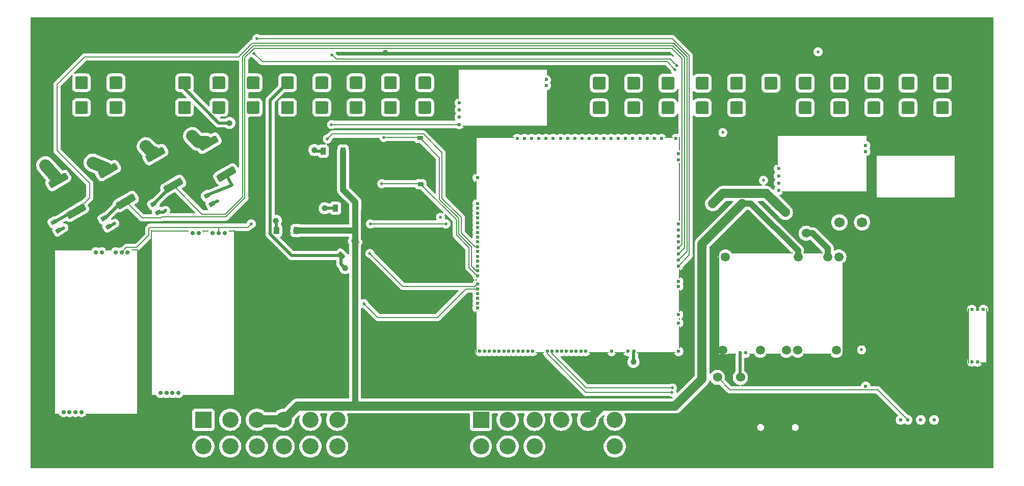
<source format=gbl>
G04 #@! TF.GenerationSoftware,KiCad,Pcbnew,7.0.9-7.0.9~ubuntu22.04.1*
G04 #@! TF.CreationDate,2023-12-28T23:41:30+00:00*
G04 #@! TF.ProjectId,uaeficopiedtovfr,75616566-6963-46f7-9069-6564746f7666,rev?*
G04 #@! TF.SameCoordinates,Original*
G04 #@! TF.FileFunction,Copper,L4,Bot*
G04 #@! TF.FilePolarity,Positive*
%FSLAX46Y46*%
G04 Gerber Fmt 4.6, Leading zero omitted, Abs format (unit mm)*
G04 Created by KiCad (PCBNEW 7.0.9-7.0.9~ubuntu22.04.1) date 2023-12-28 23:41:30*
%MOMM*%
%LPD*%
G01*
G04 APERTURE LIST*
G04 #@! TA.AperFunction,ComponentPad*
%ADD10C,1.524000*%
G04 #@! TD*
G04 #@! TA.AperFunction,ComponentPad*
%ADD11R,2.682000X2.682000*%
G04 #@! TD*
G04 #@! TA.AperFunction,ComponentPad*
%ADD12C,2.682000*%
G04 #@! TD*
G04 #@! TA.AperFunction,ComponentPad*
%ADD13C,3.240000*%
G04 #@! TD*
G04 #@! TA.AperFunction,ComponentPad*
%ADD14C,5.600000*%
G04 #@! TD*
G04 #@! TA.AperFunction,ComponentPad*
%ADD15C,0.600000*%
G04 #@! TD*
G04 #@! TA.AperFunction,SMDPad,CuDef*
%ADD16O,1.225000X0.200000*%
G04 #@! TD*
G04 #@! TA.AperFunction,SMDPad,CuDef*
%ADD17O,0.200000X9.300000*%
G04 #@! TD*
G04 #@! TA.AperFunction,SMDPad,CuDef*
%ADD18R,0.250000X6.185000*%
G04 #@! TD*
G04 #@! TA.AperFunction,SMDPad,CuDef*
%ADD19R,0.250000X1.115000*%
G04 #@! TD*
G04 #@! TA.AperFunction,SMDPad,CuDef*
%ADD20R,14.275000X0.250000*%
G04 #@! TD*
G04 #@! TA.AperFunction,SMDPad,CuDef*
%ADD21R,15.100000X0.250000*%
G04 #@! TD*
G04 #@! TA.AperFunction,SMDPad,CuDef*
%ADD22R,0.250000X5.175000*%
G04 #@! TD*
G04 #@! TA.AperFunction,ComponentPad*
%ADD23C,0.599999*%
G04 #@! TD*
G04 #@! TA.AperFunction,ComponentPad*
%ADD24C,0.700000*%
G04 #@! TD*
G04 #@! TA.AperFunction,SMDPad,CuDef*
%ADD25R,1.100000X0.250000*%
G04 #@! TD*
G04 #@! TA.AperFunction,SMDPad,CuDef*
%ADD26R,0.980000X0.250000*%
G04 #@! TD*
G04 #@! TA.AperFunction,SMDPad,CuDef*
%ADD27R,6.300000X0.250000*%
G04 #@! TD*
G04 #@! TA.AperFunction,SMDPad,CuDef*
%ADD28R,0.250000X27.600000*%
G04 #@! TD*
G04 #@! TA.AperFunction,SMDPad,CuDef*
%ADD29R,8.750000X0.250000*%
G04 #@! TD*
G04 #@! TA.AperFunction,SMDPad,CuDef*
%ADD30R,0.950000X0.250000*%
G04 #@! TD*
G04 #@! TA.AperFunction,ComponentPad*
%ADD31C,1.500000*%
G04 #@! TD*
G04 #@! TA.AperFunction,SMDPad,CuDef*
%ADD32O,3.300000X0.200000*%
G04 #@! TD*
G04 #@! TA.AperFunction,SMDPad,CuDef*
%ADD33O,10.200000X0.200000*%
G04 #@! TD*
G04 #@! TA.AperFunction,SMDPad,CuDef*
%ADD34O,0.300000X0.200000*%
G04 #@! TD*
G04 #@! TA.AperFunction,SMDPad,CuDef*
%ADD35O,0.200000X17.000000*%
G04 #@! TD*
G04 #@! TA.AperFunction,SMDPad,CuDef*
%ADD36O,0.200000X15.400000*%
G04 #@! TD*
G04 #@! TA.AperFunction,SMDPad,CuDef*
%ADD37O,4.800000X0.200000*%
G04 #@! TD*
G04 #@! TA.AperFunction,SMDPad,CuDef*
%ADD38O,2.600000X0.200000*%
G04 #@! TD*
G04 #@! TA.AperFunction,SMDPad,CuDef*
%ADD39O,1.000000X0.200000*%
G04 #@! TD*
G04 #@! TA.AperFunction,SMDPad,CuDef*
%ADD40O,1.500000X0.200000*%
G04 #@! TD*
G04 #@! TA.AperFunction,ComponentPad*
%ADD41C,1.700000*%
G04 #@! TD*
G04 #@! TA.AperFunction,ComponentPad*
%ADD42O,1.000000X2.100000*%
G04 #@! TD*
G04 #@! TA.AperFunction,ComponentPad*
%ADD43O,1.000000X1.600000*%
G04 #@! TD*
G04 #@! TA.AperFunction,SMDPad,CuDef*
%ADD44R,0.200000X3.700000*%
G04 #@! TD*
G04 #@! TA.AperFunction,SMDPad,CuDef*
%ADD45R,0.200000X0.400000*%
G04 #@! TD*
G04 #@! TA.AperFunction,SMDPad,CuDef*
%ADD46R,0.200000X1.600000*%
G04 #@! TD*
G04 #@! TA.AperFunction,SMDPad,CuDef*
%ADD47R,0.200000X9.700000*%
G04 #@! TD*
G04 #@! TA.AperFunction,SMDPad,CuDef*
%ADD48R,0.200000X2.300000*%
G04 #@! TD*
G04 #@! TA.AperFunction,SMDPad,CuDef*
%ADD49R,1.400000X0.200000*%
G04 #@! TD*
G04 #@! TA.AperFunction,SMDPad,CuDef*
%ADD50R,6.400000X0.200000*%
G04 #@! TD*
G04 #@! TA.AperFunction,SMDPad,CuDef*
%ADD51R,1.700000X0.200000*%
G04 #@! TD*
G04 #@! TA.AperFunction,SMDPad,CuDef*
%ADD52R,3.300000X0.200000*%
G04 #@! TD*
G04 #@! TA.AperFunction,SMDPad,CuDef*
%ADD53R,0.200000X7.000000*%
G04 #@! TD*
G04 #@! TA.AperFunction,SMDPad,CuDef*
%ADD54R,0.200000X3.300000*%
G04 #@! TD*
G04 #@! TA.AperFunction,SMDPad,CuDef*
%ADD55R,0.200000X6.300000*%
G04 #@! TD*
G04 #@! TA.AperFunction,ViaPad*
%ADD56C,0.500000*%
G04 #@! TD*
G04 #@! TA.AperFunction,ViaPad*
%ADD57C,1.000000*%
G04 #@! TD*
G04 #@! TA.AperFunction,ViaPad*
%ADD58C,1.524000*%
G04 #@! TD*
G04 #@! TA.AperFunction,Conductor*
%ADD59C,0.200000*%
G04 #@! TD*
G04 #@! TA.AperFunction,Conductor*
%ADD60C,0.500000*%
G04 #@! TD*
G04 #@! TA.AperFunction,Conductor*
%ADD61C,1.000000*%
G04 #@! TD*
G04 #@! TA.AperFunction,Conductor*
%ADD62C,1.500000*%
G04 #@! TD*
G04 #@! TA.AperFunction,Conductor*
%ADD63C,2.000000*%
G04 #@! TD*
G04 APERTURE END LIST*
D10*
G04 #@! TO.P,R4,1,1*
G04 #@! TO.N,Net-(M1-PG_5VP)*
X118105000Y15275000D03*
G04 #@! TO.P,R4,2,2*
G04 #@! TO.N,/PG_5VP*
X114295000Y15275000D03*
G04 #@! TD*
D11*
G04 #@! TO.P,J4,1,1*
G04 #@! TO.N,unconnected-(J4-Pad1)*
X75010000Y8225000D03*
D12*
G04 #@! TO.P,J4,2,2*
G04 #@! TO.N,unconnected-(J4-Pad2)*
X79460000Y8225000D03*
G04 #@! TO.P,J4,3,3*
G04 #@! TO.N,/IN_FLEX*
X83900000Y8225000D03*
G04 #@! TO.P,J4,4,4*
G04 #@! TO.N,/IN_KNOCK_RAW*
X88350000Y8225000D03*
G04 #@! TO.P,J4,5,5*
G04 #@! TO.N,+12V_RAW*
X92790000Y8225000D03*
G04 #@! TO.P,J4,6,6*
G04 #@! TO.N,/CAN-*
X97240000Y8225000D03*
G04 #@! TO.P,J4,7,7*
G04 #@! TO.N,/CAN+*
X97240000Y3775000D03*
G04 #@! TO.P,J4,8,8*
G04 #@! TO.N,GND*
X92790000Y3775000D03*
G04 #@! TO.P,J4,9,9*
X88350000Y3775000D03*
G04 #@! TO.P,J4,10,10*
G04 #@! TO.N,/OUT_LS2*
X83900000Y3775000D03*
G04 #@! TO.P,J4,11,11*
G04 #@! TO.N,/INTAKEFLAP*
X79460000Y3775000D03*
G04 #@! TO.P,J4,12,12*
G04 #@! TO.N,/OUT_LS3*
X75010000Y3775000D03*
D13*
G04 #@! TO.P,J4,MH1,MH1*
G04 #@! TO.N,GND*
X68975000Y5995000D03*
G04 #@! TO.P,J4,MH2,MH2*
X103265000Y5995000D03*
G04 #@! TD*
D14*
G04 #@! TO.P,H2,1,1*
G04 #@! TO.N,GND*
X41350000Y19550000D03*
G04 #@! TD*
D15*
G04 #@! TO.P,M2,E1,V5A*
G04 #@! TO.N,+5VA*
X156575002Y26550000D03*
D16*
G04 #@! TO.P,M2,E2,GND*
G04 #@! TO.N,GND*
X158550002Y17650000D03*
D17*
X155975002Y22200000D03*
X159075002Y22200000D03*
D15*
X157525002Y26550000D03*
G04 #@! TO.P,M2,E3,OUT_KNOCK*
G04 #@! TO.N,/IN_KNOCK*
X158475000Y26550000D03*
G04 #@! TO.P,M2,W1,IN_KNOCK*
G04 #@! TO.N,/IN_KNOCK_RAW*
X157475002Y17850000D03*
G04 #@! TO.P,M2,W2,VREF*
G04 #@! TO.N,/VREF1*
X156575002Y17850000D03*
G04 #@! TD*
G04 #@! TO.P,M3,E1,Thresh_IN*
G04 #@! TO.N,/VR1_THRESHOLD*
X71425000Y59750000D03*
G04 #@! TO.P,M3,E2,OUT_A*
G04 #@! TO.N,/VR1_A*
X71425000Y60950000D03*
G04 #@! TO.P,M3,E3,OUT*
G04 #@! TO.N,/VR1*
X71425000Y58550000D03*
G04 #@! TO.P,M3,E4,V5_IN*
G04 #@! TO.N,+5VA*
X71425000Y57350000D03*
D18*
G04 #@! TO.P,M3,G,GND*
G04 #@! TO.N,GND*
X86075000Y60017500D03*
D19*
X86075000Y66067500D03*
D20*
X79062500Y57050000D03*
D21*
X78650000Y66500000D03*
D22*
X71225000Y64037500D03*
D15*
G04 #@! TO.P,M3,W1,VR-*
G04 #@! TO.N,/CAM{slash}CRANK-*
X85850000Y63810000D03*
G04 #@! TO.P,M3,W2,VR+*
G04 #@! TO.N,/CAM+*
X85850000Y64810000D03*
G04 #@! TD*
D23*
G04 #@! TO.P,M8,V1,V33*
G04 #@! TO.N,+3.3VA*
X138924992Y13775010D03*
G04 #@! TO.P,M8,V2,GND*
G04 #@! TO.N,GND*
X140500006Y8870001D03*
G04 #@! TO.P,M8,V3,GND*
X153204024Y8879064D03*
G04 #@! TO.P,M8,V4,SD_CS*
G04 #@! TO.N,Net-(M6-SPI3_CS_(PA15))*
X144724996Y8200000D03*
G04 #@! TO.P,M8,V5,SD_MOSI*
G04 #@! TO.N,/PG_5VP*
X145900000Y8200000D03*
G04 #@! TO.P,M8,V6,SD_SCK*
G04 #@! TO.N,Net-(M6-SPI3_SCK_(PC10))*
X148074994Y8200000D03*
G04 #@! TO.P,M8,V7,SD_MISO*
G04 #@! TO.N,Net-(M6-SPI3_MISO_(PC11))*
X150299996Y8200000D03*
G04 #@! TD*
D24*
G04 #@! TO.P,M7,E1,LSU_Un*
G04 #@! TO.N,/WBO2_Un*
X5675000Y9500000D03*
G04 #@! TO.P,M7,E2,LSU_Vm*
G04 #@! TO.N,/WBO2_Vm*
X8675000Y9500000D03*
G04 #@! TO.P,M7,E3,LSU_Ip*
G04 #@! TO.N,/WBO2_Ip*
X7675000Y9500000D03*
G04 #@! TO.P,M7,E4,LSU_Rtrim*
G04 #@! TO.N,/WBO2_Rtrim*
X6675000Y9500000D03*
D25*
G04 #@! TO.P,M7,G,GND*
G04 #@! TO.N,GND*
X17525000Y36475000D03*
D26*
X13185000Y36475000D03*
D27*
X7225000Y36475000D03*
D28*
X17950000Y22800000D03*
X4200000Y22800000D03*
D29*
X13700000Y9125000D03*
D30*
X4550000Y9125000D03*
D24*
G04 #@! TO.P,M7,W1,V5_IN*
G04 #@! TO.N,+5VA*
X15325000Y36091200D03*
G04 #@! TO.P,M7,W2,CAN_VIO*
G04 #@! TO.N,unconnected-(M7-CAN_VIO-PadW2)*
X14325000Y36091200D03*
G04 #@! TO.P,M7,W3,CANL*
G04 #@! TO.N,/CAN-*
X11029000Y36091200D03*
G04 #@! TO.P,M7,W4,CANH*
G04 #@! TO.N,/CAN+*
X12045000Y36091200D03*
G04 #@! TO.P,M7,W9,VDDA*
G04 #@! TO.N,unconnected-(M7-VDDA-PadW9)*
X16325000Y36091200D03*
G04 #@! TD*
D31*
G04 #@! TO.P,M1,E1,VBAT*
G04 #@! TO.N,/VBAT*
X134024999Y19800005D03*
G04 #@! TO.P,M1,E2,V12*
G04 #@! TO.N,unconnected-(M1-V12-PadE2)*
X127625002Y19800005D03*
G04 #@! TO.P,M1,E3,VIGN*
G04 #@! TO.N,/VIGN*
X125724999Y19800005D03*
G04 #@! TO.P,M1,E4,V5*
G04 #@! TO.N,+5V*
X121424999Y19800005D03*
D15*
G04 #@! TO.P,M1,E5,EN_5VP*
G04 #@! TO.N,/PWR_EN*
X119025002Y19350006D03*
G04 #@! TO.P,M1,E6,PG_5VP*
G04 #@! TO.N,Net-(M1-PG_5VP)*
X118025001Y19350006D03*
D32*
G04 #@! TO.P,M1,S1,GND*
G04 #@! TO.N,GND*
X130174999Y35950001D03*
D33*
X121675001Y35950001D03*
D34*
X114574999Y35950001D03*
D35*
X114524999Y27550003D03*
D36*
X135124999Y26750002D03*
D31*
X115174999Y19800005D03*
D34*
X135074999Y19150004D03*
D37*
X130875001Y19150004D03*
D38*
X123524999Y19150004D03*
D39*
X120025002Y19150004D03*
D40*
X116725001Y19150004D03*
D31*
G04 #@! TO.P,M1,V1,V12_PERM*
G04 #@! TO.N,+12V_RAW*
X134475001Y35300002D03*
G04 #@! TO.P,M1,V2,IN_VIGN*
G04 #@! TO.N,/IN_VIGN*
X132625002Y35300002D03*
G04 #@! TO.P,M1,V3,V12_RAW*
G04 #@! TO.N,+12V_RAW*
X127674999Y35300002D03*
G04 #@! TO.P,M1,V4,5VP*
G04 #@! TO.N,+5VP*
X115625001Y35300002D03*
G04 #@! TD*
G04 #@! TO.P,U1,A1,A1*
G04 #@! TO.N,unconnected-(U1-PadA1)*
G04 #@! TA.AperFunction,ComponentPad*
G36*
G01*
X64625000Y59375001D02*
X64625000Y60974999D01*
G75*
G02*
X64875001Y61225000I250001J0D01*
G01*
X66474999Y61225000D01*
G75*
G02*
X66725000Y60974999I0J-250001D01*
G01*
X66725000Y59375001D01*
G75*
G02*
X66474999Y59125000I-250001J0D01*
G01*
X64875001Y59125000D01*
G75*
G02*
X64625000Y59375001I0J250001D01*
G01*
G37*
G04 #@! TD.AperFunction*
G04 #@! TO.P,U1,A2,A2*
G04 #@! TO.N,unconnected-(U1-PadA2)*
G04 #@! TA.AperFunction,ComponentPad*
G36*
G01*
X58925000Y59375001D02*
X58925000Y60974999D01*
G75*
G02*
X59175001Y61225000I250001J0D01*
G01*
X60774999Y61225000D01*
G75*
G02*
X61025000Y60974999I0J-250001D01*
G01*
X61025000Y59375001D01*
G75*
G02*
X60774999Y59125000I-250001J0D01*
G01*
X59175001Y59125000D01*
G75*
G02*
X58925000Y59375001I0J250001D01*
G01*
G37*
G04 #@! TD.AperFunction*
G04 #@! TO.P,U1,A3,A3*
G04 #@! TO.N,/INJOUT3*
G04 #@! TA.AperFunction,ComponentPad*
G36*
G01*
X53225000Y59375001D02*
X53225000Y60974999D01*
G75*
G02*
X53475001Y61225000I250001J0D01*
G01*
X55074999Y61225000D01*
G75*
G02*
X55325000Y60974999I0J-250001D01*
G01*
X55325000Y59375001D01*
G75*
G02*
X55074999Y59125000I-250001J0D01*
G01*
X53475001Y59125000D01*
G75*
G02*
X53225000Y59375001I0J250001D01*
G01*
G37*
G04 #@! TD.AperFunction*
G04 #@! TO.P,U1,A4,A4*
G04 #@! TO.N,/INJOUT1*
G04 #@! TA.AperFunction,ComponentPad*
G36*
G01*
X47525000Y59375001D02*
X47525000Y60974999D01*
G75*
G02*
X47775001Y61225000I250001J0D01*
G01*
X49374999Y61225000D01*
G75*
G02*
X49625000Y60974999I0J-250001D01*
G01*
X49625000Y59375001D01*
G75*
G02*
X49374999Y59125000I-250001J0D01*
G01*
X47775001Y59125000D01*
G75*
G02*
X47525000Y59375001I0J250001D01*
G01*
G37*
G04 #@! TD.AperFunction*
G04 #@! TO.P,U1,A5,A5*
G04 #@! TO.N,/FUELPUMP_LS*
G04 #@! TA.AperFunction,ComponentPad*
G36*
G01*
X41825000Y59375001D02*
X41825000Y60974999D01*
G75*
G02*
X42075001Y61225000I250001J0D01*
G01*
X43674999Y61225000D01*
G75*
G02*
X43925000Y60974999I0J-250001D01*
G01*
X43925000Y59375001D01*
G75*
G02*
X43674999Y59125000I-250001J0D01*
G01*
X42075001Y59125000D01*
G75*
G02*
X41825000Y59375001I0J250001D01*
G01*
G37*
G04 #@! TD.AperFunction*
G04 #@! TO.P,U1,A6,A6*
G04 #@! TO.N,unconnected-(U1-PadA6)*
G04 #@! TA.AperFunction,ComponentPad*
G36*
G01*
X36125000Y59375001D02*
X36125000Y60974999D01*
G75*
G02*
X36375001Y61225000I250001J0D01*
G01*
X37974999Y61225000D01*
G75*
G02*
X38225000Y60974999I0J-250001D01*
G01*
X38225000Y59375001D01*
G75*
G02*
X37974999Y59125000I-250001J0D01*
G01*
X36375001Y59125000D01*
G75*
G02*
X36125000Y59375001I0J250001D01*
G01*
G37*
G04 #@! TD.AperFunction*
G04 #@! TO.P,U1,A7,A7*
G04 #@! TO.N,/FILIGHT*
G04 #@! TA.AperFunction,ComponentPad*
G36*
G01*
X30425000Y59375001D02*
X30425000Y60974999D01*
G75*
G02*
X30675001Y61225000I250001J0D01*
G01*
X32274999Y61225000D01*
G75*
G02*
X32525000Y60974999I0J-250001D01*
G01*
X32525000Y59375001D01*
G75*
G02*
X32274999Y59125000I-250001J0D01*
G01*
X30675001Y59125000D01*
G75*
G02*
X30425000Y59375001I0J250001D01*
G01*
G37*
G04 #@! TD.AperFunction*
G04 #@! TO.P,U1,A8,A8*
G04 #@! TO.N,/OUT_LS2*
G04 #@! TA.AperFunction,ComponentPad*
G36*
G01*
X24725000Y59375001D02*
X24725000Y60974999D01*
G75*
G02*
X24975001Y61225000I250001J0D01*
G01*
X26574999Y61225000D01*
G75*
G02*
X26825000Y60974999I0J-250001D01*
G01*
X26825000Y59375001D01*
G75*
G02*
X26574999Y59125000I-250001J0D01*
G01*
X24975001Y59125000D01*
G75*
G02*
X24725000Y59375001I0J250001D01*
G01*
G37*
G04 #@! TD.AperFunction*
G04 #@! TO.P,U1,A9,A9*
G04 #@! TO.N,GND*
G04 #@! TA.AperFunction,ComponentPad*
G36*
G01*
X19025000Y59375001D02*
X19025000Y60974999D01*
G75*
G02*
X19275001Y61225000I250001J0D01*
G01*
X20874999Y61225000D01*
G75*
G02*
X21125000Y60974999I0J-250001D01*
G01*
X21125000Y59375001D01*
G75*
G02*
X20874999Y59125000I-250001J0D01*
G01*
X19275001Y59125000D01*
G75*
G02*
X19025000Y59375001I0J250001D01*
G01*
G37*
G04 #@! TD.AperFunction*
G04 #@! TO.P,U1,A10,A10*
G04 #@! TO.N,/IGNOUT1*
G04 #@! TA.AperFunction,ComponentPad*
G36*
G01*
X13325000Y59375001D02*
X13325000Y60974999D01*
G75*
G02*
X13575001Y61225000I250001J0D01*
G01*
X15174999Y61225000D01*
G75*
G02*
X15425000Y60974999I0J-250001D01*
G01*
X15425000Y59375001D01*
G75*
G02*
X15174999Y59125000I-250001J0D01*
G01*
X13575001Y59125000D01*
G75*
G02*
X13325000Y59375001I0J250001D01*
G01*
G37*
G04 #@! TD.AperFunction*
G04 #@! TO.P,U1,A11,A11*
G04 #@! TO.N,/IGNOUT3*
G04 #@! TA.AperFunction,ComponentPad*
G36*
G01*
X7625000Y59375001D02*
X7625000Y60974999D01*
G75*
G02*
X7875001Y61225000I250001J0D01*
G01*
X9474999Y61225000D01*
G75*
G02*
X9725000Y60974999I0J-250001D01*
G01*
X9725000Y59375001D01*
G75*
G02*
X9474999Y59125000I-250001J0D01*
G01*
X7875001Y59125000D01*
G75*
G02*
X7625000Y59375001I0J250001D01*
G01*
G37*
G04 #@! TD.AperFunction*
G04 #@! TO.P,U1,A12,A12*
G04 #@! TO.N,unconnected-(U1-PadA12)*
G04 #@! TA.AperFunction,ComponentPad*
G36*
G01*
X64625000Y63475001D02*
X64625000Y65074999D01*
G75*
G02*
X64875001Y65325000I250001J0D01*
G01*
X66474999Y65325000D01*
G75*
G02*
X66725000Y65074999I0J-250001D01*
G01*
X66725000Y63475001D01*
G75*
G02*
X66474999Y63225000I-250001J0D01*
G01*
X64875001Y63225000D01*
G75*
G02*
X64625000Y63475001I0J250001D01*
G01*
G37*
G04 #@! TD.AperFunction*
G04 #@! TO.P,U1,A13,A13*
G04 #@! TO.N,unconnected-(U1-PadA13)*
G04 #@! TA.AperFunction,ComponentPad*
G36*
G01*
X58925000Y63475001D02*
X58925000Y65074999D01*
G75*
G02*
X59175001Y65325000I250001J0D01*
G01*
X60774999Y65325000D01*
G75*
G02*
X61025000Y65074999I0J-250001D01*
G01*
X61025000Y63475001D01*
G75*
G02*
X60774999Y63225000I-250001J0D01*
G01*
X59175001Y63225000D01*
G75*
G02*
X58925000Y63475001I0J250001D01*
G01*
G37*
G04 #@! TD.AperFunction*
G04 #@! TO.P,U1,A14,A14*
G04 #@! TO.N,/INJOUT4*
G04 #@! TA.AperFunction,ComponentPad*
G36*
G01*
X53225000Y63475001D02*
X53225000Y65074999D01*
G75*
G02*
X53475001Y65325000I250001J0D01*
G01*
X55074999Y65325000D01*
G75*
G02*
X55325000Y65074999I0J-250001D01*
G01*
X55325000Y63475001D01*
G75*
G02*
X55074999Y63225000I-250001J0D01*
G01*
X53475001Y63225000D01*
G75*
G02*
X53225000Y63475001I0J250001D01*
G01*
G37*
G04 #@! TD.AperFunction*
G04 #@! TO.P,U1,A15,A15*
G04 #@! TO.N,/INJOUT2*
G04 #@! TA.AperFunction,ComponentPad*
G36*
G01*
X47525000Y63475001D02*
X47525000Y65074999D01*
G75*
G02*
X47775001Y65325000I250001J0D01*
G01*
X49374999Y65325000D01*
G75*
G02*
X49625000Y65074999I0J-250001D01*
G01*
X49625000Y63475001D01*
G75*
G02*
X49374999Y63225000I-250001J0D01*
G01*
X47775001Y63225000D01*
G75*
G02*
X47525000Y63475001I0J250001D01*
G01*
G37*
G04 #@! TD.AperFunction*
G04 #@! TO.P,U1,A16,A16*
G04 #@! TO.N,/INTAKEFLAP*
G04 #@! TA.AperFunction,ComponentPad*
G36*
G01*
X41825000Y63475001D02*
X41825000Y65074999D01*
G75*
G02*
X42075001Y65325000I250001J0D01*
G01*
X43674999Y65325000D01*
G75*
G02*
X43925000Y65074999I0J-250001D01*
G01*
X43925000Y63475001D01*
G75*
G02*
X43674999Y63225000I-250001J0D01*
G01*
X42075001Y63225000D01*
G75*
G02*
X41825000Y63475001I0J250001D01*
G01*
G37*
G04 #@! TD.AperFunction*
G04 #@! TO.P,U1,A17,A17*
G04 #@! TO.N,unconnected-(U1-PadA17)*
G04 #@! TA.AperFunction,ComponentPad*
G36*
G01*
X36125000Y63475001D02*
X36125000Y65074999D01*
G75*
G02*
X36375001Y65325000I250001J0D01*
G01*
X37974999Y65325000D01*
G75*
G02*
X38225000Y65074999I0J-250001D01*
G01*
X38225000Y63475001D01*
G75*
G02*
X37974999Y63225000I-250001J0D01*
G01*
X36375001Y63225000D01*
G75*
G02*
X36125000Y63475001I0J250001D01*
G01*
G37*
G04 #@! TD.AperFunction*
G04 #@! TO.P,U1,A18,A18*
G04 #@! TO.N,/OUT_LS_WEAK2*
G04 #@! TA.AperFunction,ComponentPad*
G36*
G01*
X30425000Y63475001D02*
X30425000Y65074999D01*
G75*
G02*
X30675001Y65325000I250001J0D01*
G01*
X32274999Y65325000D01*
G75*
G02*
X32525000Y65074999I0J-250001D01*
G01*
X32525000Y63475001D01*
G75*
G02*
X32274999Y63225000I-250001J0D01*
G01*
X30675001Y63225000D01*
G75*
G02*
X30425000Y63475001I0J250001D01*
G01*
G37*
G04 #@! TD.AperFunction*
G04 #@! TO.P,U1,A19,A19*
G04 #@! TO.N,/OUT_LS3*
G04 #@! TA.AperFunction,ComponentPad*
G36*
G01*
X24725000Y63475001D02*
X24725000Y65074999D01*
G75*
G02*
X24975001Y65325000I250001J0D01*
G01*
X26574999Y65325000D01*
G75*
G02*
X26825000Y65074999I0J-250001D01*
G01*
X26825000Y63475001D01*
G75*
G02*
X26574999Y63225000I-250001J0D01*
G01*
X24975001Y63225000D01*
G75*
G02*
X24725000Y63475001I0J250001D01*
G01*
G37*
G04 #@! TD.AperFunction*
G04 #@! TO.P,U1,A20,A20*
G04 #@! TO.N,GND*
G04 #@! TA.AperFunction,ComponentPad*
G36*
G01*
X19025000Y63475001D02*
X19025000Y65074999D01*
G75*
G02*
X19275001Y65325000I250001J0D01*
G01*
X20874999Y65325000D01*
G75*
G02*
X21125000Y65074999I0J-250001D01*
G01*
X21125000Y63475001D01*
G75*
G02*
X20874999Y63225000I-250001J0D01*
G01*
X19275001Y63225000D01*
G75*
G02*
X19025000Y63475001I0J250001D01*
G01*
G37*
G04 #@! TD.AperFunction*
G04 #@! TO.P,U1,A21,A21*
G04 #@! TO.N,/IGNOUT2*
G04 #@! TA.AperFunction,ComponentPad*
G36*
G01*
X13325000Y63475001D02*
X13325000Y65074999D01*
G75*
G02*
X13575001Y65325000I250001J0D01*
G01*
X15174999Y65325000D01*
G75*
G02*
X15425000Y65074999I0J-250001D01*
G01*
X15425000Y63475001D01*
G75*
G02*
X15174999Y63225000I-250001J0D01*
G01*
X13575001Y63225000D01*
G75*
G02*
X13325000Y63475001I0J250001D01*
G01*
G37*
G04 #@! TD.AperFunction*
G04 #@! TO.P,U1,A22,A22*
G04 #@! TO.N,/IGNOUT4*
G04 #@! TA.AperFunction,ComponentPad*
G36*
G01*
X7625000Y63475001D02*
X7625000Y65074999D01*
G75*
G02*
X7875001Y65325000I250001J0D01*
G01*
X9474999Y65325000D01*
G75*
G02*
X9725000Y65074999I0J-250001D01*
G01*
X9725000Y63475001D01*
G75*
G02*
X9474999Y63225000I-250001J0D01*
G01*
X7875001Y63225000D01*
G75*
G02*
X7625000Y63475001I0J250001D01*
G01*
G37*
G04 #@! TD.AperFunction*
G04 #@! TO.P,U1,B1,B1*
G04 #@! TO.N,unconnected-(U1-PadB1)*
G04 #@! TA.AperFunction,ComponentPad*
G36*
G01*
X150625000Y59325001D02*
X150625000Y60924999D01*
G75*
G02*
X150875001Y61175000I250001J0D01*
G01*
X152474999Y61175000D01*
G75*
G02*
X152725000Y60924999I0J-250001D01*
G01*
X152725000Y59325001D01*
G75*
G02*
X152474999Y59075000I-250001J0D01*
G01*
X150875001Y59075000D01*
G75*
G02*
X150625000Y59325001I0J250001D01*
G01*
G37*
G04 #@! TD.AperFunction*
G04 #@! TO.P,U1,B2,B2*
G04 #@! TO.N,GNDA*
G04 #@! TA.AperFunction,ComponentPad*
G36*
G01*
X144925000Y59325001D02*
X144925000Y60924999D01*
G75*
G02*
X145175001Y61175000I250001J0D01*
G01*
X146774999Y61175000D01*
G75*
G02*
X147025000Y60924999I0J-250001D01*
G01*
X147025000Y59325001D01*
G75*
G02*
X146774999Y59075000I-250001J0D01*
G01*
X145175001Y59075000D01*
G75*
G02*
X144925000Y59325001I0J250001D01*
G01*
G37*
G04 #@! TD.AperFunction*
G04 #@! TO.P,U1,B3,B3*
G04 #@! TO.N,/IN_MAP*
G04 #@! TA.AperFunction,ComponentPad*
G36*
G01*
X139225000Y59325001D02*
X139225000Y60924999D01*
G75*
G02*
X139475001Y61175000I250001J0D01*
G01*
X141074999Y61175000D01*
G75*
G02*
X141325000Y60924999I0J-250001D01*
G01*
X141325000Y59325001D01*
G75*
G02*
X141074999Y59075000I-250001J0D01*
G01*
X139475001Y59075000D01*
G75*
G02*
X139225000Y59325001I0J250001D01*
G01*
G37*
G04 #@! TD.AperFunction*
G04 #@! TO.P,U1,B4,B4*
G04 #@! TO.N,/BARO*
G04 #@! TA.AperFunction,ComponentPad*
G36*
G01*
X133525000Y59325001D02*
X133525000Y60924999D01*
G75*
G02*
X133775001Y61175000I250001J0D01*
G01*
X135374999Y61175000D01*
G75*
G02*
X135625000Y60924999I0J-250001D01*
G01*
X135625000Y59325001D01*
G75*
G02*
X135374999Y59075000I-250001J0D01*
G01*
X133775001Y59075000D01*
G75*
G02*
X133525000Y59325001I0J250001D01*
G01*
G37*
G04 #@! TD.AperFunction*
G04 #@! TO.P,U1,B5,B5*
G04 #@! TO.N,/IAT_SENSOR*
G04 #@! TA.AperFunction,ComponentPad*
G36*
G01*
X127825000Y59325001D02*
X127825000Y60924999D01*
G75*
G02*
X128075001Y61175000I250001J0D01*
G01*
X129674999Y61175000D01*
G75*
G02*
X129925000Y60924999I0J-250001D01*
G01*
X129925000Y59325001D01*
G75*
G02*
X129674999Y59075000I-250001J0D01*
G01*
X128075001Y59075000D01*
G75*
G02*
X127825000Y59325001I0J250001D01*
G01*
G37*
G04 #@! TD.AperFunction*
G04 #@! TO.P,U1,B6,B6*
G04 #@! TO.N,GND*
G04 #@! TA.AperFunction,ComponentPad*
G36*
G01*
X122125000Y59325001D02*
X122125000Y60924999D01*
G75*
G02*
X122375001Y61175000I250001J0D01*
G01*
X123974999Y61175000D01*
G75*
G02*
X124225000Y60924999I0J-250001D01*
G01*
X124225000Y59325001D01*
G75*
G02*
X123974999Y59075000I-250001J0D01*
G01*
X122375001Y59075000D01*
G75*
G02*
X122125000Y59325001I0J250001D01*
G01*
G37*
G04 #@! TD.AperFunction*
G04 #@! TO.P,U1,B7,B7*
G04 #@! TO.N,+5VP*
G04 #@! TA.AperFunction,ComponentPad*
G36*
G01*
X116425000Y59325001D02*
X116425000Y60924999D01*
G75*
G02*
X116675001Y61175000I250001J0D01*
G01*
X118274999Y61175000D01*
G75*
G02*
X118525000Y60924999I0J-250001D01*
G01*
X118525000Y59325001D01*
G75*
G02*
X118274999Y59075000I-250001J0D01*
G01*
X116675001Y59075000D01*
G75*
G02*
X116425000Y59325001I0J250001D01*
G01*
G37*
G04 #@! TD.AperFunction*
G04 #@! TO.P,U1,B8,B8*
G04 #@! TO.N,+12V*
G04 #@! TA.AperFunction,ComponentPad*
G36*
G01*
X110725000Y59325001D02*
X110725000Y60924999D01*
G75*
G02*
X110975001Y61175000I250001J0D01*
G01*
X112574999Y61175000D01*
G75*
G02*
X112825000Y60924999I0J-250001D01*
G01*
X112825000Y59325001D01*
G75*
G02*
X112574999Y59075000I-250001J0D01*
G01*
X110975001Y59075000D01*
G75*
G02*
X110725000Y59325001I0J250001D01*
G01*
G37*
G04 #@! TD.AperFunction*
G04 #@! TO.P,U1,B9,B9*
G04 #@! TO.N,unconnected-(U1-PadB9)*
G04 #@! TA.AperFunction,ComponentPad*
G36*
G01*
X105025000Y59325001D02*
X105025000Y60924999D01*
G75*
G02*
X105275001Y61175000I250001J0D01*
G01*
X106874999Y61175000D01*
G75*
G02*
X107125000Y60924999I0J-250001D01*
G01*
X107125000Y59325001D01*
G75*
G02*
X106874999Y59075000I-250001J0D01*
G01*
X105275001Y59075000D01*
G75*
G02*
X105025000Y59325001I0J250001D01*
G01*
G37*
G04 #@! TD.AperFunction*
G04 #@! TO.P,U1,B10,B10*
G04 #@! TO.N,unconnected-(U1-PadB10)*
G04 #@! TA.AperFunction,ComponentPad*
G36*
G01*
X99325000Y59325001D02*
X99325000Y60924999D01*
G75*
G02*
X99575001Y61175000I250001J0D01*
G01*
X101174999Y61175000D01*
G75*
G02*
X101425000Y60924999I0J-250001D01*
G01*
X101425000Y59325001D01*
G75*
G02*
X101174999Y59075000I-250001J0D01*
G01*
X99575001Y59075000D01*
G75*
G02*
X99325000Y59325001I0J250001D01*
G01*
G37*
G04 #@! TD.AperFunction*
G04 #@! TO.P,U1,B11,B11*
G04 #@! TO.N,/CAM+*
G04 #@! TA.AperFunction,ComponentPad*
G36*
G01*
X93625000Y59325001D02*
X93625000Y60924999D01*
G75*
G02*
X93875001Y61175000I250001J0D01*
G01*
X95474999Y61175000D01*
G75*
G02*
X95725000Y60924999I0J-250001D01*
G01*
X95725000Y59325001D01*
G75*
G02*
X95474999Y59075000I-250001J0D01*
G01*
X93875001Y59075000D01*
G75*
G02*
X93625000Y59325001I0J250001D01*
G01*
G37*
G04 #@! TD.AperFunction*
G04 #@! TO.P,U1,B12,B12*
G04 #@! TO.N,/CAM{slash}CRANK-*
G04 #@! TA.AperFunction,ComponentPad*
G36*
G01*
X150625000Y63425001D02*
X150625000Y65024999D01*
G75*
G02*
X150875001Y65275000I250001J0D01*
G01*
X152474999Y65275000D01*
G75*
G02*
X152725000Y65024999I0J-250001D01*
G01*
X152725000Y63425001D01*
G75*
G02*
X152474999Y63175000I-250001J0D01*
G01*
X150875001Y63175000D01*
G75*
G02*
X150625000Y63425001I0J250001D01*
G01*
G37*
G04 #@! TD.AperFunction*
G04 #@! TO.P,U1,B13,B13*
G04 #@! TO.N,unconnected-(U1-PadB13)*
G04 #@! TA.AperFunction,ComponentPad*
G36*
G01*
X144925000Y63425001D02*
X144925000Y65024999D01*
G75*
G02*
X145175001Y65275000I250001J0D01*
G01*
X146774999Y65275000D01*
G75*
G02*
X147025000Y65024999I0J-250001D01*
G01*
X147025000Y63425001D01*
G75*
G02*
X146774999Y63175000I-250001J0D01*
G01*
X145175001Y63175000D01*
G75*
G02*
X144925000Y63425001I0J250001D01*
G01*
G37*
G04 #@! TD.AperFunction*
G04 #@! TO.P,U1,B14,B14*
G04 #@! TO.N,/IN_TPS1*
G04 #@! TA.AperFunction,ComponentPad*
G36*
G01*
X139225000Y63425001D02*
X139225000Y65024999D01*
G75*
G02*
X139475001Y65275000I250001J0D01*
G01*
X141074999Y65275000D01*
G75*
G02*
X141325000Y65024999I0J-250001D01*
G01*
X141325000Y63425001D01*
G75*
G02*
X141074999Y63175000I-250001J0D01*
G01*
X139475001Y63175000D01*
G75*
G02*
X139225000Y63425001I0J250001D01*
G01*
G37*
G04 #@! TD.AperFunction*
G04 #@! TO.P,U1,B15,B15*
G04 #@! TO.N,/CLT*
G04 #@! TA.AperFunction,ComponentPad*
G36*
G01*
X133525000Y63425001D02*
X133525000Y65024999D01*
G75*
G02*
X133775001Y65275000I250001J0D01*
G01*
X135374999Y65275000D01*
G75*
G02*
X135625000Y65024999I0J-250001D01*
G01*
X135625000Y63425001D01*
G75*
G02*
X135374999Y63175000I-250001J0D01*
G01*
X133775001Y63175000D01*
G75*
G02*
X133525000Y63425001I0J250001D01*
G01*
G37*
G04 #@! TD.AperFunction*
G04 #@! TO.P,U1,B16,B16*
G04 #@! TO.N,unconnected-(U1-PadB16)*
G04 #@! TA.AperFunction,ComponentPad*
G36*
G01*
X127825000Y63425001D02*
X127825000Y65024999D01*
G75*
G02*
X128075001Y65275000I250001J0D01*
G01*
X129674999Y65275000D01*
G75*
G02*
X129925000Y65024999I0J-250001D01*
G01*
X129925000Y63425001D01*
G75*
G02*
X129674999Y63175000I-250001J0D01*
G01*
X128075001Y63175000D01*
G75*
G02*
X127825000Y63425001I0J250001D01*
G01*
G37*
G04 #@! TD.AperFunction*
G04 #@! TO.P,U1,B17,B17*
G04 #@! TO.N,/IN_HALL1*
G04 #@! TA.AperFunction,ComponentPad*
G36*
G01*
X122125000Y63425001D02*
X122125000Y65024999D01*
G75*
G02*
X122375001Y65275000I250001J0D01*
G01*
X123974999Y65275000D01*
G75*
G02*
X124225000Y65024999I0J-250001D01*
G01*
X124225000Y63425001D01*
G75*
G02*
X123974999Y63175000I-250001J0D01*
G01*
X122375001Y63175000D01*
G75*
G02*
X122125000Y63425001I0J250001D01*
G01*
G37*
G04 #@! TD.AperFunction*
G04 #@! TO.P,U1,B18,B18*
G04 #@! TO.N,unconnected-(U1-PadB18)*
G04 #@! TA.AperFunction,ComponentPad*
G36*
G01*
X116425000Y63425001D02*
X116425000Y65024999D01*
G75*
G02*
X116675001Y65275000I250001J0D01*
G01*
X118274999Y65275000D01*
G75*
G02*
X118525000Y65024999I0J-250001D01*
G01*
X118525000Y63425001D01*
G75*
G02*
X118274999Y63175000I-250001J0D01*
G01*
X116675001Y63175000D01*
G75*
G02*
X116425000Y63425001I0J250001D01*
G01*
G37*
G04 #@! TD.AperFunction*
G04 #@! TO.P,U1,B19,B19*
G04 #@! TO.N,unconnected-(U1-PadB19)*
G04 #@! TA.AperFunction,ComponentPad*
G36*
G01*
X110725000Y63425001D02*
X110725000Y65024999D01*
G75*
G02*
X110975001Y65275000I250001J0D01*
G01*
X112574999Y65275000D01*
G75*
G02*
X112825000Y65024999I0J-250001D01*
G01*
X112825000Y63425001D01*
G75*
G02*
X112574999Y63175000I-250001J0D01*
G01*
X110975001Y63175000D01*
G75*
G02*
X110725000Y63425001I0J250001D01*
G01*
G37*
G04 #@! TD.AperFunction*
G04 #@! TO.P,U1,B20,B20*
G04 #@! TO.N,unconnected-(U1-PadB20)*
G04 #@! TA.AperFunction,ComponentPad*
G36*
G01*
X105025000Y63425001D02*
X105025000Y65024999D01*
G75*
G02*
X105275001Y65275000I250001J0D01*
G01*
X106874999Y65275000D01*
G75*
G02*
X107125000Y65024999I0J-250001D01*
G01*
X107125000Y63425001D01*
G75*
G02*
X106874999Y63175000I-250001J0D01*
G01*
X105275001Y63175000D01*
G75*
G02*
X105025000Y63425001I0J250001D01*
G01*
G37*
G04 #@! TD.AperFunction*
G04 #@! TO.P,U1,B21,B21*
G04 #@! TO.N,unconnected-(U1-PadB21)*
G04 #@! TA.AperFunction,ComponentPad*
G36*
G01*
X99325000Y63425001D02*
X99325000Y65024999D01*
G75*
G02*
X99575001Y65275000I250001J0D01*
G01*
X101174999Y65275000D01*
G75*
G02*
X101425000Y65024999I0J-250001D01*
G01*
X101425000Y63425001D01*
G75*
G02*
X101174999Y63175000I-250001J0D01*
G01*
X99575001Y63175000D01*
G75*
G02*
X99325000Y63425001I0J250001D01*
G01*
G37*
G04 #@! TD.AperFunction*
G04 #@! TO.P,U1,B22,B22*
G04 #@! TO.N,/CRANK+*
G04 #@! TA.AperFunction,ComponentPad*
G36*
G01*
X93625000Y63425001D02*
X93625000Y65024999D01*
G75*
G02*
X93875001Y65275000I250001J0D01*
G01*
X95474999Y65275000D01*
G75*
G02*
X95725000Y65024999I0J-250001D01*
G01*
X95725000Y63425001D01*
G75*
G02*
X95474999Y63175000I-250001J0D01*
G01*
X93875001Y63175000D01*
G75*
G02*
X93625000Y63425001I0J250001D01*
G01*
G37*
G04 #@! TD.AperFunction*
G04 #@! TD*
D15*
G04 #@! TO.P,M4,E1,NC*
G04 #@! TO.N,unconnected-(M4-NC-PadE1)*
X124475000Y48800000D03*
G04 #@! TO.P,M4,E2,NC*
G04 #@! TO.N,unconnected-(M4-NC-PadE2)*
X124475000Y50000000D03*
G04 #@! TO.P,M4,E3,OUT*
G04 #@! TO.N,/VR2*
X124475000Y47600000D03*
G04 #@! TO.P,M4,E4,V5_IN*
G04 #@! TO.N,+5VA*
X124475000Y46400000D03*
D18*
G04 #@! TO.P,M4,G,GND*
G04 #@! TO.N,GND*
X139125000Y49067500D03*
D19*
X139125000Y55117500D03*
D20*
X132112500Y46100000D03*
D21*
X131700000Y55550000D03*
D22*
X124275000Y53087500D03*
D15*
G04 #@! TO.P,M4,W1,VR-*
G04 #@! TO.N,/CAM{slash}CRANK-*
X138900000Y52860000D03*
G04 #@! TO.P,M4,W2,VR+*
G04 #@! TO.N,/CRANK+*
X138900000Y53860000D03*
G04 #@! TD*
D41*
G04 #@! TO.P,P3,1,Pin_1*
G04 #@! TO.N,Net-(M6-UART2_RX_(PD6))*
X134550000Y41075000D03*
G04 #@! TD*
D42*
G04 #@! TO.P,J9,S1,SHIELD*
G04 #@! TO.N,GND*
X120030000Y7455000D03*
D43*
X120030000Y3275000D03*
D42*
X128670000Y7455000D03*
D43*
X128670000Y3275000D03*
G04 #@! TD*
D14*
G04 #@! TO.P,H1,1,1*
G04 #@! TO.N,GND*
X146050000Y19550000D03*
G04 #@! TD*
D41*
G04 #@! TO.P,P4,1,Pin_1*
G04 #@! TO.N,Net-(M6-UART2_TX_(PD5))*
X138330000Y41075000D03*
G04 #@! TD*
D10*
G04 #@! TO.P,F2,1,1*
G04 #@! TO.N,+12V*
X113500000Y44175000D03*
G04 #@! TO.P,F2,2,2*
G04 #@! TO.N,+12V_RAW*
X118400000Y44175000D03*
G04 #@! TD*
D15*
G04 #@! TO.P,M6,E1,V5A_SWITCHABLE*
G04 #@! TO.N,+5VA*
X74425005Y48500005D03*
G04 #@! TO.P,M6,E2,GNDA*
G04 #@! TO.N,unconnected-(M6-GNDA-PadE2)*
X74424995Y44200005D03*
G04 #@! TO.P,M6,E3,I2C_SCL_(PB10)*
G04 #@! TO.N,unconnected-(M6-I2C_SCL_(PB10)-PadE3)*
X74424995Y43400015D03*
G04 #@! TO.P,M6,E4,I2C_SDA_(PB11)*
G04 #@! TO.N,unconnected-(M6-I2C_SDA_(PB11)-PadE4)*
X74424995Y42600005D03*
G04 #@! TO.P,M6,E5,IN_VIGN_(PA5)*
G04 #@! TO.N,/VIGN*
X74424995Y41800005D03*
G04 #@! TO.P,M6,E6,SPI2_CS_/_CAN2_RX_(PB12)*
G04 #@! TO.N,unconnected-(M6-SPI2_CS_{slash}_CAN2_RX_(PB12)-PadE6)*
X74424995Y41000005D03*
G04 #@! TO.P,M6,E7,SPI2_SCK_/_CAN2_TX_(PB13)*
G04 #@! TO.N,unconnected-(M6-SPI2_SCK_{slash}_CAN2_TX_(PB13)-PadE7)*
X74424995Y40200005D03*
G04 #@! TO.P,M6,E8,SPI2_MISO_(PB14)*
G04 #@! TO.N,/DC1_DIS*
X74424995Y39400005D03*
G04 #@! TO.P,M6,E9,SPI2_MOSI_(PB15)*
G04 #@! TO.N,/DC2_DIR*
X74424995Y38600005D03*
G04 #@! TO.P,M6,E10,OUT_INJ8_(PD12)*
G04 #@! TO.N,/LS2*
X74424995Y37800005D03*
G04 #@! TO.P,M6,E11,OUT_INJ7_(PD15)*
G04 #@! TO.N,/LS1*
X74424995Y37000005D03*
G04 #@! TO.P,M6,E12,OUT_INJ6_(PA8)*
G04 #@! TO.N,/INJ6*
X74424995Y36200005D03*
G04 #@! TO.P,M6,E13,OUT_INJ5_(PD2)*
G04 #@! TO.N,/INJ5*
X74424995Y35400005D03*
G04 #@! TO.P,M6,E14,OUT_INJ4_(PD10)*
G04 #@! TO.N,/INJ4*
X74424995Y34600005D03*
G04 #@! TO.P,M6,E15,OUT_INJ3_(PD11)*
G04 #@! TO.N,/INJ3*
X74424995Y33800005D03*
G04 #@! TO.P,M6,E16,OUT_INJ2_(PA9)*
G04 #@! TO.N,/INJ2*
X74425005Y33000015D03*
G04 #@! TO.P,M6,E17,OUT_INJ1_(PD3)*
G04 #@! TO.N,/INJ1*
X74424995Y32200005D03*
G04 #@! TO.P,M6,E18,OUT_PWM1_(PD13)*
G04 #@! TO.N,/LS3*
X74424995Y30800005D03*
G04 #@! TO.P,M6,E19,OUT_PWM2_(PC6)*
G04 #@! TO.N,/LS4*
X74424995Y30000015D03*
G04 #@! TO.P,M6,E20,OUT_PWM3_(PC7)*
G04 #@! TO.N,/DC1_PWM*
X74424995Y29200015D03*
G04 #@! TO.P,M6,E21,OUT_PWM4_(PC8)*
G04 #@! TO.N,/DC1_DIR*
X74424995Y28400015D03*
G04 #@! TO.P,M6,E22,OUT_PWM5_(PC9)*
G04 #@! TO.N,/DC2_PWM*
X74424995Y27600015D03*
G04 #@! TO.P,M6,E23,OUT_PWM6_(PD14)*
G04 #@! TO.N,/VR1_THRESHOLD*
X74424995Y26800005D03*
D44*
G04 #@! TO.P,M6,G,GND*
G04 #@! TO.N,GND*
X108025005Y21950015D03*
D45*
X108025005Y25000005D03*
D44*
X108025005Y28050015D03*
D46*
X108025005Y32500005D03*
D47*
X108025005Y46150005D03*
D48*
X108025005Y54150005D03*
D49*
X106224995Y55200015D03*
D50*
X104125005Y19400015D03*
D51*
X98075005Y19400015D03*
D52*
X94575005Y19400015D03*
D49*
X84825005Y19400015D03*
D50*
X77325005Y55200015D03*
D53*
X74224995Y22799995D03*
D45*
X74224995Y31500015D03*
D54*
X74224995Y46350015D03*
D55*
X74224995Y52150015D03*
D15*
G04 #@! TO.P,M6,N1,VBUS*
G04 #@! TO.N,/VBUS*
X74824995Y19600005D03*
G04 #@! TO.P,M6,N2,USBM_(PA11)*
G04 #@! TO.N,/USB-*
X75624995Y19600005D03*
G04 #@! TO.P,M6,N3,USBP_(PA12)*
G04 #@! TO.N,/USB+*
X76424995Y19600005D03*
G04 #@! TO.P,M6,N4,USBID_(PA10)*
G04 #@! TO.N,/DC2_DIS*
X77225005Y19600005D03*
G04 #@! TO.P,M6,N5,SWDIO_(PA13)*
G04 #@! TO.N,unconnected-(M6-SWDIO_(PA13)-PadN5)*
X78024995Y19600005D03*
G04 #@! TO.P,M6,N6,SWCLK_(PA14)*
G04 #@! TO.N,unconnected-(M6-SWCLK_(PA14)-PadN6)*
X78824995Y19600005D03*
G04 #@! TO.P,M6,N7,nReset*
G04 #@! TO.N,unconnected-(M6-nReset-PadN7)*
X79624995Y19600005D03*
G04 #@! TO.P,M6,N8,SWO_(PB3)*
G04 #@! TO.N,unconnected-(M6-SWO_(PB3)-PadN8)*
X80425005Y19600005D03*
G04 #@! TO.P,M6,N9,SPI3_CS_(PA15)*
G04 #@! TO.N,Net-(M6-SPI3_CS_(PA15))*
X81224995Y19600015D03*
G04 #@! TO.P,M6,N10,SPI3_SCK_(PC10)*
G04 #@! TO.N,Net-(M6-SPI3_SCK_(PC10))*
X82024995Y19600015D03*
G04 #@! TO.P,M6,N11,SPI3_MISO_(PC11)*
G04 #@! TO.N,Net-(M6-SPI3_MISO_(PC11))*
X82824995Y19600015D03*
G04 #@! TO.P,M6,N12,SPI3_MOSI_(PC12)*
G04 #@! TO.N,/PG_5VP*
X83624995Y19600015D03*
G04 #@! TO.P,M6,N13,UART2_TX_(PD5)*
G04 #@! TO.N,Net-(M6-UART2_TX_(PD5))*
X86025005Y19600015D03*
G04 #@! TO.P,M6,N14,UART2_RX_(PD6)*
G04 #@! TO.N,Net-(M6-UART2_RX_(PD6))*
X86825005Y19600015D03*
G04 #@! TO.P,M6,N14a,LED_GREEN*
G04 #@! TO.N,Net-(M6-LED_GREEN)*
X87624995Y19600005D03*
G04 #@! TO.P,M6,N14b,LED_YELLOW*
G04 #@! TO.N,Net-(M6-LED_YELLOW)*
X88425005Y19600005D03*
G04 #@! TO.P,M6,N15,V33_SWITCHABLE*
G04 #@! TO.N,+3.3VA*
X89225005Y19600005D03*
G04 #@! TO.P,M6,N16,BOOT0*
G04 #@! TO.N,unconnected-(M6-BOOT0-PadN16)*
X90025005Y19600005D03*
G04 #@! TO.P,M6,N17,VBAT*
G04 #@! TO.N,/VBAT*
X90825005Y19600005D03*
G04 #@! TO.P,M6,N18,UART8_RX_(PE0)*
G04 #@! TO.N,/VR1*
X91625005Y19600015D03*
G04 #@! TO.P,M6,N19,UART8_TX_(PE1)*
G04 #@! TO.N,/VR2*
X92425005Y19600015D03*
G04 #@! TO.P,M6,N20,OUT_PWR_EN_(PE10)*
G04 #@! TO.N,/PWR_EN*
X96725005Y19600015D03*
G04 #@! TO.P,M6,N21,V33*
G04 #@! TO.N,+3.3V*
X99425005Y19600015D03*
G04 #@! TO.P,M6,N22,VCC*
G04 #@! TO.N,+5V*
X100424995Y19600015D03*
G04 #@! TO.P,M6,N23,V33*
G04 #@! TO.N,unconnected-(M6-V33-PadN23)*
X107825005Y19600015D03*
G04 #@! TO.P,M6,S1,IN_D4_(PE15)*
G04 #@! TO.N,/IN_BUTTON3*
X81024985Y55000015D03*
G04 #@! TO.P,M6,S2,IN_D3_(PE14)*
G04 #@! TO.N,/IN_HALL3*
X82224995Y55000015D03*
G04 #@! TO.P,M6,S3,IN_D2_(PE13)*
G04 #@! TO.N,/IN_HALL2*
X83424995Y55000015D03*
G04 #@! TO.P,M6,S4,IN_D1_(PE12)*
G04 #@! TO.N,/IN_HALL1*
X84624995Y55000015D03*
G04 #@! TO.P,M6,S5,VREF2*
G04 #@! TO.N,unconnected-(M6-VREF2-PadS5)*
X85824995Y55000015D03*
G04 #@! TO.P,M6,S6,IN_AUX4_(PA7)*
G04 #@! TO.N,/IN_VMAIN*
X87024995Y55000015D03*
G04 #@! TO.P,M6,S7,IN_AUX3_(PC5)*
G04 #@! TO.N,/BARO*
X88224995Y55000015D03*
G04 #@! TO.P,M6,S8,IN_AUX2_(PC4/PE9)*
G04 #@! TO.N,/IN_PPS2*
X89424995Y55000015D03*
G04 #@! TO.P,M6,S9,IN_AUX1_(PB0)*
G04 #@! TO.N,/IN_TPS2*
X90624995Y55000015D03*
G04 #@! TO.P,M6,S10,IN_O2S2_(PA1)*
G04 #@! TO.N,/IN_AUX2*
X91824995Y55000015D03*
G04 #@! TO.P,M6,S11,IN_O2S_/_CAN_WAKEUP_(PA0)*
G04 #@! TO.N,/IN_AUX1*
X93024995Y55000015D03*
G04 #@! TO.P,M6,S12,IN_MAP2_(PC1)*
G04 #@! TO.N,/INTERNAL_MAP*
X94224995Y55000015D03*
G04 #@! TO.P,M6,S13,IN_MAP1_(PC0)*
G04 #@! TO.N,/IN_MAP*
X95424995Y55000015D03*
G04 #@! TO.P,M6,S14,IN_CRANK_(PB1)*
G04 #@! TO.N,/IN_BUTTON1*
X96624995Y55000015D03*
G04 #@! TO.P,M6,S15,IN_KNOCK_(PA2)*
G04 #@! TO.N,/ADC3*
X97824995Y55000015D03*
G04 #@! TO.P,M6,S16,IN_CAM_(PA6)*
G04 #@! TO.N,/IN_BUTTON2*
X99024995Y55000015D03*
G04 #@! TO.P,M6,S17,IN_VSS_(PE11)*
G04 #@! TO.N,/IN_FLEX*
X100224995Y55000015D03*
G04 #@! TO.P,M6,S18,IN_TPS_(PA4)*
G04 #@! TO.N,/IN_TPS1*
X101425005Y55000015D03*
G04 #@! TO.P,M6,S19,IN_PPS_(PA3)*
G04 #@! TO.N,/IN_PPS1*
X102625005Y55000015D03*
G04 #@! TO.P,M6,S20,IN_IAT_(PC3)*
G04 #@! TO.N,/IAT_SENSOR*
X103825005Y55000015D03*
G04 #@! TO.P,M6,S21,IN_CLT_(PC2)*
G04 #@! TO.N,/CLT*
X105025005Y55000015D03*
G04 #@! TO.P,M6,S22,VREF1*
G04 #@! TO.N,/VREF1*
X107425005Y55000015D03*
G04 #@! TO.P,M6,W1,GNDA*
G04 #@! TO.N,GNDA*
X107825005Y52500005D03*
G04 #@! TO.P,M6,W2,V5A_SWITCHABLE*
G04 #@! TO.N,+5VA*
X107825005Y51500005D03*
G04 #@! TO.P,M6,W3,IGN8_(PE6)*
G04 #@! TO.N,/LS_WEAK2*
X107825005Y40800015D03*
G04 #@! TO.P,M6,W4,IGN7_(PB9)*
G04 #@! TO.N,/LS_WEAK1*
X107825005Y39800005D03*
G04 #@! TO.P,M6,W5,IGN6_(PB8)*
G04 #@! TO.N,unconnected-(M6-IGN6_(PB8)-PadW5)*
X107825005Y38800015D03*
G04 #@! TO.P,M6,W6,IGN5_(PE2)*
G04 #@! TO.N,unconnected-(M6-IGN5_(PE2)-PadW6)*
X107825005Y37800015D03*
G04 #@! TO.P,M6,W7,IGN4_(PE3)*
G04 #@! TO.N,/IGN4*
X107825005Y36800015D03*
G04 #@! TO.P,M6,W8,IGN3_(PE4)*
G04 #@! TO.N,/IGN3*
X107825005Y35800015D03*
G04 #@! TO.P,M6,W9,IGN2_(PE5)*
G04 #@! TO.N,/IGN2*
X107825005Y34800015D03*
G04 #@! TO.P,M6,W10,IGN1_(PC13)*
G04 #@! TO.N,/IGN1*
X107825005Y33800015D03*
G04 #@! TO.P,M6,W11,CANH*
G04 #@! TO.N,/CAN+*
X107825005Y31200015D03*
G04 #@! TO.P,M6,W12,CANL*
G04 #@! TO.N,/CAN-*
X107825005Y30400015D03*
G04 #@! TO.P,M6,W13,V33_REF*
G04 #@! TO.N,unconnected-(M6-V33_REF-PadW13)*
X107825005Y25700005D03*
G04 #@! TO.P,M6,W14,V5A_SWITCHABLE*
G04 #@! TO.N,unconnected-(M6-V5A_SWITCHABLE-PadW14)*
X107825005Y24300015D03*
G04 #@! TD*
D11*
G04 #@! TO.P,J1,1,1*
G04 #@! TO.N,/WBO2_Heater*
X28910000Y8225000D03*
D12*
G04 #@! TO.P,J1,2,2*
G04 #@! TO.N,/WBO2_Rtrim*
X33360000Y8225000D03*
G04 #@! TO.P,J1,3,3*
G04 #@! TO.N,+12V_RAW*
X37800000Y8225000D03*
G04 #@! TO.P,J1,4,4*
X42250000Y8225000D03*
G04 #@! TO.P,J1,5,5*
G04 #@! TO.N,/WBO_Rtrim*
X46690000Y8225000D03*
G04 #@! TO.P,J1,6,6*
G04 #@! TO.N,/WBO_Heater*
X51140000Y8225000D03*
G04 #@! TO.P,J1,7,7*
G04 #@! TO.N,/WBO_Vm*
X51140000Y3775000D03*
G04 #@! TO.P,J1,8,8*
G04 #@! TO.N,/WBO_Ip*
X46690000Y3775000D03*
G04 #@! TO.P,J1,9,9*
G04 #@! TO.N,/WBO_Un*
X42250000Y3775000D03*
G04 #@! TO.P,J1,10,10*
G04 #@! TO.N,/WBO2_Un*
X37800000Y3775000D03*
G04 #@! TO.P,J1,11,11*
G04 #@! TO.N,/WBO2_Ip*
X33360000Y3775000D03*
G04 #@! TO.P,J1,12,12*
G04 #@! TO.N,/WBO2_Vm*
X28910000Y3775000D03*
D13*
G04 #@! TO.P,J1,MH1,MH1*
G04 #@! TO.N,GND*
X22875000Y5995000D03*
G04 #@! TO.P,J1,MH2,MH2*
X57165000Y5995000D03*
G04 #@! TD*
D10*
G04 #@! TO.P,F1,1,1*
G04 #@! TO.N,+12V*
X125567588Y42707412D03*
G04 #@! TO.P,F1,2,2*
G04 #@! TO.N,/IN_VIGN*
X129032412Y39242588D03*
G04 #@! TD*
D24*
G04 #@! TO.P,M5,E1,LSU_Un*
G04 #@! TO.N,/WBO_Un*
X21775000Y12675000D03*
G04 #@! TO.P,M5,E2,LSU_Vm*
G04 #@! TO.N,/WBO_Vm*
X24775000Y12675000D03*
G04 #@! TO.P,M5,E3,LSU_Ip*
G04 #@! TO.N,/WBO_Ip*
X23775000Y12675000D03*
G04 #@! TO.P,M5,E4,LSU_Rtrim*
G04 #@! TO.N,/WBO_Rtrim*
X22775000Y12675000D03*
D25*
G04 #@! TO.P,M5,G,GND*
G04 #@! TO.N,GND*
X33625000Y39650000D03*
D26*
X29285000Y39650000D03*
D27*
X23325000Y39650000D03*
D28*
X34050000Y25975000D03*
X20300000Y25975000D03*
D29*
X29800000Y12300000D03*
D30*
X20650000Y12300000D03*
D24*
G04 #@! TO.P,M5,W1,V5_IN*
G04 #@! TO.N,+5VA*
X31425000Y39266200D03*
G04 #@! TO.P,M5,W2,CAN_VIO*
G04 #@! TO.N,unconnected-(M5-CAN_VIO-PadW2)*
X30425000Y39266200D03*
G04 #@! TO.P,M5,W3,CANL*
G04 #@! TO.N,/CAN-*
X27129000Y39266200D03*
G04 #@! TO.P,M5,W4,CANH*
G04 #@! TO.N,/CAN+*
X28145000Y39266200D03*
G04 #@! TO.P,M5,W9,VDDA*
G04 #@! TO.N,unconnected-(M5-VDDA-PadW9)*
X32425000Y39266200D03*
G04 #@! TD*
G04 #@! TO.P,R14,1*
G04 #@! TO.N,/IGN3*
G04 #@! TA.AperFunction,SMDPad,CuDef*
G36*
G01*
X25446586Y47392646D02*
X22978414Y45967646D01*
G75*
G02*
X22636908Y46059152I-125000J216506D01*
G01*
X22274408Y46687020D01*
G75*
G02*
X22365914Y47028526I216506J125000D01*
G01*
X24834086Y48453526D01*
G75*
G02*
X25175592Y48362020I125000J-216506D01*
G01*
X25538092Y47734152D01*
G75*
G02*
X25446586Y47392646I-216506J-125000D01*
G01*
G37*
G04 #@! TD.AperFunction*
G04 #@! TO.P,R14,2*
G04 #@! TO.N,/IGNOUT3*
G04 #@! TA.AperFunction,SMDPad,CuDef*
G36*
G01*
X22484086Y52523846D02*
X20015914Y51098846D01*
G75*
G02*
X19674408Y51190352I-125000J216506D01*
G01*
X19311908Y51818220D01*
G75*
G02*
X19403414Y52159726I216506J125000D01*
G01*
X21871586Y53584726D01*
G75*
G02*
X22213092Y53493220I125000J-216506D01*
G01*
X22575592Y52865352D01*
G75*
G02*
X22484086Y52523846I-216506J-125000D01*
G01*
G37*
G04 #@! TD.AperFunction*
G04 #@! TD*
G04 #@! TO.P,R12,1*
G04 #@! TO.N,/IGN1*
G04 #@! TA.AperFunction,SMDPad,CuDef*
G36*
G01*
X34254775Y49279553D02*
X31786603Y47854553D01*
G75*
G02*
X31445097Y47946059I-125000J216506D01*
G01*
X31082597Y48573927D01*
G75*
G02*
X31174103Y48915433I216506J125000D01*
G01*
X33642275Y50340433D01*
G75*
G02*
X33983781Y50248927I125000J-216506D01*
G01*
X34346281Y49621059D01*
G75*
G02*
X34254775Y49279553I-216506J-125000D01*
G01*
G37*
G04 #@! TD.AperFunction*
G04 #@! TO.P,R12,2*
G04 #@! TO.N,/IGNOUT1*
G04 #@! TA.AperFunction,SMDPad,CuDef*
G36*
G01*
X31292275Y54410753D02*
X28824103Y52985753D01*
G75*
G02*
X28482597Y53077259I-125000J216506D01*
G01*
X28120097Y53705127D01*
G75*
G02*
X28211603Y54046633I216506J125000D01*
G01*
X30679775Y55471633D01*
G75*
G02*
X31021281Y55380127I125000J-216506D01*
G01*
X31383781Y54752259D01*
G75*
G02*
X31292275Y54410753I-216506J-125000D01*
G01*
G37*
G04 #@! TD.AperFunction*
G04 #@! TD*
G04 #@! TO.P,R15,1*
G04 #@! TO.N,Net-(Q4-G)*
G04 #@! TA.AperFunction,SMDPad,CuDef*
G36*
G01*
X13662750Y40249071D02*
X12987250Y39859071D01*
G75*
G02*
X12891628Y39884693I-35000J60622D01*
G01*
X12611628Y40369667D01*
G75*
G02*
X12637250Y40465289I60622J35000D01*
G01*
X13312750Y40855289D01*
G75*
G02*
X13408372Y40829667I35000J-60622D01*
G01*
X13688372Y40344693D01*
G75*
G02*
X13662750Y40249071I-60622J-35000D01*
G01*
G37*
G04 #@! TD.AperFunction*
G04 #@! TO.P,R15,2*
G04 #@! TO.N,/IGN4*
G04 #@! TA.AperFunction,SMDPad,CuDef*
G36*
G01*
X12862750Y41634711D02*
X12187250Y41244711D01*
G75*
G02*
X12091628Y41270333I-35000J60622D01*
G01*
X11811628Y41755307D01*
G75*
G02*
X11837250Y41850929I60622J35000D01*
G01*
X12512750Y42240929D01*
G75*
G02*
X12608372Y42215307I35000J-60622D01*
G01*
X12888372Y41730333D01*
G75*
G02*
X12862750Y41634711I-60622J-35000D01*
G01*
G37*
G04 #@! TD.AperFunction*
G04 #@! TD*
G04 #@! TO.P,D2,1,K*
G04 #@! TO.N,+12V_RAW*
G04 #@! TA.AperFunction,SMDPad,CuDef*
G36*
G01*
X52545000Y53435000D02*
X52545000Y52415000D01*
G75*
G02*
X52455000Y52325000I-90000J0D01*
G01*
X51735000Y52325000D01*
G75*
G02*
X51645000Y52415000I0J90000D01*
G01*
X51645000Y53435000D01*
G75*
G02*
X51735000Y53525000I90000J0D01*
G01*
X52455000Y53525000D01*
G75*
G02*
X52545000Y53435000I0J-90000D01*
G01*
G37*
G04 #@! TD.AperFunction*
G04 #@! TO.P,D2,2,A*
G04 #@! TO.N,/FUELPUMP_LS*
G04 #@! TA.AperFunction,SMDPad,CuDef*
G36*
G01*
X49245000Y53435000D02*
X49245000Y52415000D01*
G75*
G02*
X49155000Y52325000I-90000J0D01*
G01*
X48435000Y52325000D01*
G75*
G02*
X48345000Y52415000I0J90000D01*
G01*
X48345000Y53435000D01*
G75*
G02*
X48435000Y53525000I90000J0D01*
G01*
X49155000Y53525000D01*
G75*
G02*
X49245000Y53435000I0J-90000D01*
G01*
G37*
G04 #@! TD.AperFunction*
G04 #@! TD*
G04 #@! TO.P,D5,1,K*
G04 #@! TO.N,+12V_RAW*
G04 #@! TA.AperFunction,SMDPad,CuDef*
G36*
G01*
X54062168Y38558417D02*
X54783417Y37837168D01*
G75*
G02*
X54783417Y37709888I-63640J-63640D01*
G01*
X54274300Y37200771D01*
G75*
G02*
X54147020Y37200771I-63640J63640D01*
G01*
X53425771Y37922020D01*
G75*
G02*
X53425771Y38049300I63640J63640D01*
G01*
X53934888Y38558417D01*
G75*
G02*
X54062168Y38558417I63640J-63640D01*
G01*
G37*
G04 #@! TD.AperFunction*
G04 #@! TO.P,D5,2,A*
G04 #@! TO.N,/INTAKEFLAP*
G04 #@! TA.AperFunction,SMDPad,CuDef*
G36*
G01*
X51728716Y36224965D02*
X52449965Y35503716D01*
G75*
G02*
X52449965Y35376436I-63640J-63640D01*
G01*
X51940848Y34867319D01*
G75*
G02*
X51813568Y34867319I-63640J63640D01*
G01*
X51092319Y35588568D01*
G75*
G02*
X51092319Y35715848I63640J63640D01*
G01*
X51601436Y36224965D01*
G75*
G02*
X51728716Y36224965I63640J-63640D01*
G01*
G37*
G04 #@! TD.AperFunction*
G04 #@! TD*
G04 #@! TO.P,R30,1*
G04 #@! TO.N,GND*
G04 #@! TA.AperFunction,SMDPad,CuDef*
G36*
G01*
X65290000Y53150000D02*
X64510000Y53150000D01*
G75*
G02*
X64440000Y53220000I0J70000D01*
G01*
X64440000Y53780000D01*
G75*
G02*
X64510000Y53850000I70000J0D01*
G01*
X65290000Y53850000D01*
G75*
G02*
X65360000Y53780000I0J-70000D01*
G01*
X65360000Y53220000D01*
G75*
G02*
X65290000Y53150000I-70000J0D01*
G01*
G37*
G04 #@! TD.AperFunction*
G04 #@! TO.P,R30,2*
G04 #@! TO.N,/INJ2*
G04 #@! TA.AperFunction,SMDPad,CuDef*
G36*
G01*
X65290000Y54750000D02*
X64510000Y54750000D01*
G75*
G02*
X64440000Y54820000I0J70000D01*
G01*
X64440000Y55380000D01*
G75*
G02*
X64510000Y55450000I70000J0D01*
G01*
X65290000Y55450000D01*
G75*
G02*
X65360000Y55380000I0J-70000D01*
G01*
X65360000Y54820000D01*
G75*
G02*
X65290000Y54750000I-70000J0D01*
G01*
G37*
G04 #@! TD.AperFunction*
G04 #@! TD*
G04 #@! TO.P,R9,1*
G04 #@! TO.N,Net-(Q1-G)*
G04 #@! TA.AperFunction,SMDPad,CuDef*
G36*
G01*
X30812750Y43999071D02*
X30137250Y43609071D01*
G75*
G02*
X30041628Y43634693I-35000J60622D01*
G01*
X29761628Y44119667D01*
G75*
G02*
X29787250Y44215289I60622J35000D01*
G01*
X30462750Y44605289D01*
G75*
G02*
X30558372Y44579667I35000J-60622D01*
G01*
X30838372Y44094693D01*
G75*
G02*
X30812750Y43999071I-60622J-35000D01*
G01*
G37*
G04 #@! TD.AperFunction*
G04 #@! TO.P,R9,2*
G04 #@! TO.N,/IGN1*
G04 #@! TA.AperFunction,SMDPad,CuDef*
G36*
G01*
X30012750Y45384711D02*
X29337250Y44994711D01*
G75*
G02*
X29241628Y45020333I-35000J60622D01*
G01*
X28961628Y45505307D01*
G75*
G02*
X28987250Y45600929I60622J35000D01*
G01*
X29662750Y45990929D01*
G75*
G02*
X29758372Y45965307I35000J-60622D01*
G01*
X30038372Y45480333D01*
G75*
G02*
X30012750Y45384711I-60622J-35000D01*
G01*
G37*
G04 #@! TD.AperFunction*
G04 #@! TD*
G04 #@! TO.P,R18,1*
G04 #@! TO.N,/IGN4*
G04 #@! TA.AperFunction,SMDPad,CuDef*
G36*
G01*
X17571586Y44716460D02*
X15103414Y43291460D01*
G75*
G02*
X14761908Y43382966I-125000J216506D01*
G01*
X14399408Y44010834D01*
G75*
G02*
X14490914Y44352340I216506J125000D01*
G01*
X16959086Y45777340D01*
G75*
G02*
X17300592Y45685834I125000J-216506D01*
G01*
X17663092Y45057966D01*
G75*
G02*
X17571586Y44716460I-216506J-125000D01*
G01*
G37*
G04 #@! TD.AperFunction*
G04 #@! TO.P,R18,2*
G04 #@! TO.N,/IGNOUT4*
G04 #@! TA.AperFunction,SMDPad,CuDef*
G36*
G01*
X14609086Y49847660D02*
X12140914Y48422660D01*
G75*
G02*
X11799408Y48514166I-125000J216506D01*
G01*
X11436908Y49142034D01*
G75*
G02*
X11528414Y49483540I216506J125000D01*
G01*
X13996586Y50908540D01*
G75*
G02*
X14338092Y50817034I125000J-216506D01*
G01*
X14700592Y50189166D01*
G75*
G02*
X14609086Y49847660I-216506J-125000D01*
G01*
G37*
G04 #@! TD.AperFunction*
G04 #@! TD*
G04 #@! TO.P,R29,1*
G04 #@! TO.N,GND*
G04 #@! TA.AperFunction,SMDPad,CuDef*
G36*
G01*
X65390000Y45450000D02*
X64610000Y45450000D01*
G75*
G02*
X64540000Y45520000I0J70000D01*
G01*
X64540000Y46080000D01*
G75*
G02*
X64610000Y46150000I70000J0D01*
G01*
X65390000Y46150000D01*
G75*
G02*
X65460000Y46080000I0J-70000D01*
G01*
X65460000Y45520000D01*
G75*
G02*
X65390000Y45450000I-70000J0D01*
G01*
G37*
G04 #@! TD.AperFunction*
G04 #@! TO.P,R29,2*
G04 #@! TO.N,/INJ1*
G04 #@! TA.AperFunction,SMDPad,CuDef*
G36*
G01*
X65390000Y47050000D02*
X64610000Y47050000D01*
G75*
G02*
X64540000Y47120000I0J70000D01*
G01*
X64540000Y47680000D01*
G75*
G02*
X64610000Y47750000I70000J0D01*
G01*
X65390000Y47750000D01*
G75*
G02*
X65460000Y47680000I0J-70000D01*
G01*
X65460000Y47120000D01*
G75*
G02*
X65390000Y47050000I-70000J0D01*
G01*
G37*
G04 #@! TD.AperFunction*
G04 #@! TD*
G04 #@! TO.P,D3,1,K*
G04 #@! TO.N,+12V_RAW*
G04 #@! TA.AperFunction,SMDPad,CuDef*
G36*
G01*
X54600000Y43935000D02*
X54600000Y42915000D01*
G75*
G02*
X54510000Y42825000I-90000J0D01*
G01*
X53790000Y42825000D01*
G75*
G02*
X53700000Y42915000I0J90000D01*
G01*
X53700000Y43935000D01*
G75*
G02*
X53790000Y44025000I90000J0D01*
G01*
X54510000Y44025000D01*
G75*
G02*
X54600000Y43935000I0J-90000D01*
G01*
G37*
G04 #@! TD.AperFunction*
G04 #@! TO.P,D3,2,A*
G04 #@! TO.N,/OUT_LS2*
G04 #@! TA.AperFunction,SMDPad,CuDef*
G36*
G01*
X51300000Y43935000D02*
X51300000Y42915000D01*
G75*
G02*
X51210000Y42825000I-90000J0D01*
G01*
X50490000Y42825000D01*
G75*
G02*
X50400000Y42915000I0J90000D01*
G01*
X50400000Y43935000D01*
G75*
G02*
X50490000Y44025000I90000J0D01*
G01*
X51210000Y44025000D01*
G75*
G02*
X51300000Y43935000I0J-90000D01*
G01*
G37*
G04 #@! TD.AperFunction*
G04 #@! TD*
G04 #@! TO.P,D4,1,K*
G04 #@! TO.N,+12V_RAW*
G04 #@! TA.AperFunction,SMDPad,CuDef*
G36*
G01*
X44795000Y40210000D02*
X44795000Y39190000D01*
G75*
G02*
X44705000Y39100000I-90000J0D01*
G01*
X43985000Y39100000D01*
G75*
G02*
X43895000Y39190000I0J90000D01*
G01*
X43895000Y40210000D01*
G75*
G02*
X43985000Y40300000I90000J0D01*
G01*
X44705000Y40300000D01*
G75*
G02*
X44795000Y40210000I0J-90000D01*
G01*
G37*
G04 #@! TD.AperFunction*
G04 #@! TO.P,D4,2,A*
G04 #@! TO.N,/OUT_LS3*
G04 #@! TA.AperFunction,SMDPad,CuDef*
G36*
G01*
X41495000Y40210000D02*
X41495000Y39190000D01*
G75*
G02*
X41405000Y39100000I-90000J0D01*
G01*
X40685000Y39100000D01*
G75*
G02*
X40595000Y39190000I0J90000D01*
G01*
X40595000Y40210000D01*
G75*
G02*
X40685000Y40300000I90000J0D01*
G01*
X41405000Y40300000D01*
G75*
G02*
X41495000Y40210000I0J-90000D01*
G01*
G37*
G04 #@! TD.AperFunction*
G04 #@! TD*
G04 #@! TO.P,R10,1*
G04 #@! TO.N,Net-(Q2-G)*
G04 #@! TA.AperFunction,SMDPad,CuDef*
G36*
G01*
X5362750Y39599071D02*
X4687250Y39209071D01*
G75*
G02*
X4591628Y39234693I-35000J60622D01*
G01*
X4311628Y39719667D01*
G75*
G02*
X4337250Y39815289I60622J35000D01*
G01*
X5012750Y40205289D01*
G75*
G02*
X5108372Y40179667I35000J-60622D01*
G01*
X5388372Y39694693D01*
G75*
G02*
X5362750Y39599071I-60622J-35000D01*
G01*
G37*
G04 #@! TD.AperFunction*
G04 #@! TO.P,R10,2*
G04 #@! TO.N,/IGN2*
G04 #@! TA.AperFunction,SMDPad,CuDef*
G36*
G01*
X4562750Y40984711D02*
X3887250Y40594711D01*
G75*
G02*
X3791628Y40620333I-35000J60622D01*
G01*
X3511628Y41105307D01*
G75*
G02*
X3537250Y41200929I60622J35000D01*
G01*
X4212750Y41590929D01*
G75*
G02*
X4308372Y41565307I35000J-60622D01*
G01*
X4588372Y41080333D01*
G75*
G02*
X4562750Y40984711I-60622J-35000D01*
G01*
G37*
G04 #@! TD.AperFunction*
G04 #@! TD*
G04 #@! TO.P,R13,1*
G04 #@! TO.N,/IGN2*
G04 #@! TA.AperFunction,SMDPad,CuDef*
G36*
G01*
X9313397Y43079553D02*
X6845225Y41654553D01*
G75*
G02*
X6503719Y41746059I-125000J216506D01*
G01*
X6141219Y42373927D01*
G75*
G02*
X6232725Y42715433I216506J125000D01*
G01*
X8700897Y44140433D01*
G75*
G02*
X9042403Y44048927I125000J-216506D01*
G01*
X9404903Y43421059D01*
G75*
G02*
X9313397Y43079553I-216506J-125000D01*
G01*
G37*
G04 #@! TD.AperFunction*
G04 #@! TO.P,R13,2*
G04 #@! TO.N,/IGNOUT2*
G04 #@! TA.AperFunction,SMDPad,CuDef*
G36*
G01*
X6350897Y48210753D02*
X3882725Y46785753D01*
G75*
G02*
X3541219Y46877259I-125000J216506D01*
G01*
X3178719Y47505127D01*
G75*
G02*
X3270225Y47846633I216506J125000D01*
G01*
X5738397Y49271633D01*
G75*
G02*
X6079903Y49180127I125000J-216506D01*
G01*
X6442403Y48552259D01*
G75*
G02*
X6350897Y48210753I-216506J-125000D01*
G01*
G37*
G04 #@! TD.AperFunction*
G04 #@! TD*
G04 #@! TO.P,R11,1*
G04 #@! TO.N,Net-(Q3-G)*
G04 #@! TA.AperFunction,SMDPad,CuDef*
G36*
G01*
X21912750Y42599071D02*
X21237250Y42209071D01*
G75*
G02*
X21141628Y42234693I-35000J60622D01*
G01*
X20861628Y42719667D01*
G75*
G02*
X20887250Y42815289I60622J35000D01*
G01*
X21562750Y43205289D01*
G75*
G02*
X21658372Y43179667I35000J-60622D01*
G01*
X21938372Y42694693D01*
G75*
G02*
X21912750Y42599071I-60622J-35000D01*
G01*
G37*
G04 #@! TD.AperFunction*
G04 #@! TO.P,R11,2*
G04 #@! TO.N,/IGN3*
G04 #@! TA.AperFunction,SMDPad,CuDef*
G36*
G01*
X21112750Y43984711D02*
X20437250Y43594711D01*
G75*
G02*
X20341628Y43620333I-35000J60622D01*
G01*
X20061628Y44105307D01*
G75*
G02*
X20087250Y44200929I60622J35000D01*
G01*
X20762750Y44590929D01*
G75*
G02*
X20858372Y44565307I35000J-60622D01*
G01*
X21138372Y44080333D01*
G75*
G02*
X21112750Y43984711I-60622J-35000D01*
G01*
G37*
G04 #@! TD.AperFunction*
G04 #@! TD*
D56*
G04 #@! TO.N,GND*
X33350000Y67000000D03*
D57*
X65300000Y35500000D03*
D56*
X11600000Y53200000D03*
D57*
X57450000Y29600000D03*
X148650000Y62400000D03*
X59150000Y69250000D03*
D56*
X124500000Y14650000D03*
D57*
X44350000Y46700000D03*
D56*
X25850000Y42950000D03*
X73050000Y39850000D03*
G04 #@! TO.N,/IGN1*
X37800000Y71650000D03*
X33650000Y47250000D03*
G04 #@! TO.N,/BARO*
X131000000Y69450000D03*
D57*
G04 #@! TO.N,/INTAKEFLAP*
X52450000Y33450000D03*
D56*
G04 #@! TO.N,/INJ2*
X58900000Y55200000D03*
D57*
G04 #@! TO.N,/FUELPUMP_LS*
X47350000Y53100000D03*
D56*
G04 #@! TO.N,/INJ1*
X58550000Y47500000D03*
G04 #@! TO.N,+5VA*
X36850000Y40799500D03*
X50200000Y57350000D03*
X121950000Y48050000D03*
D57*
G04 #@! TO.N,/OUT_LS2*
X49050000Y43400000D03*
G04 #@! TO.N,/OUT_LS3*
X33250000Y57600000D03*
X40950000Y41350000D03*
D56*
G04 #@! TO.N,/VIGN*
X68300000Y41900000D03*
D57*
G04 #@! TO.N,+5V*
X100350000Y17850000D03*
D56*
G04 #@! TO.N,/VREF1*
X138250000Y19850000D03*
G04 #@! TO.N,/LS2*
X56650000Y40800000D03*
X69200000Y40800000D03*
G04 #@! TO.N,/LS1*
X49500000Y54950000D03*
G04 #@! TO.N,/LS3*
X56550000Y35900000D03*
G04 #@! TO.N,/LS4*
X55600000Y27550000D03*
G04 #@! TO.N,Net-(M6-UART2_TX_(PD5))*
X106750000Y12800000D03*
G04 #@! TO.N,Net-(M6-UART2_RX_(PD6))*
X106800000Y13500000D03*
G04 #@! TO.N,/IN_VMAIN*
X115200000Y56000000D03*
G04 #@! TO.N,/LS_WEAK2*
X37300000Y69200000D03*
X107247541Y66495785D03*
G04 #@! TO.N,/LS_WEAK1*
X107600000Y67100000D03*
X50250000Y68900000D03*
G04 #@! TO.N,Net-(Q1-G)*
X31300000Y44650000D03*
G04 #@! TO.N,Net-(Q2-G)*
X5600000Y40100000D03*
G04 #@! TO.N,Net-(Q3-G)*
X22550000Y43000000D03*
G04 #@! TO.N,Net-(Q4-G)*
X14200000Y40900000D03*
D58*
G04 #@! TO.N,/IGNOUT1*
X27050000Y55434183D03*
G04 #@! TO.N,/IGNOUT2*
X2694746Y50650000D03*
G04 #@! TO.N,/IGNOUT3*
X19350000Y53736649D03*
G04 #@! TO.N,/IGNOUT4*
X10480612Y51030612D03*
G04 #@! TD*
D59*
G04 #@! TO.N,/IGN1*
X109625006Y35600016D02*
X107825005Y33800015D01*
X37800000Y71650000D02*
X106781372Y71650000D01*
D60*
X29600000Y45600000D02*
X33650000Y47250000D01*
X33650000Y47250000D02*
X32700000Y49050000D01*
D59*
X106781372Y71650000D02*
X109625006Y68806366D01*
X109625006Y68806366D02*
X109625006Y35600016D01*
X37900000Y71650000D02*
X37800000Y71650000D01*
G04 #@! TO.N,/IGN2*
X109225005Y68640681D02*
X107015685Y70850000D01*
X4600000Y64000000D02*
X4600000Y53000000D01*
X34790686Y68599875D02*
X9199875Y68599875D01*
D60*
X4050000Y41050000D02*
X6700000Y42600000D01*
D59*
X9199875Y68599875D02*
X4600000Y64000000D01*
X109225006Y36200016D02*
X109225005Y68640681D01*
X10000000Y47600000D02*
X10000000Y45124432D01*
X107825005Y34800015D02*
X109225006Y36200016D01*
X10000000Y45124432D02*
X7773061Y42897493D01*
X37040810Y70850000D02*
X34790686Y68599875D01*
X4600000Y53000000D02*
X10000000Y47600000D01*
X107015685Y70850000D02*
X37040810Y70850000D01*
G04 #@! TO.N,/IGN3*
X108825005Y68474995D02*
X108825005Y36800015D01*
X35400000Y45300000D02*
X35400000Y68643504D01*
X106850000Y70450000D02*
X108825005Y68474995D01*
X37206496Y70450000D02*
X106850000Y70450000D01*
X23906250Y47210586D02*
X28666836Y42450000D01*
X108825005Y36800015D02*
X107825005Y35800015D01*
X32550000Y42450000D02*
X35400000Y45300000D01*
X35400000Y68643504D02*
X37206496Y70450000D01*
X28666836Y42450000D02*
X32550000Y42450000D01*
D60*
X22857180Y46350000D02*
X23050000Y46350000D01*
X20850000Y44342820D02*
X22857180Y46350000D01*
D59*
G04 #@! TO.N,/IGN4*
X108425005Y37400015D02*
X107825005Y36800015D01*
X35800000Y68477818D02*
X37372182Y70050000D01*
X35800000Y45134315D02*
X35800000Y68477818D01*
X21892322Y41850000D02*
X21992322Y41950000D01*
X21992322Y41950000D02*
X32615685Y41950000D01*
X106684314Y70050000D02*
X108425005Y68309309D01*
X108425005Y68309309D02*
X108425005Y37400015D01*
X32615685Y41950000D02*
X35800000Y45134315D01*
X16031250Y44534400D02*
X18715650Y41850000D01*
D60*
X15359400Y44534400D02*
X16031250Y44534400D01*
D59*
X37372182Y70050000D02*
X106684314Y70050000D01*
D60*
X12550000Y41725000D02*
X15359400Y44534400D01*
D59*
X18715650Y41850000D02*
X21892322Y41850000D01*
D60*
G04 #@! TO.N,/INTAKEFLAP*
X51771142Y35546142D02*
X51771142Y34128858D01*
X51771142Y34128858D02*
X52450000Y33450000D01*
X51771142Y35546142D02*
X43565183Y35546142D01*
X43565183Y35546142D02*
X40000000Y39111325D01*
X40000000Y61400000D02*
X42875000Y64275000D01*
X40000000Y39111325D02*
X40000000Y61400000D01*
D59*
G04 #@! TO.N,/INJ2*
X64800000Y55200000D02*
X64900000Y55100000D01*
X71350000Y39085050D02*
X73450000Y36985050D01*
X68150000Y44900000D02*
X71350000Y41700000D01*
X58900000Y55200000D02*
X64800000Y55200000D01*
X73450000Y36985050D02*
X73450000Y33750000D01*
X68150000Y51850000D02*
X68150000Y44900000D01*
X71350000Y41700000D02*
X71350000Y39085050D01*
X73450000Y33750000D02*
X74199985Y33000015D01*
X64900000Y55100000D02*
X68150000Y51850000D01*
X74199985Y33000015D02*
X74425005Y33000015D01*
D60*
G04 #@! TO.N,/FUELPUMP_LS*
X48795000Y52925000D02*
X47525000Y52925000D01*
X47525000Y52925000D02*
X47350000Y53100000D01*
D59*
G04 #@! TO.N,/INJ1*
X70950000Y38919364D02*
X73050000Y36819364D01*
X74376486Y32200005D02*
X74424995Y32200005D01*
X64900000Y47500000D02*
X65000000Y47400000D01*
X65000000Y47400000D02*
X70950000Y41450000D01*
X58550000Y47500000D02*
X64900000Y47500000D01*
X73050000Y36819364D02*
X73050000Y33526491D01*
X73050000Y33526491D02*
X74376486Y32200005D01*
X70950000Y41450000D02*
X70950000Y38919364D01*
G04 #@! TO.N,+5VA*
X31425000Y39266200D02*
X31425000Y40225000D01*
X50200000Y57350000D02*
X71425000Y57350000D01*
X20050000Y40250000D02*
X31450000Y40250000D01*
X19875000Y40075000D02*
X20050000Y40250000D01*
X15325000Y36091200D02*
X16133800Y36900000D01*
X16133800Y36900000D02*
X17850000Y36900000D01*
X31425000Y40225000D02*
X31450000Y40250000D01*
X36850000Y40799500D02*
X36300500Y40250000D01*
X36300500Y40250000D02*
X31450000Y40250000D01*
X19875000Y38925000D02*
X19875000Y40075000D01*
X17850000Y36900000D02*
X19875000Y38925000D01*
D61*
G04 #@! TO.N,+12V_RAW*
X54104594Y40900000D02*
X54104594Y43379594D01*
X54104594Y39850000D02*
X54104594Y40900000D01*
X54150000Y43425000D02*
X54150000Y44450000D01*
X44345000Y39700000D02*
X53954594Y39700000D01*
X127674999Y36360662D02*
X127674999Y35300002D01*
D62*
X107266000Y10516000D02*
X111750000Y15000000D01*
X37800000Y8225000D02*
X42250000Y8225000D01*
D61*
X54104594Y43379594D02*
X54150000Y43425000D01*
D62*
X95081000Y10516000D02*
X107266000Y10516000D01*
D61*
X53954594Y39700000D02*
X54104594Y39850000D01*
X54100000Y37875000D02*
X54104594Y37879594D01*
X118400000Y44175000D02*
X119860661Y44175000D01*
X54100000Y10516000D02*
X54100000Y37875000D01*
X54104594Y37879594D02*
X54104594Y40900000D01*
D62*
X42250000Y8225000D02*
X44541000Y10516000D01*
X111750000Y37525000D02*
X118400000Y44175000D01*
D61*
X119860661Y44175000D02*
X127674999Y36360662D01*
X54150000Y44450000D02*
X52095000Y46505000D01*
X52095000Y46505000D02*
X52095000Y52925000D01*
D62*
X44541000Y10516000D02*
X55150000Y10516000D01*
D61*
X55150000Y10516000D02*
X54100000Y10516000D01*
D62*
X92790000Y8225000D02*
X95081000Y10516000D01*
X111750000Y15000000D02*
X111750000Y37525000D01*
X55150000Y10516000D02*
X95081000Y10516000D01*
D60*
G04 #@! TO.N,/OUT_LS2*
X49075000Y43425000D02*
X49050000Y43400000D01*
X50850000Y43425000D02*
X49075000Y43425000D01*
G04 #@! TO.N,/OUT_LS3*
X31460051Y57600000D02*
X25775000Y63285051D01*
X41045000Y39700000D02*
X41045000Y41255000D01*
X33250000Y57600000D02*
X31460051Y57600000D01*
X41045000Y41255000D02*
X40950000Y41350000D01*
X25775000Y63285051D02*
X25775000Y64275000D01*
D61*
G04 #@! TO.N,/IN_VIGN*
X129032412Y39242588D02*
X130110042Y39242588D01*
X132625002Y36727628D02*
X132625002Y35300002D01*
X130110042Y39242588D02*
X132625002Y36727628D01*
D62*
G04 #@! TO.N,+12V*
X122388000Y45887000D02*
X125567588Y42707412D01*
X115212000Y45887000D02*
X122388000Y45887000D01*
X113500000Y44175000D02*
X115212000Y45887000D01*
D60*
G04 #@! TO.N,+5V*
X100350000Y19525020D02*
X100424995Y19600015D01*
X100350000Y17850000D02*
X100350000Y19525020D01*
G04 #@! TO.N,Net-(M1-PG_5VP)*
X118025001Y19350006D02*
X118025001Y15354999D01*
X118025001Y15354999D02*
X118105000Y15275000D01*
D59*
G04 #@! TO.N,/LS2*
X56650000Y40800000D02*
X69200000Y40800000D01*
G04 #@! TO.N,/LS1*
X50300000Y55750000D02*
X49500000Y54950000D01*
X49500000Y54950000D02*
X49500000Y54900000D01*
X74000731Y37000005D02*
X71750000Y39250736D01*
X68550000Y45065686D02*
X68550000Y52643259D01*
X71750000Y39250736D02*
X71750000Y41865686D01*
X65443259Y55750000D02*
X50300000Y55750000D01*
X74424995Y37000005D02*
X74000731Y37000005D01*
X71750000Y41865686D02*
X68550000Y45065686D01*
X49500000Y54900000D02*
X49500000Y54900000D01*
X68550000Y52643259D02*
X65443259Y55750000D01*
G04 #@! TO.N,/LS3*
X74376456Y30800005D02*
X74424995Y30800005D01*
X56550000Y35900000D02*
X62050000Y30400000D01*
X62050000Y30400000D02*
X73976451Y30400000D01*
X73976451Y30400000D02*
X74376456Y30800005D01*
G04 #@! TO.N,/LS4*
X67790681Y25250000D02*
X72540696Y30000015D01*
X72540696Y30000015D02*
X74424995Y30000015D01*
X55600000Y27550000D02*
X57900000Y25250000D01*
X57900000Y25250000D02*
X67790681Y25250000D01*
G04 #@! TO.N,/PG_5VP*
X140924989Y13175011D02*
X116394989Y13175011D01*
X116394989Y13175011D02*
X114295000Y15275000D01*
X145900000Y8200000D02*
X140924989Y13175011D01*
G04 #@! TO.N,Net-(M6-UART2_TX_(PD5))*
X86025005Y19175751D02*
X86025005Y19600015D01*
X106750000Y12800000D02*
X92400756Y12800000D01*
X92400756Y12800000D02*
X86025005Y19175751D01*
G04 #@! TO.N,Net-(M6-UART2_RX_(PD6))*
X86825005Y19175751D02*
X86825005Y19600015D01*
X92500756Y13500000D02*
X86825005Y19175751D01*
X106800000Y13500000D02*
X92500756Y13500000D01*
G04 #@! TO.N,/LS_WEAK2*
X38700000Y67800000D02*
X37300000Y69200000D01*
X105943326Y67800000D02*
X38700000Y67800000D01*
X107247541Y66495785D02*
X105943326Y67800000D01*
G04 #@! TO.N,/LS_WEAK1*
X50250000Y68900000D02*
X50250000Y68950000D01*
X50300000Y68900000D02*
X50250000Y68900000D01*
X50250000Y68950000D02*
X50250000Y68950000D01*
X51000000Y68200000D02*
X50300000Y68900000D01*
X107600000Y67100000D02*
X106500000Y68200000D01*
X106500000Y68200000D02*
X51000000Y68200000D01*
D60*
G04 #@! TO.N,Net-(Q1-G)*
X30350000Y44150000D02*
X31300000Y44650000D01*
G04 #@! TO.N,Net-(Q2-G)*
X4800000Y39650000D02*
X5750000Y40150000D01*
G04 #@! TO.N,Net-(Q3-G)*
X21400000Y42707180D02*
X22307180Y42707180D01*
X22307180Y42707180D02*
X22650000Y43050000D01*
G04 #@! TO.N,Net-(Q4-G)*
X13250000Y40400000D02*
X14200000Y40900000D01*
D63*
G04 #@! TO.N,/IGNOUT1*
X28034183Y54450000D02*
X29450000Y54450000D01*
X27050000Y55434183D02*
X28034183Y54450000D01*
G04 #@! TO.N,/IGNOUT2*
X2650000Y50550000D02*
X4450000Y48500000D01*
G04 #@! TO.N,/IGNOUT3*
X20386649Y52700000D02*
X20700000Y52700000D01*
X19350000Y53736649D02*
X20386649Y52700000D01*
G04 #@! TO.N,/IGNOUT4*
X10500000Y51000000D02*
X12800000Y50000000D01*
G04 #@! TD*
G04 #@! TA.AperFunction,Conductor*
G04 #@! TO.N,GND*
G36*
X73570191Y29379830D02*
G01*
X73615946Y29327026D01*
X73626372Y29261632D01*
X73619430Y29200019D01*
X73619430Y29200012D01*
X73639625Y29020766D01*
X73639628Y29020753D01*
X73701505Y28843921D01*
X73699359Y28843171D01*
X73708957Y28784871D01*
X73700604Y28756425D01*
X73701505Y28756109D01*
X73639628Y28579278D01*
X73639625Y28579265D01*
X73619430Y28400019D01*
X73619430Y28400012D01*
X73639625Y28220766D01*
X73639628Y28220753D01*
X73701505Y28043921D01*
X73699359Y28043171D01*
X73708957Y27984871D01*
X73700604Y27956425D01*
X73701505Y27956109D01*
X73639628Y27779278D01*
X73639625Y27779265D01*
X73619430Y27600019D01*
X73619430Y27600012D01*
X73639625Y27420766D01*
X73639628Y27420753D01*
X73701505Y27243921D01*
X73699362Y27243172D01*
X73708957Y27184852D01*
X73700606Y27156414D01*
X73701505Y27156099D01*
X73639628Y26979268D01*
X73639625Y26979255D01*
X73619430Y26800009D01*
X73619430Y26800002D01*
X73639625Y26620756D01*
X73639626Y26620751D01*
X73699206Y26450482D01*
X73775023Y26329821D01*
X73795179Y26297743D01*
X73922733Y26170189D01*
X74075473Y26074216D01*
X74141959Y26050952D01*
X74198735Y26010230D01*
X74224483Y25945278D01*
X74225005Y25933910D01*
X74225005Y20183057D01*
X74205320Y20116018D01*
X74197952Y20105745D01*
X74195182Y20102273D01*
X74099206Y19949529D01*
X74039626Y19779260D01*
X74039625Y19779255D01*
X74019430Y19600009D01*
X74019430Y19600002D01*
X74039625Y19420756D01*
X74039626Y19420751D01*
X74099206Y19250482D01*
X74185161Y19113687D01*
X74195179Y19097743D01*
X74322733Y18970189D01*
X74390933Y18927336D01*
X74475235Y18874365D01*
X74475473Y18874216D01*
X74645706Y18814649D01*
X74645740Y18814637D01*
X74645745Y18814636D01*
X74824991Y18794440D01*
X74824995Y18794440D01*
X74824999Y18794440D01*
X75004244Y18814636D01*
X75004246Y18814637D01*
X75004250Y18814637D01*
X75004253Y18814639D01*
X75004257Y18814639D01*
X75181090Y18876516D01*
X75181841Y18874368D01*
X75240123Y18883970D01*
X75268583Y18875613D01*
X75268900Y18876516D01*
X75445732Y18814639D01*
X75445738Y18814638D01*
X75445740Y18814637D01*
X75445741Y18814637D01*
X75445745Y18814636D01*
X75624991Y18794440D01*
X75624995Y18794440D01*
X75624999Y18794440D01*
X75804244Y18814636D01*
X75804246Y18814637D01*
X75804250Y18814637D01*
X75804253Y18814639D01*
X75804257Y18814639D01*
X75981090Y18876516D01*
X75981841Y18874368D01*
X76040123Y18883970D01*
X76068583Y18875613D01*
X76068900Y18876516D01*
X76245732Y18814639D01*
X76245738Y18814638D01*
X76245740Y18814637D01*
X76245741Y18814637D01*
X76245745Y18814636D01*
X76424991Y18794440D01*
X76424995Y18794440D01*
X76424999Y18794440D01*
X76604244Y18814636D01*
X76604247Y18814637D01*
X76604250Y18814637D01*
X76774517Y18874216D01*
X76774517Y18874217D01*
X76781090Y18876516D01*
X76781842Y18874365D01*
X76840108Y18883974D01*
X76868593Y18875611D01*
X76868910Y18876516D01*
X77045750Y18814637D01*
X77045755Y18814636D01*
X77225001Y18794440D01*
X77225005Y18794440D01*
X77225009Y18794440D01*
X77404254Y18814636D01*
X77404256Y18814637D01*
X77404260Y18814637D01*
X77404263Y18814639D01*
X77404267Y18814639D01*
X77581100Y18876516D01*
X77581853Y18874364D01*
X77640114Y18883969D01*
X77668583Y18875611D01*
X77668900Y18876516D01*
X77845732Y18814639D01*
X77845738Y18814638D01*
X77845740Y18814637D01*
X77845741Y18814637D01*
X77845745Y18814636D01*
X78024991Y18794440D01*
X78024995Y18794440D01*
X78024999Y18794440D01*
X78204244Y18814636D01*
X78204246Y18814637D01*
X78204250Y18814637D01*
X78204253Y18814639D01*
X78204257Y18814639D01*
X78381090Y18876516D01*
X78381841Y18874368D01*
X78440123Y18883970D01*
X78468583Y18875613D01*
X78468900Y18876516D01*
X78645732Y18814639D01*
X78645738Y18814638D01*
X78645740Y18814637D01*
X78645741Y18814637D01*
X78645745Y18814636D01*
X78824991Y18794440D01*
X78824995Y18794440D01*
X78824999Y18794440D01*
X79004244Y18814636D01*
X79004246Y18814637D01*
X79004250Y18814637D01*
X79004253Y18814639D01*
X79004257Y18814639D01*
X79181090Y18876516D01*
X79181841Y18874368D01*
X79240123Y18883970D01*
X79268583Y18875613D01*
X79268900Y18876516D01*
X79445732Y18814639D01*
X79445738Y18814638D01*
X79445740Y18814637D01*
X79445741Y18814637D01*
X79445745Y18814636D01*
X79624991Y18794440D01*
X79624995Y18794440D01*
X79624999Y18794440D01*
X79804244Y18814636D01*
X79804247Y18814637D01*
X79804250Y18814637D01*
X79974517Y18874216D01*
X79974517Y18874217D01*
X79981090Y18876516D01*
X79981842Y18874365D01*
X80040108Y18883974D01*
X80068593Y18875611D01*
X80068910Y18876516D01*
X80245750Y18814637D01*
X80245755Y18814636D01*
X80425001Y18794440D01*
X80425005Y18794440D01*
X80425009Y18794440D01*
X80604254Y18814636D01*
X80604256Y18814637D01*
X80604260Y18814637D01*
X80604263Y18814639D01*
X80604267Y18814639D01*
X80781100Y18876516D01*
X80781851Y18874369D01*
X80840134Y18883972D01*
X80868583Y18875621D01*
X80868900Y18876526D01*
X81045740Y18814647D01*
X81045745Y18814646D01*
X81224991Y18794450D01*
X81224995Y18794450D01*
X81224999Y18794450D01*
X81404244Y18814646D01*
X81404246Y18814647D01*
X81404250Y18814647D01*
X81404253Y18814649D01*
X81404257Y18814649D01*
X81581090Y18876526D01*
X81581841Y18874378D01*
X81640123Y18883980D01*
X81668583Y18875623D01*
X81668900Y18876526D01*
X81845732Y18814649D01*
X81845738Y18814648D01*
X81845740Y18814647D01*
X81845741Y18814647D01*
X81845745Y18814646D01*
X82024991Y18794450D01*
X82024995Y18794450D01*
X82024999Y18794450D01*
X82204244Y18814646D01*
X82204246Y18814647D01*
X82204250Y18814647D01*
X82204253Y18814649D01*
X82204257Y18814649D01*
X82381090Y18876526D01*
X82381841Y18874378D01*
X82440123Y18883980D01*
X82468583Y18875623D01*
X82468900Y18876526D01*
X82645732Y18814649D01*
X82645738Y18814648D01*
X82645740Y18814647D01*
X82645741Y18814647D01*
X82645745Y18814646D01*
X82824991Y18794450D01*
X82824995Y18794450D01*
X82824999Y18794450D01*
X83004244Y18814646D01*
X83004246Y18814647D01*
X83004250Y18814647D01*
X83004253Y18814649D01*
X83004257Y18814649D01*
X83181090Y18876526D01*
X83181841Y18874378D01*
X83240123Y18883980D01*
X83268583Y18875623D01*
X83268900Y18876526D01*
X83445732Y18814649D01*
X83445738Y18814648D01*
X83445740Y18814647D01*
X83445741Y18814647D01*
X83445745Y18814646D01*
X83624991Y18794450D01*
X83624995Y18794450D01*
X83624999Y18794450D01*
X83804244Y18814646D01*
X83804247Y18814647D01*
X83804250Y18814647D01*
X83974517Y18874226D01*
X84127257Y18970199D01*
X84254811Y19097753D01*
X84350784Y19250493D01*
X84374042Y19316961D01*
X84414763Y19373736D01*
X84479716Y19399483D01*
X84491083Y19400005D01*
X85158917Y19400005D01*
X85225956Y19380320D01*
X85271711Y19327516D01*
X85275958Y19316960D01*
X85299215Y19250494D01*
X85299217Y19250491D01*
X85395189Y19097753D01*
X85405043Y19087899D01*
X85438528Y19026576D01*
X85439646Y19020163D01*
X85439959Y19018993D01*
X85499928Y18874216D01*
X85500469Y18872910D01*
X85596723Y18747469D01*
X85625000Y18725771D01*
X85631090Y18720431D01*
X88833547Y15517974D01*
X91945425Y12406096D01*
X91950776Y12399995D01*
X91972474Y12371718D01*
X92097915Y12275464D01*
X92243994Y12214956D01*
X92400755Y12194317D01*
X92400756Y12194317D01*
X92436090Y12198970D01*
X92444190Y12199500D01*
X106259337Y12199500D01*
X106325308Y12180495D01*
X106422310Y12119544D01*
X106581941Y12063687D01*
X106581944Y12063686D01*
X106742430Y12045604D01*
X106806844Y12018538D01*
X106846399Y11960943D01*
X106848537Y11891106D01*
X106816230Y11834705D01*
X106784344Y11802819D01*
X106723024Y11769334D01*
X106696664Y11766500D01*
X95154697Y11766500D01*
X95147758Y11766890D01*
X95120907Y11769915D01*
X95109174Y11771237D01*
X95109168Y11771238D01*
X95063704Y11768172D01*
X95040976Y11766640D01*
X95036823Y11766500D01*
X55224500Y11766500D01*
X55157461Y11786185D01*
X55111706Y11838989D01*
X55100500Y11890500D01*
X55100500Y26754939D01*
X55120185Y26821978D01*
X55172989Y26867733D01*
X55242147Y26877677D01*
X55265300Y26870596D01*
X55265737Y26871844D01*
X55272309Y26869545D01*
X55272310Y26869544D01*
X55431941Y26813687D01*
X55450961Y26811545D01*
X55515373Y26784480D01*
X55524760Y26776005D01*
X57444669Y24856096D01*
X57450020Y24849995D01*
X57471718Y24821718D01*
X57597159Y24725464D01*
X57743238Y24664956D01*
X57821619Y24654637D01*
X57899999Y24644318D01*
X57900000Y24644318D01*
X57935329Y24648970D01*
X57943428Y24649500D01*
X67747253Y24649500D01*
X67755351Y24648970D01*
X67790681Y24644318D01*
X67790682Y24644318D01*
X67842935Y24651198D01*
X67947443Y24664956D01*
X68093522Y24725464D01*
X68218963Y24821718D01*
X68240665Y24850002D01*
X68245991Y24856077D01*
X72753112Y29363196D01*
X72814435Y29396681D01*
X72840793Y29399515D01*
X73503152Y29399515D01*
X73570191Y29379830D01*
G37*
G04 #@! TD.AperFunction*
G04 #@! TA.AperFunction,Conductor*
G36*
X119461917Y43154815D02*
G01*
X119482559Y43138181D01*
X126459058Y36161682D01*
X126492543Y36100359D01*
X126487559Y36030667D01*
X126445687Y35974734D01*
X126380223Y35950317D01*
X126371377Y35950001D01*
X116760996Y35950001D01*
X116693957Y35969686D01*
X116659421Y36002878D01*
X116586600Y36106878D01*
X116531796Y36161682D01*
X116431878Y36261600D01*
X116269264Y36375464D01*
X116252639Y36387105D01*
X116145584Y36437025D01*
X116054331Y36479577D01*
X116054327Y36479578D01*
X116054323Y36479580D01*
X115842978Y36536209D01*
X115625003Y36555279D01*
X115624999Y36555279D01*
X115514652Y36545625D01*
X115407024Y36536209D01*
X115407021Y36536209D01*
X115195678Y36479580D01*
X115195669Y36479576D01*
X114997362Y36387104D01*
X114997358Y36387102D01*
X114818122Y36261600D01*
X114663404Y36106882D01*
X114590581Y36002878D01*
X114536004Y35959253D01*
X114533821Y35958824D01*
X114524999Y35950001D01*
X114524999Y35927467D01*
X114513381Y35875062D01*
X114445427Y35729334D01*
X114445423Y35729325D01*
X114388794Y35517982D01*
X114388794Y35517978D01*
X114369724Y35300005D01*
X114369724Y35300000D01*
X114388794Y35082027D01*
X114388794Y35082023D01*
X114445423Y34870680D01*
X114445425Y34870676D01*
X114445426Y34870672D01*
X114489593Y34775957D01*
X114513381Y34724943D01*
X114524999Y34672538D01*
X114524999Y19149998D01*
X117150501Y19149998D01*
X117217540Y19130313D01*
X117263295Y19077509D01*
X117274501Y19025998D01*
X117274501Y16281310D01*
X117254816Y16214271D01*
X117238182Y16193629D01*
X117134175Y16089623D01*
X117007466Y15908662D01*
X117007465Y15908660D01*
X116914107Y15708452D01*
X116914104Y15708446D01*
X116856930Y15495071D01*
X116856929Y15495063D01*
X116837677Y15275003D01*
X116837677Y15274998D01*
X116856929Y15054938D01*
X116856930Y15054930D01*
X116914104Y14841555D01*
X116914105Y14841553D01*
X116914106Y14841550D01*
X116973771Y14713598D01*
X117007466Y14641338D01*
X117007468Y14641334D01*
X117134170Y14460385D01*
X117134175Y14460379D01*
X117290378Y14304176D01*
X117290384Y14304171D01*
X117471333Y14177469D01*
X117471335Y14177468D01*
X117471338Y14177466D01*
X117671550Y14084106D01*
X117884932Y14026930D01*
X117929408Y14023039D01*
X117994477Y13997587D01*
X118035456Y13940996D01*
X118039334Y13871234D01*
X118004880Y13810450D01*
X117943034Y13777942D01*
X117918601Y13775511D01*
X116695086Y13775511D01*
X116628047Y13795196D01*
X116607405Y13811830D01*
X115555914Y14863321D01*
X115522429Y14924644D01*
X115523821Y14983098D01*
X115543069Y15054928D01*
X115543069Y15054930D01*
X115543070Y15054932D01*
X115562323Y15275000D01*
X115543070Y15495068D01*
X115485894Y15708450D01*
X115392534Y15908661D01*
X115265826Y16089620D01*
X115109620Y16245826D01*
X115109616Y16245829D01*
X115109615Y16245830D01*
X114928666Y16372532D01*
X114928662Y16372534D01*
X114845547Y16411291D01*
X114728450Y16465894D01*
X114728447Y16465895D01*
X114728445Y16465896D01*
X114515070Y16523070D01*
X114515062Y16523071D01*
X114295002Y16542323D01*
X114294998Y16542323D01*
X114074937Y16523071D01*
X114074929Y16523070D01*
X113861554Y16465896D01*
X113861548Y16465893D01*
X113661340Y16372535D01*
X113661338Y16372534D01*
X113480377Y16245825D01*
X113324175Y16089623D01*
X113226075Y15949519D01*
X113171499Y15905894D01*
X113102000Y15898700D01*
X113039645Y15930222D01*
X113004231Y15990452D01*
X113000500Y16020642D01*
X113000500Y36955665D01*
X113020185Y37022704D01*
X113036814Y37043341D01*
X119131654Y43138182D01*
X119192977Y43171666D01*
X119219335Y43174500D01*
X119394878Y43174500D01*
X119461917Y43154815D01*
G37*
G04 #@! TD.AperFunction*
G04 #@! TA.AperFunction,Conductor*
G36*
X24234154Y46031020D02*
G01*
X24249908Y46017693D01*
X27505420Y42762181D01*
X27538905Y42700858D01*
X27533921Y42631166D01*
X27492049Y42575233D01*
X27426585Y42550816D01*
X27417739Y42550500D01*
X23439806Y42550500D01*
X23372767Y42570185D01*
X23327012Y42622989D01*
X23317068Y42692147D01*
X23327424Y42726905D01*
X23343873Y42762181D01*
X23367257Y42812327D01*
X23402734Y42984145D01*
X23397631Y43159513D01*
X23363802Y43285763D01*
X23352223Y43328977D01*
X23268959Y43483401D01*
X23152331Y43614456D01*
X23152323Y43614462D01*
X23008613Y43715088D01*
X22845569Y43779862D01*
X22671970Y43805290D01*
X22497204Y43790000D01*
X22330667Y43734815D01*
X22280501Y43703873D01*
X22256366Y43692374D01*
X22222311Y43680457D01*
X22083306Y43593114D01*
X22016069Y43574114D01*
X21949234Y43594482D01*
X21941848Y43599732D01*
X21885461Y43642999D01*
X21885458Y43643001D01*
X21779688Y43686812D01*
X21746681Y43700484D01*
X21722676Y43703645D01*
X21658781Y43731911D01*
X21620310Y43790235D01*
X21619479Y43860100D01*
X21624303Y43874038D01*
X21633567Y43896402D01*
X21653173Y44045332D01*
X21653172Y44045334D01*
X21653636Y44048851D01*
X21681902Y44112748D01*
X21688882Y44120336D01*
X22994713Y45426168D01*
X23056034Y45459651D01*
X23057115Y45459881D01*
X23091087Y45466895D01*
X23185355Y45509195D01*
X24100228Y46037400D01*
X24168127Y46053872D01*
X24234154Y46031020D01*
G37*
G04 #@! TD.AperFunction*
G04 #@! TA.AperFunction,Conductor*
G36*
X106451256Y69429815D02*
G01*
X106471898Y69413181D01*
X107002444Y68882635D01*
X107035929Y68821312D01*
X107030945Y68751620D01*
X106989073Y68695687D01*
X106923609Y68671270D01*
X106855336Y68686122D01*
X106839277Y68696578D01*
X106802842Y68724536D01*
X106656762Y68785044D01*
X106656760Y68785045D01*
X106594522Y68793238D01*
X106500001Y68805682D01*
X106500000Y68805682D01*
X106464670Y68801031D01*
X106456572Y68800500D01*
X51300098Y68800500D01*
X51233059Y68820185D01*
X51212417Y68836819D01*
X51009091Y69040145D01*
X50979730Y69086872D01*
X50939022Y69203209D01*
X50930456Y69227690D01*
X50924798Y69236694D01*
X50910451Y69259528D01*
X50891451Y69326764D01*
X50911819Y69393600D01*
X50965086Y69438814D01*
X51015445Y69449500D01*
X106384217Y69449500D01*
X106451256Y69429815D01*
G37*
G04 #@! TD.AperFunction*
G04 #@! TA.AperFunction,Conductor*
G36*
X160093039Y75154815D02*
G01*
X160138794Y75102011D01*
X160150000Y75050500D01*
X160150000Y249500D01*
X160130315Y182461D01*
X160077511Y136706D01*
X160026000Y125500D01*
X299500Y125500D01*
X232461Y145185D01*
X186706Y197989D01*
X175500Y249500D01*
X175500Y3774999D01*
X27063796Y3774999D01*
X27082588Y3512258D01*
X27082589Y3512251D01*
X27138578Y3254872D01*
X27138580Y3254864D01*
X27212710Y3056113D01*
X27230636Y3008053D01*
X27356870Y2776873D01*
X27356875Y2776865D01*
X27514725Y2566001D01*
X27514741Y2565983D01*
X27700982Y2379742D01*
X27701000Y2379726D01*
X27911864Y2221876D01*
X27911872Y2221871D01*
X28143053Y2095637D01*
X28143052Y2095637D01*
X28143056Y2095636D01*
X28143059Y2095634D01*
X28389864Y2003580D01*
X28647258Y1947588D01*
X28891207Y1930141D01*
X28909999Y1928796D01*
X28910000Y1928796D01*
X28910001Y1928796D01*
X28927538Y1930051D01*
X29172742Y1947588D01*
X29430136Y2003580D01*
X29676941Y2095634D01*
X29676945Y2095637D01*
X29676947Y2095637D01*
X29792537Y2158754D01*
X29908133Y2221874D01*
X30119007Y2379732D01*
X30305268Y2565993D01*
X30463126Y2776867D01*
X30589366Y3008059D01*
X30681420Y3254864D01*
X30737412Y3512258D01*
X30756204Y3774999D01*
X31513796Y3774999D01*
X31532588Y3512258D01*
X31532589Y3512251D01*
X31588578Y3254872D01*
X31588580Y3254864D01*
X31662710Y3056113D01*
X31680636Y3008053D01*
X31806870Y2776873D01*
X31806875Y2776865D01*
X31964725Y2566001D01*
X31964741Y2565983D01*
X32150982Y2379742D01*
X32151000Y2379726D01*
X32361864Y2221876D01*
X32361872Y2221871D01*
X32593053Y2095637D01*
X32593052Y2095637D01*
X32593056Y2095636D01*
X32593059Y2095634D01*
X32839864Y2003580D01*
X33097258Y1947588D01*
X33341207Y1930141D01*
X33359999Y1928796D01*
X33360000Y1928796D01*
X33360001Y1928796D01*
X33377538Y1930051D01*
X33622742Y1947588D01*
X33880136Y2003580D01*
X34126941Y2095634D01*
X34126945Y2095637D01*
X34126947Y2095637D01*
X34242537Y2158754D01*
X34358133Y2221874D01*
X34569007Y2379732D01*
X34755268Y2565993D01*
X34913126Y2776867D01*
X35039366Y3008059D01*
X35131420Y3254864D01*
X35187412Y3512258D01*
X35206204Y3774999D01*
X35953796Y3774999D01*
X35972588Y3512258D01*
X35972589Y3512251D01*
X36028578Y3254872D01*
X36028580Y3254864D01*
X36102710Y3056113D01*
X36120636Y3008053D01*
X36246870Y2776873D01*
X36246875Y2776865D01*
X36404725Y2566001D01*
X36404741Y2565983D01*
X36590982Y2379742D01*
X36591000Y2379726D01*
X36801864Y2221876D01*
X36801872Y2221871D01*
X37033053Y2095637D01*
X37033052Y2095637D01*
X37033056Y2095636D01*
X37033059Y2095634D01*
X37279864Y2003580D01*
X37537258Y1947588D01*
X37781207Y1930141D01*
X37799999Y1928796D01*
X37800000Y1928796D01*
X37800001Y1928796D01*
X37817538Y1930051D01*
X38062742Y1947588D01*
X38320136Y2003580D01*
X38566941Y2095634D01*
X38566945Y2095637D01*
X38566947Y2095637D01*
X38682537Y2158754D01*
X38798133Y2221874D01*
X39009007Y2379732D01*
X39195268Y2565993D01*
X39353126Y2776867D01*
X39479366Y3008059D01*
X39571420Y3254864D01*
X39627412Y3512258D01*
X39646204Y3774999D01*
X40403796Y3774999D01*
X40422588Y3512258D01*
X40422589Y3512251D01*
X40478578Y3254872D01*
X40478580Y3254864D01*
X40552710Y3056113D01*
X40570636Y3008053D01*
X40696870Y2776873D01*
X40696875Y2776865D01*
X40854725Y2566001D01*
X40854741Y2565983D01*
X41040982Y2379742D01*
X41041000Y2379726D01*
X41251864Y2221876D01*
X41251872Y2221871D01*
X41483053Y2095637D01*
X41483052Y2095637D01*
X41483056Y2095636D01*
X41483059Y2095634D01*
X41729864Y2003580D01*
X41987258Y1947588D01*
X42231207Y1930141D01*
X42249999Y1928796D01*
X42250000Y1928796D01*
X42250001Y1928796D01*
X42267538Y1930051D01*
X42512742Y1947588D01*
X42770136Y2003580D01*
X43016941Y2095634D01*
X43016945Y2095637D01*
X43016947Y2095637D01*
X43132537Y2158754D01*
X43248133Y2221874D01*
X43459007Y2379732D01*
X43645268Y2565993D01*
X43803126Y2776867D01*
X43929366Y3008059D01*
X44021420Y3254864D01*
X44077412Y3512258D01*
X44096204Y3774999D01*
X44843796Y3774999D01*
X44862588Y3512258D01*
X44862589Y3512251D01*
X44918578Y3254872D01*
X44918580Y3254864D01*
X44992710Y3056113D01*
X45010636Y3008053D01*
X45136870Y2776873D01*
X45136875Y2776865D01*
X45294725Y2566001D01*
X45294741Y2565983D01*
X45480982Y2379742D01*
X45481000Y2379726D01*
X45691864Y2221876D01*
X45691872Y2221871D01*
X45923053Y2095637D01*
X45923052Y2095637D01*
X45923056Y2095636D01*
X45923059Y2095634D01*
X46169864Y2003580D01*
X46427258Y1947588D01*
X46671207Y1930141D01*
X46689999Y1928796D01*
X46690000Y1928796D01*
X46690001Y1928796D01*
X46707538Y1930051D01*
X46952742Y1947588D01*
X47210136Y2003580D01*
X47456941Y2095634D01*
X47456945Y2095637D01*
X47456947Y2095637D01*
X47572537Y2158754D01*
X47688133Y2221874D01*
X47899007Y2379732D01*
X48085268Y2565993D01*
X48243126Y2776867D01*
X48369366Y3008059D01*
X48461420Y3254864D01*
X48517412Y3512258D01*
X48536204Y3774999D01*
X49293796Y3774999D01*
X49312588Y3512258D01*
X49312589Y3512251D01*
X49368578Y3254872D01*
X49368580Y3254864D01*
X49442710Y3056113D01*
X49460636Y3008053D01*
X49586870Y2776873D01*
X49586875Y2776865D01*
X49744725Y2566001D01*
X49744741Y2565983D01*
X49930982Y2379742D01*
X49931000Y2379726D01*
X50141864Y2221876D01*
X50141872Y2221871D01*
X50373053Y2095637D01*
X50373052Y2095637D01*
X50373056Y2095636D01*
X50373059Y2095634D01*
X50619864Y2003580D01*
X50877258Y1947588D01*
X51121207Y1930141D01*
X51139999Y1928796D01*
X51140000Y1928796D01*
X51140001Y1928796D01*
X51157538Y1930051D01*
X51402742Y1947588D01*
X51660136Y2003580D01*
X51906941Y2095634D01*
X51906945Y2095637D01*
X51906947Y2095637D01*
X52022537Y2158754D01*
X52138133Y2221874D01*
X52349007Y2379732D01*
X52535268Y2565993D01*
X52693126Y2776867D01*
X52819366Y3008059D01*
X52911420Y3254864D01*
X52967412Y3512258D01*
X52986204Y3774999D01*
X73163796Y3774999D01*
X73182588Y3512258D01*
X73182589Y3512251D01*
X73238578Y3254872D01*
X73238580Y3254864D01*
X73312710Y3056113D01*
X73330636Y3008053D01*
X73456870Y2776873D01*
X73456875Y2776865D01*
X73614725Y2566001D01*
X73614741Y2565983D01*
X73800982Y2379742D01*
X73801000Y2379726D01*
X74011864Y2221876D01*
X74011872Y2221871D01*
X74243053Y2095637D01*
X74243052Y2095637D01*
X74243056Y2095636D01*
X74243059Y2095634D01*
X74489864Y2003580D01*
X74747258Y1947588D01*
X74991207Y1930141D01*
X75009999Y1928796D01*
X75010000Y1928796D01*
X75010001Y1928796D01*
X75027538Y1930051D01*
X75272742Y1947588D01*
X75530136Y2003580D01*
X75776941Y2095634D01*
X75776945Y2095637D01*
X75776947Y2095637D01*
X75892537Y2158754D01*
X76008133Y2221874D01*
X76219007Y2379732D01*
X76405268Y2565993D01*
X76563126Y2776867D01*
X76689366Y3008059D01*
X76781420Y3254864D01*
X76837412Y3512258D01*
X76856204Y3774999D01*
X77613796Y3774999D01*
X77632588Y3512258D01*
X77632589Y3512251D01*
X77688578Y3254872D01*
X77688580Y3254864D01*
X77762710Y3056113D01*
X77780636Y3008053D01*
X77906870Y2776873D01*
X77906875Y2776865D01*
X78064725Y2566001D01*
X78064741Y2565983D01*
X78250982Y2379742D01*
X78251000Y2379726D01*
X78461864Y2221876D01*
X78461872Y2221871D01*
X78693053Y2095637D01*
X78693052Y2095637D01*
X78693056Y2095636D01*
X78693059Y2095634D01*
X78939864Y2003580D01*
X79197258Y1947588D01*
X79441207Y1930141D01*
X79459999Y1928796D01*
X79460000Y1928796D01*
X79460001Y1928796D01*
X79477538Y1930051D01*
X79722742Y1947588D01*
X79980136Y2003580D01*
X80226941Y2095634D01*
X80226945Y2095637D01*
X80226947Y2095637D01*
X80342537Y2158754D01*
X80458133Y2221874D01*
X80669007Y2379732D01*
X80855268Y2565993D01*
X81013126Y2776867D01*
X81139366Y3008059D01*
X81231420Y3254864D01*
X81287412Y3512258D01*
X81306204Y3774999D01*
X82053796Y3774999D01*
X82072588Y3512258D01*
X82072589Y3512251D01*
X82128578Y3254872D01*
X82128580Y3254864D01*
X82202710Y3056113D01*
X82220636Y3008053D01*
X82346870Y2776873D01*
X82346875Y2776865D01*
X82504725Y2566001D01*
X82504741Y2565983D01*
X82690982Y2379742D01*
X82691000Y2379726D01*
X82901864Y2221876D01*
X82901872Y2221871D01*
X83133053Y2095637D01*
X83133052Y2095637D01*
X83133056Y2095636D01*
X83133059Y2095634D01*
X83379864Y2003580D01*
X83637258Y1947588D01*
X83881207Y1930141D01*
X83899999Y1928796D01*
X83900000Y1928796D01*
X83900001Y1928796D01*
X83917538Y1930051D01*
X84162742Y1947588D01*
X84420136Y2003580D01*
X84666941Y2095634D01*
X84666945Y2095637D01*
X84666947Y2095637D01*
X84782537Y2158754D01*
X84898133Y2221874D01*
X85109007Y2379732D01*
X85295268Y2565993D01*
X85453126Y2776867D01*
X85579366Y3008059D01*
X85671420Y3254864D01*
X85727412Y3512258D01*
X85746204Y3774999D01*
X95393796Y3774999D01*
X95412588Y3512258D01*
X95412589Y3512251D01*
X95468578Y3254872D01*
X95468580Y3254864D01*
X95542710Y3056113D01*
X95560636Y3008053D01*
X95686870Y2776873D01*
X95686875Y2776865D01*
X95844725Y2566001D01*
X95844741Y2565983D01*
X96030982Y2379742D01*
X96031000Y2379726D01*
X96241864Y2221876D01*
X96241872Y2221871D01*
X96473053Y2095637D01*
X96473052Y2095637D01*
X96473056Y2095636D01*
X96473059Y2095634D01*
X96719864Y2003580D01*
X96977258Y1947588D01*
X97221207Y1930141D01*
X97239999Y1928796D01*
X97240000Y1928796D01*
X97240001Y1928796D01*
X97257538Y1930051D01*
X97502742Y1947588D01*
X97760136Y2003580D01*
X98006941Y2095634D01*
X98006945Y2095637D01*
X98006947Y2095637D01*
X98122537Y2158754D01*
X98238133Y2221874D01*
X98449007Y2379732D01*
X98635268Y2565993D01*
X98793126Y2776867D01*
X98919366Y3008059D01*
X99011420Y3254864D01*
X99067412Y3512258D01*
X99086204Y3775000D01*
X99067412Y4037742D01*
X99011420Y4295136D01*
X98919366Y4541941D01*
X98919364Y4541944D01*
X98919363Y4541948D01*
X98793129Y4773128D01*
X98793124Y4773136D01*
X98635274Y4984000D01*
X98635258Y4984018D01*
X98449017Y5170259D01*
X98448999Y5170275D01*
X98238135Y5328125D01*
X98238127Y5328130D01*
X98006946Y5454364D01*
X98006947Y5454364D01*
X97958887Y5472290D01*
X97760136Y5546420D01*
X97760129Y5546422D01*
X97760128Y5546422D01*
X97502749Y5602411D01*
X97502742Y5602412D01*
X97240001Y5621204D01*
X97239999Y5621204D01*
X96977257Y5602412D01*
X96977250Y5602411D01*
X96719871Y5546422D01*
X96719867Y5546421D01*
X96719864Y5546420D01*
X96596461Y5500393D01*
X96473052Y5454364D01*
X96241872Y5328130D01*
X96241864Y5328125D01*
X96031000Y5170275D01*
X96030982Y5170259D01*
X95844741Y4984018D01*
X95844725Y4984000D01*
X95686875Y4773136D01*
X95686870Y4773128D01*
X95560636Y4541948D01*
X95514607Y4418539D01*
X95468580Y4295136D01*
X95468579Y4295133D01*
X95468578Y4295129D01*
X95412589Y4037750D01*
X95412588Y4037743D01*
X95393796Y3775002D01*
X95393796Y3774999D01*
X85746204Y3774999D01*
X85746204Y3775000D01*
X85727412Y4037742D01*
X85671420Y4295136D01*
X85579366Y4541941D01*
X85579364Y4541944D01*
X85579363Y4541948D01*
X85453129Y4773128D01*
X85453124Y4773136D01*
X85295274Y4984000D01*
X85295258Y4984018D01*
X85109017Y5170259D01*
X85108999Y5170275D01*
X84898135Y5328125D01*
X84898127Y5328130D01*
X84666946Y5454364D01*
X84666947Y5454364D01*
X84618887Y5472290D01*
X84420136Y5546420D01*
X84420129Y5546422D01*
X84420128Y5546422D01*
X84162749Y5602411D01*
X84162742Y5602412D01*
X83900001Y5621204D01*
X83899999Y5621204D01*
X83637257Y5602412D01*
X83637250Y5602411D01*
X83379871Y5546422D01*
X83379867Y5546421D01*
X83379864Y5546420D01*
X83256461Y5500393D01*
X83133052Y5454364D01*
X82901872Y5328130D01*
X82901864Y5328125D01*
X82691000Y5170275D01*
X82690982Y5170259D01*
X82504741Y4984018D01*
X82504725Y4984000D01*
X82346875Y4773136D01*
X82346870Y4773128D01*
X82220636Y4541948D01*
X82174607Y4418539D01*
X82128580Y4295136D01*
X82128579Y4295133D01*
X82128578Y4295129D01*
X82072589Y4037750D01*
X82072588Y4037743D01*
X82053796Y3775002D01*
X82053796Y3774999D01*
X81306204Y3774999D01*
X81306204Y3775000D01*
X81287412Y4037742D01*
X81231420Y4295136D01*
X81139366Y4541941D01*
X81139364Y4541944D01*
X81139363Y4541948D01*
X81013129Y4773128D01*
X81013124Y4773136D01*
X80855274Y4984000D01*
X80855258Y4984018D01*
X80669017Y5170259D01*
X80668999Y5170275D01*
X80458135Y5328125D01*
X80458127Y5328130D01*
X80226946Y5454364D01*
X80226947Y5454364D01*
X80178887Y5472290D01*
X79980136Y5546420D01*
X79980129Y5546422D01*
X79980128Y5546422D01*
X79722749Y5602411D01*
X79722742Y5602412D01*
X79460001Y5621204D01*
X79459999Y5621204D01*
X79197257Y5602412D01*
X79197250Y5602411D01*
X78939871Y5546422D01*
X78939867Y5546421D01*
X78939864Y5546420D01*
X78816461Y5500393D01*
X78693052Y5454364D01*
X78461872Y5328130D01*
X78461864Y5328125D01*
X78251000Y5170275D01*
X78250982Y5170259D01*
X78064741Y4984018D01*
X78064725Y4984000D01*
X77906875Y4773136D01*
X77906870Y4773128D01*
X77780636Y4541948D01*
X77734607Y4418539D01*
X77688580Y4295136D01*
X77688579Y4295133D01*
X77688578Y4295129D01*
X77632589Y4037750D01*
X77632588Y4037743D01*
X77613796Y3775002D01*
X77613796Y3774999D01*
X76856204Y3774999D01*
X76856204Y3775000D01*
X76837412Y4037742D01*
X76781420Y4295136D01*
X76689366Y4541941D01*
X76689364Y4541944D01*
X76689363Y4541948D01*
X76563129Y4773128D01*
X76563124Y4773136D01*
X76405274Y4984000D01*
X76405258Y4984018D01*
X76219017Y5170259D01*
X76218999Y5170275D01*
X76008135Y5328125D01*
X76008127Y5328130D01*
X75776946Y5454364D01*
X75776947Y5454364D01*
X75728887Y5472290D01*
X75530136Y5546420D01*
X75530129Y5546422D01*
X75530128Y5546422D01*
X75272749Y5602411D01*
X75272742Y5602412D01*
X75010001Y5621204D01*
X75009999Y5621204D01*
X74747257Y5602412D01*
X74747250Y5602411D01*
X74489871Y5546422D01*
X74489867Y5546421D01*
X74489864Y5546420D01*
X74366461Y5500393D01*
X74243052Y5454364D01*
X74011872Y5328130D01*
X74011864Y5328125D01*
X73801000Y5170275D01*
X73800982Y5170259D01*
X73614741Y4984018D01*
X73614725Y4984000D01*
X73456875Y4773136D01*
X73456870Y4773128D01*
X73330636Y4541948D01*
X73284607Y4418539D01*
X73238580Y4295136D01*
X73238579Y4295133D01*
X73238578Y4295129D01*
X73182589Y4037750D01*
X73182588Y4037743D01*
X73163796Y3775002D01*
X73163796Y3774999D01*
X52986204Y3774999D01*
X52986204Y3775000D01*
X52967412Y4037742D01*
X52911420Y4295136D01*
X52819366Y4541941D01*
X52819364Y4541944D01*
X52819363Y4541948D01*
X52693129Y4773128D01*
X52693124Y4773136D01*
X52535274Y4984000D01*
X52535258Y4984018D01*
X52349017Y5170259D01*
X52348999Y5170275D01*
X52138135Y5328125D01*
X52138127Y5328130D01*
X51906946Y5454364D01*
X51906947Y5454364D01*
X51858887Y5472290D01*
X51660136Y5546420D01*
X51660129Y5546422D01*
X51660128Y5546422D01*
X51402749Y5602411D01*
X51402742Y5602412D01*
X51140001Y5621204D01*
X51139999Y5621204D01*
X50877257Y5602412D01*
X50877250Y5602411D01*
X50619871Y5546422D01*
X50619867Y5546421D01*
X50619864Y5546420D01*
X50496461Y5500393D01*
X50373052Y5454364D01*
X50141872Y5328130D01*
X50141864Y5328125D01*
X49931000Y5170275D01*
X49930982Y5170259D01*
X49744741Y4984018D01*
X49744725Y4984000D01*
X49586875Y4773136D01*
X49586870Y4773128D01*
X49460636Y4541948D01*
X49414607Y4418539D01*
X49368580Y4295136D01*
X49368579Y4295133D01*
X49368578Y4295129D01*
X49312589Y4037750D01*
X49312588Y4037743D01*
X49293796Y3775002D01*
X49293796Y3774999D01*
X48536204Y3774999D01*
X48536204Y3775000D01*
X48517412Y4037742D01*
X48461420Y4295136D01*
X48369366Y4541941D01*
X48369364Y4541944D01*
X48369363Y4541948D01*
X48243129Y4773128D01*
X48243124Y4773136D01*
X48085274Y4984000D01*
X48085258Y4984018D01*
X47899017Y5170259D01*
X47898999Y5170275D01*
X47688135Y5328125D01*
X47688127Y5328130D01*
X47456946Y5454364D01*
X47456947Y5454364D01*
X47408887Y5472290D01*
X47210136Y5546420D01*
X47210129Y5546422D01*
X47210128Y5546422D01*
X46952749Y5602411D01*
X46952742Y5602412D01*
X46690001Y5621204D01*
X46689999Y5621204D01*
X46427257Y5602412D01*
X46427250Y5602411D01*
X46169871Y5546422D01*
X46169867Y5546421D01*
X46169864Y5546420D01*
X46046461Y5500393D01*
X45923052Y5454364D01*
X45691872Y5328130D01*
X45691864Y5328125D01*
X45481000Y5170275D01*
X45480982Y5170259D01*
X45294741Y4984018D01*
X45294725Y4984000D01*
X45136875Y4773136D01*
X45136870Y4773128D01*
X45010636Y4541948D01*
X44964607Y4418539D01*
X44918580Y4295136D01*
X44918579Y4295133D01*
X44918578Y4295129D01*
X44862589Y4037750D01*
X44862588Y4037743D01*
X44843796Y3775002D01*
X44843796Y3774999D01*
X44096204Y3774999D01*
X44096204Y3775000D01*
X44077412Y4037742D01*
X44021420Y4295136D01*
X43929366Y4541941D01*
X43929364Y4541944D01*
X43929363Y4541948D01*
X43803129Y4773128D01*
X43803124Y4773136D01*
X43645274Y4984000D01*
X43645258Y4984018D01*
X43459017Y5170259D01*
X43458999Y5170275D01*
X43248135Y5328125D01*
X43248127Y5328130D01*
X43016946Y5454364D01*
X43016947Y5454364D01*
X42968887Y5472290D01*
X42770136Y5546420D01*
X42770129Y5546422D01*
X42770128Y5546422D01*
X42512749Y5602411D01*
X42512742Y5602412D01*
X42250001Y5621204D01*
X42249999Y5621204D01*
X41987257Y5602412D01*
X41987250Y5602411D01*
X41729871Y5546422D01*
X41729867Y5546421D01*
X41729864Y5546420D01*
X41606461Y5500393D01*
X41483052Y5454364D01*
X41251872Y5328130D01*
X41251864Y5328125D01*
X41041000Y5170275D01*
X41040982Y5170259D01*
X40854741Y4984018D01*
X40854725Y4984000D01*
X40696875Y4773136D01*
X40696870Y4773128D01*
X40570636Y4541948D01*
X40524607Y4418539D01*
X40478580Y4295136D01*
X40478579Y4295133D01*
X40478578Y4295129D01*
X40422589Y4037750D01*
X40422588Y4037743D01*
X40403796Y3775002D01*
X40403796Y3774999D01*
X39646204Y3774999D01*
X39646204Y3775000D01*
X39627412Y4037742D01*
X39571420Y4295136D01*
X39479366Y4541941D01*
X39479364Y4541944D01*
X39479363Y4541948D01*
X39353129Y4773128D01*
X39353124Y4773136D01*
X39195274Y4984000D01*
X39195258Y4984018D01*
X39009017Y5170259D01*
X39008999Y5170275D01*
X38798135Y5328125D01*
X38798127Y5328130D01*
X38566946Y5454364D01*
X38566947Y5454364D01*
X38518887Y5472290D01*
X38320136Y5546420D01*
X38320129Y5546422D01*
X38320128Y5546422D01*
X38062749Y5602411D01*
X38062742Y5602412D01*
X37800001Y5621204D01*
X37799999Y5621204D01*
X37537257Y5602412D01*
X37537250Y5602411D01*
X37279871Y5546422D01*
X37279867Y5546421D01*
X37279864Y5546420D01*
X37156461Y5500393D01*
X37033052Y5454364D01*
X36801872Y5328130D01*
X36801864Y5328125D01*
X36591000Y5170275D01*
X36590982Y5170259D01*
X36404741Y4984018D01*
X36404725Y4984000D01*
X36246875Y4773136D01*
X36246870Y4773128D01*
X36120636Y4541948D01*
X36074607Y4418539D01*
X36028580Y4295136D01*
X36028579Y4295133D01*
X36028578Y4295129D01*
X35972589Y4037750D01*
X35972588Y4037743D01*
X35953796Y3775002D01*
X35953796Y3774999D01*
X35206204Y3774999D01*
X35206204Y3775000D01*
X35187412Y4037742D01*
X35131420Y4295136D01*
X35039366Y4541941D01*
X35039364Y4541944D01*
X35039363Y4541948D01*
X34913129Y4773128D01*
X34913124Y4773136D01*
X34755274Y4984000D01*
X34755258Y4984018D01*
X34569017Y5170259D01*
X34568999Y5170275D01*
X34358135Y5328125D01*
X34358127Y5328130D01*
X34126946Y5454364D01*
X34126947Y5454364D01*
X34078887Y5472290D01*
X33880136Y5546420D01*
X33880129Y5546422D01*
X33880128Y5546422D01*
X33622749Y5602411D01*
X33622742Y5602412D01*
X33360001Y5621204D01*
X33359999Y5621204D01*
X33097257Y5602412D01*
X33097250Y5602411D01*
X32839871Y5546422D01*
X32839867Y5546421D01*
X32839864Y5546420D01*
X32716461Y5500393D01*
X32593052Y5454364D01*
X32361872Y5328130D01*
X32361864Y5328125D01*
X32151000Y5170275D01*
X32150982Y5170259D01*
X31964741Y4984018D01*
X31964725Y4984000D01*
X31806875Y4773136D01*
X31806870Y4773128D01*
X31680636Y4541948D01*
X31634607Y4418539D01*
X31588580Y4295136D01*
X31588579Y4295133D01*
X31588578Y4295129D01*
X31532589Y4037750D01*
X31532588Y4037743D01*
X31513796Y3775002D01*
X31513796Y3774999D01*
X30756204Y3774999D01*
X30756204Y3775000D01*
X30737412Y4037742D01*
X30681420Y4295136D01*
X30589366Y4541941D01*
X30589364Y4541944D01*
X30589363Y4541948D01*
X30463129Y4773128D01*
X30463124Y4773136D01*
X30305274Y4984000D01*
X30305258Y4984018D01*
X30119017Y5170259D01*
X30118999Y5170275D01*
X29908135Y5328125D01*
X29908127Y5328130D01*
X29676946Y5454364D01*
X29676947Y5454364D01*
X29628887Y5472290D01*
X29430136Y5546420D01*
X29430129Y5546422D01*
X29430128Y5546422D01*
X29172749Y5602411D01*
X29172742Y5602412D01*
X28910001Y5621204D01*
X28909999Y5621204D01*
X28647257Y5602412D01*
X28647250Y5602411D01*
X28389871Y5546422D01*
X28389867Y5546421D01*
X28389864Y5546420D01*
X28266461Y5500393D01*
X28143052Y5454364D01*
X27911872Y5328130D01*
X27911864Y5328125D01*
X27701000Y5170275D01*
X27700982Y5170259D01*
X27514741Y4984018D01*
X27514725Y4984000D01*
X27356875Y4773136D01*
X27356870Y4773128D01*
X27230636Y4541948D01*
X27184607Y4418539D01*
X27138580Y4295136D01*
X27138579Y4295133D01*
X27138578Y4295129D01*
X27082589Y4037750D01*
X27082588Y4037743D01*
X27063796Y3775002D01*
X27063796Y3774999D01*
X175500Y3774999D01*
X175500Y6836130D01*
X27068500Y6836130D01*
X27068501Y6836124D01*
X27074908Y6776517D01*
X27125202Y6641672D01*
X27125206Y6641665D01*
X27211452Y6526456D01*
X27211455Y6526453D01*
X27326664Y6440207D01*
X27326671Y6440203D01*
X27461517Y6389909D01*
X27461516Y6389909D01*
X27468444Y6389165D01*
X27521127Y6383500D01*
X30298872Y6383501D01*
X30358483Y6389909D01*
X30493331Y6440204D01*
X30608546Y6526454D01*
X30694796Y6641669D01*
X30745091Y6776517D01*
X30751500Y6836127D01*
X30751500Y8224999D01*
X31513796Y8224999D01*
X31532588Y7962258D01*
X31532589Y7962251D01*
X31556904Y7850477D01*
X31588580Y7704864D01*
X31638813Y7570186D01*
X31680636Y7458053D01*
X31806870Y7226873D01*
X31806875Y7226865D01*
X31964725Y7016001D01*
X31964741Y7015983D01*
X32150982Y6829742D01*
X32151000Y6829726D01*
X32361864Y6671876D01*
X32361872Y6671871D01*
X32593053Y6545637D01*
X32593052Y6545637D01*
X32593056Y6545636D01*
X32593059Y6545634D01*
X32839864Y6453580D01*
X33097258Y6397588D01*
X33341207Y6380141D01*
X33359999Y6378796D01*
X33360000Y6378796D01*
X33360001Y6378796D01*
X33377538Y6380051D01*
X33622742Y6397588D01*
X33880136Y6453580D01*
X34126941Y6545634D01*
X34126945Y6545637D01*
X34126947Y6545637D01*
X34302809Y6641665D01*
X34358133Y6671874D01*
X34569007Y6829732D01*
X34755268Y7015993D01*
X34913126Y7226867D01*
X35039366Y7458059D01*
X35131420Y7704864D01*
X35187412Y7962258D01*
X35206204Y8225000D01*
X35187412Y8487742D01*
X35131420Y8745136D01*
X35039366Y8991941D01*
X35039364Y8991944D01*
X35039363Y8991948D01*
X34913129Y9223128D01*
X34913124Y9223136D01*
X34755274Y9434000D01*
X34755258Y9434018D01*
X34569017Y9620259D01*
X34568999Y9620275D01*
X34358135Y9778125D01*
X34358127Y9778130D01*
X34126946Y9904364D01*
X34126947Y9904364D01*
X34075512Y9923548D01*
X33880136Y9996420D01*
X33880129Y9996422D01*
X33880128Y9996422D01*
X33622749Y10052411D01*
X33622742Y10052412D01*
X33360001Y10071204D01*
X33359999Y10071204D01*
X33097257Y10052412D01*
X33097250Y10052411D01*
X32839871Y9996422D01*
X32839867Y9996421D01*
X32839864Y9996420D01*
X32716461Y9950393D01*
X32593052Y9904364D01*
X32361872Y9778130D01*
X32361864Y9778125D01*
X32151000Y9620275D01*
X32150982Y9620259D01*
X31964741Y9434018D01*
X31964725Y9434000D01*
X31806875Y9223136D01*
X31806870Y9223128D01*
X31680636Y8991948D01*
X31648692Y8906302D01*
X31588580Y8745136D01*
X31588580Y8745134D01*
X31588578Y8745129D01*
X31532589Y8487750D01*
X31532588Y8487743D01*
X31513796Y8225002D01*
X31513796Y8224999D01*
X30751500Y8224999D01*
X30751499Y9613872D01*
X30745091Y9673483D01*
X30706060Y9778130D01*
X30694797Y9808329D01*
X30694793Y9808336D01*
X30608547Y9923545D01*
X30608544Y9923548D01*
X30493335Y10009794D01*
X30493328Y10009798D01*
X30358482Y10060092D01*
X30358483Y10060092D01*
X30298883Y10066499D01*
X30298881Y10066500D01*
X30298873Y10066500D01*
X30298864Y10066500D01*
X27521129Y10066500D01*
X27521123Y10066499D01*
X27461516Y10060092D01*
X27326671Y10009798D01*
X27326664Y10009794D01*
X27211455Y9923548D01*
X27211452Y9923545D01*
X27125206Y9808336D01*
X27125202Y9808329D01*
X27074908Y9673483D01*
X27068501Y9613884D01*
X27068501Y9613877D01*
X27068500Y9613865D01*
X27068500Y6836130D01*
X175500Y6836130D01*
X175500Y9150000D01*
X4200000Y9150000D01*
X4823409Y9150000D01*
X4890448Y9130315D01*
X4930795Y9088002D01*
X4972439Y9015871D01*
X4983141Y8997335D01*
X5102764Y8864479D01*
X5102767Y8864477D01*
X5102770Y8864474D01*
X5247407Y8759388D01*
X5410733Y8686671D01*
X5585609Y8649500D01*
X5585610Y8649500D01*
X5764389Y8649500D01*
X5764391Y8649500D01*
X5939267Y8686671D01*
X6102593Y8759388D01*
X6102597Y8759392D01*
X6108224Y8762639D01*
X6108904Y8761461D01*
X6167911Y8782520D01*
X6235966Y8766700D01*
X6246783Y8759748D01*
X6247402Y8759391D01*
X6247404Y8759390D01*
X6247407Y8759388D01*
X6410733Y8686671D01*
X6585609Y8649500D01*
X6585610Y8649500D01*
X6764389Y8649500D01*
X6764391Y8649500D01*
X6939267Y8686671D01*
X7102593Y8759388D01*
X7102597Y8759392D01*
X7108224Y8762639D01*
X7108904Y8761461D01*
X7167911Y8782520D01*
X7235966Y8766700D01*
X7246783Y8759748D01*
X7247402Y8759391D01*
X7247404Y8759390D01*
X7247407Y8759388D01*
X7410733Y8686671D01*
X7585609Y8649500D01*
X7585610Y8649500D01*
X7764389Y8649500D01*
X7764391Y8649500D01*
X7939267Y8686671D01*
X8102593Y8759388D01*
X8102597Y8759392D01*
X8108224Y8762639D01*
X8108904Y8761461D01*
X8167911Y8782520D01*
X8235966Y8766700D01*
X8246783Y8759748D01*
X8247402Y8759391D01*
X8247404Y8759390D01*
X8247407Y8759388D01*
X8410733Y8686671D01*
X8585609Y8649500D01*
X8585610Y8649500D01*
X8764389Y8649500D01*
X8764391Y8649500D01*
X8939267Y8686671D01*
X9102593Y8759388D01*
X9247230Y8864474D01*
X9366859Y8997335D01*
X9419204Y9088001D01*
X9469770Y9136215D01*
X9526591Y9150000D01*
X17925000Y9150000D01*
X17925000Y36198236D01*
X17944685Y36265275D01*
X17997489Y36311030D01*
X18001548Y36312797D01*
X18006759Y36314956D01*
X18006762Y36314956D01*
X18152841Y36375464D01*
X18161457Y36382075D01*
X18168009Y36387102D01*
X18278279Y36471716D01*
X18278278Y36471716D01*
X18278282Y36471718D01*
X18299984Y36500002D01*
X18305310Y36506077D01*
X20112016Y38312782D01*
X20173337Y38346265D01*
X20243029Y38341281D01*
X20298962Y38299409D01*
X20323379Y38233945D01*
X20323695Y38224986D01*
X20300435Y12800000D01*
X20300000Y12325000D01*
X20923409Y12325000D01*
X20990448Y12305315D01*
X21030795Y12263002D01*
X21067764Y12198969D01*
X21083141Y12172335D01*
X21202764Y12039479D01*
X21202767Y12039477D01*
X21202770Y12039474D01*
X21347407Y11934388D01*
X21510733Y11861671D01*
X21685609Y11824500D01*
X21685610Y11824500D01*
X21864389Y11824500D01*
X21864391Y11824500D01*
X22039267Y11861671D01*
X22202593Y11934388D01*
X22202597Y11934392D01*
X22208224Y11937639D01*
X22208904Y11936461D01*
X22267911Y11957520D01*
X22335966Y11941700D01*
X22346783Y11934748D01*
X22347402Y11934391D01*
X22347404Y11934390D01*
X22347407Y11934388D01*
X22510733Y11861671D01*
X22685609Y11824500D01*
X22685610Y11824500D01*
X22864389Y11824500D01*
X22864391Y11824500D01*
X23039267Y11861671D01*
X23202593Y11934388D01*
X23202597Y11934392D01*
X23208224Y11937639D01*
X23208904Y11936461D01*
X23267911Y11957520D01*
X23335966Y11941700D01*
X23346783Y11934748D01*
X23347402Y11934391D01*
X23347404Y11934390D01*
X23347407Y11934388D01*
X23510733Y11861671D01*
X23685609Y11824500D01*
X23685610Y11824500D01*
X23864389Y11824500D01*
X23864391Y11824500D01*
X24039267Y11861671D01*
X24202593Y11934388D01*
X24202597Y11934392D01*
X24208224Y11937639D01*
X24208904Y11936461D01*
X24267911Y11957520D01*
X24335966Y11941700D01*
X24346783Y11934748D01*
X24347402Y11934391D01*
X24347404Y11934390D01*
X24347407Y11934388D01*
X24510733Y11861671D01*
X24685609Y11824500D01*
X24685610Y11824500D01*
X24864389Y11824500D01*
X24864391Y11824500D01*
X25039267Y11861671D01*
X25202593Y11934388D01*
X25347230Y12039474D01*
X25351982Y12044751D01*
X25387000Y12083644D01*
X25466859Y12172335D01*
X25519204Y12263001D01*
X25569770Y12311215D01*
X25626591Y12325000D01*
X34025000Y12325000D01*
X34025000Y39525500D01*
X34044685Y39592539D01*
X34097489Y39638294D01*
X34149000Y39649500D01*
X36257072Y39649500D01*
X36265170Y39648970D01*
X36300500Y39644318D01*
X36300501Y39644318D01*
X36352754Y39651198D01*
X36457262Y39664956D01*
X36603341Y39725464D01*
X36633048Y39748259D01*
X36728782Y39821718D01*
X36750483Y39850001D01*
X36755811Y39856078D01*
X36925240Y40025507D01*
X36986561Y40058990D01*
X36999024Y40061043D01*
X37018059Y40063187D01*
X37177690Y40119044D01*
X37177693Y40119047D01*
X37177697Y40119048D01*
X37320884Y40209019D01*
X37320885Y40209020D01*
X37320890Y40209023D01*
X37440477Y40328610D01*
X37462804Y40364143D01*
X37530452Y40471803D01*
X37530454Y40471806D01*
X37530454Y40471808D01*
X37530456Y40471810D01*
X37586313Y40631441D01*
X37586313Y40631442D01*
X37586314Y40631444D01*
X37605249Y40799498D01*
X37605249Y40799503D01*
X37586314Y40967557D01*
X37533558Y41118325D01*
X37530456Y41127190D01*
X37530455Y41127191D01*
X37530454Y41127195D01*
X37530452Y41127198D01*
X37440481Y41270385D01*
X37440476Y41270391D01*
X37320890Y41389977D01*
X37320884Y41389982D01*
X37177697Y41479953D01*
X37177694Y41479955D01*
X37018056Y41535815D01*
X36850003Y41554749D01*
X36849997Y41554749D01*
X36681943Y41535815D01*
X36522305Y41479955D01*
X36522302Y41479953D01*
X36379115Y41389982D01*
X36379109Y41389977D01*
X36259523Y41270391D01*
X36259518Y41270385D01*
X36169547Y41127198D01*
X36169544Y41127193D01*
X36113687Y40967560D01*
X36113686Y40967555D01*
X36112905Y40960617D01*
X36085839Y40896203D01*
X36028244Y40856648D01*
X35989685Y40850500D01*
X31493428Y40850500D01*
X31485329Y40851031D01*
X31450000Y40855682D01*
X31414670Y40851031D01*
X31406572Y40850500D01*
X20093428Y40850500D01*
X20085329Y40851031D01*
X20050000Y40855682D01*
X20049999Y40855682D01*
X19939884Y40841185D01*
X19893239Y40835045D01*
X19893237Y40835044D01*
X19747160Y40774537D01*
X19621714Y40678279D01*
X19600027Y40650014D01*
X19594673Y40643910D01*
X19481092Y40530329D01*
X19474990Y40524978D01*
X19446716Y40503282D01*
X19369476Y40402618D01*
X19350464Y40377843D01*
X19289956Y40231763D01*
X19289955Y40231761D01*
X19270937Y40087301D01*
X19269318Y40075000D01*
X19273300Y40044751D01*
X19273969Y40039674D01*
X19274500Y40031572D01*
X19274500Y39225098D01*
X19254815Y39158059D01*
X19238181Y39137417D01*
X17637584Y37536819D01*
X17576261Y37503334D01*
X17549903Y37500500D01*
X16177228Y37500500D01*
X16169129Y37501031D01*
X16133800Y37505682D01*
X16094439Y37500500D01*
X15977039Y37485045D01*
X15977037Y37485044D01*
X15830960Y37424537D01*
X15705514Y37328279D01*
X15683824Y37300010D01*
X15678471Y37293906D01*
X15362584Y36978019D01*
X15301261Y36944534D01*
X15274903Y36941700D01*
X15235609Y36941700D01*
X15204954Y36935185D01*
X15060733Y36904530D01*
X15060728Y36904528D01*
X14897408Y36831812D01*
X14891775Y36828560D01*
X14891097Y36829735D01*
X14832064Y36808679D01*
X14764012Y36824513D01*
X14753207Y36831458D01*
X14752597Y36831810D01*
X14752593Y36831812D01*
X14589267Y36904529D01*
X14589265Y36904530D01*
X14445126Y36935167D01*
X14414391Y36941700D01*
X14235609Y36941700D01*
X14204954Y36935185D01*
X14060733Y36904530D01*
X14060728Y36904528D01*
X13897408Y36831813D01*
X13752768Y36726725D01*
X13633140Y36593864D01*
X13600310Y36537000D01*
X13549744Y36488785D01*
X13492923Y36475000D01*
X12877077Y36475000D01*
X12810038Y36494685D01*
X12769690Y36537000D01*
X12764710Y36545625D01*
X12736859Y36593865D01*
X12690003Y36645904D01*
X12617235Y36726722D01*
X12617232Y36726724D01*
X12617231Y36726725D01*
X12617230Y36726726D01*
X12472593Y36831812D01*
X12309267Y36904529D01*
X12309265Y36904530D01*
X12165126Y36935167D01*
X12134391Y36941700D01*
X11955609Y36941700D01*
X11924954Y36935185D01*
X11780733Y36904530D01*
X11617412Y36831815D01*
X11617405Y36831810D01*
X11609879Y36826343D01*
X11544073Y36802867D01*
X11476020Y36818695D01*
X11464112Y36826349D01*
X11456592Y36831813D01*
X11353966Y36877504D01*
X11293267Y36904529D01*
X11293265Y36904530D01*
X11149126Y36935167D01*
X11118391Y36941700D01*
X10939609Y36941700D01*
X10908954Y36935185D01*
X10764733Y36904530D01*
X10764728Y36904528D01*
X10601408Y36831813D01*
X10456768Y36726725D01*
X10337140Y36593864D01*
X10304310Y36537000D01*
X10253744Y36488785D01*
X10196923Y36475000D01*
X4225000Y36475000D01*
X4205403Y15054933D01*
X4200000Y9150000D01*
X175500Y9150000D01*
X175500Y41140307D01*
X2996827Y41140307D01*
X3016433Y40991378D01*
X3016434Y40991376D01*
X3054285Y40899999D01*
X3059486Y40887442D01*
X3059491Y40887431D01*
X3376879Y40337700D01*
X3445361Y40248450D01*
X3452116Y40243267D01*
X3564539Y40157001D01*
X3703319Y40099516D01*
X3727322Y40096357D01*
X3791216Y40068093D01*
X3829688Y40009769D01*
X3830521Y39939904D01*
X3825698Y39925967D01*
X3816433Y39903599D01*
X3796827Y39754670D01*
X3796827Y39754667D01*
X3816433Y39605738D01*
X3816434Y39605736D01*
X3857652Y39506230D01*
X3859486Y39501802D01*
X3859491Y39501791D01*
X4176879Y38952060D01*
X4245361Y38862810D01*
X4245364Y38862808D01*
X4364539Y38771361D01*
X4503319Y38713876D01*
X4634923Y38696551D01*
X4652249Y38694270D01*
X4652250Y38694270D01*
X4652252Y38694270D01*
X4756859Y38708042D01*
X4801181Y38713877D01*
X4905116Y38756928D01*
X5645384Y39184322D01*
X5734635Y39252807D01*
X5770857Y39300013D01*
X5811479Y39334258D01*
X6138222Y39506226D01*
X6246638Y39580531D01*
X6364580Y39710413D01*
X6449390Y39863994D01*
X6496495Y40032994D01*
X6502481Y40185946D01*
X6503356Y40208298D01*
X6503355Y40208299D01*
X6503356Y40208301D01*
X6469605Y40380466D01*
X6397059Y40540206D01*
X6289629Y40678909D01*
X6289625Y40678913D01*
X6153115Y40789097D01*
X6153109Y40789101D01*
X5994861Y40864835D01*
X5994857Y40864836D01*
X5823404Y40902035D01*
X5823403Y40902035D01*
X5740738Y40900460D01*
X5673336Y40918865D01*
X5626584Y40970788D01*
X5615325Y41039745D01*
X5643135Y41103841D01*
X5675769Y41131472D01*
X6048525Y41349499D01*
X6116331Y41366354D01*
X6182485Y41343875D01*
X6193562Y41335096D01*
X6286825Y41252100D01*
X6441249Y41168835D01*
X6610713Y41123427D01*
X6786080Y41118325D01*
X6786080Y41118326D01*
X6786082Y41118325D01*
X6844880Y41130466D01*
X6957898Y41153802D01*
X7052166Y41196102D01*
X9606955Y42671112D01*
X9671693Y42717859D01*
X9690722Y42731598D01*
X9690722Y42731599D01*
X9690723Y42731599D01*
X9807356Y42862659D01*
X9890621Y43017083D01*
X9936029Y43186547D01*
X9941131Y43361914D01*
X9941130Y43361915D01*
X9941131Y43361917D01*
X9922845Y43450475D01*
X9905654Y43533732D01*
X9895206Y43557015D01*
X9863362Y43627982D01*
X9863354Y43628000D01*
X9724051Y43869277D01*
X9707579Y43937176D01*
X9730431Y44003203D01*
X9743752Y44018951D01*
X10393922Y44669121D01*
X10399999Y44674449D01*
X10428282Y44696150D01*
X10524536Y44821591D01*
X10585044Y44967670D01*
X10600500Y45085071D01*
X10605682Y45124432D01*
X10601030Y45159763D01*
X10600500Y45167861D01*
X10600500Y47556572D01*
X10601031Y47564674D01*
X10601566Y47568733D01*
X10605682Y47600000D01*
X10605681Y47600004D01*
X10587298Y47739639D01*
X10585044Y47756762D01*
X10524536Y47902841D01*
X10507889Y47924536D01*
X10428282Y48028282D01*
X10400005Y48049980D01*
X10393904Y48055331D01*
X7454111Y50995124D01*
X8994364Y50995124D01*
X9015701Y50747370D01*
X9077525Y50506516D01*
X9077527Y50506511D01*
X9077528Y50506507D01*
X9178155Y50279106D01*
X9178157Y50279103D01*
X9178157Y50279102D01*
X9314840Y50071370D01*
X9483847Y49888967D01*
X9483853Y49888962D01*
X9680569Y49736871D01*
X9680576Y49736867D01*
X9680579Y49736865D01*
X9746692Y49701363D01*
X9844795Y49648682D01*
X10356142Y49426358D01*
X10844318Y49214108D01*
X10897948Y49169326D01*
X10916313Y49125467D01*
X10936157Y49029361D01*
X10936157Y49029359D01*
X10976594Y48939244D01*
X10978457Y48935093D01*
X10980474Y48931599D01*
X11390963Y48220614D01*
X11390967Y48220607D01*
X11451453Y48136841D01*
X11582511Y48020209D01*
X11582512Y48020208D01*
X11582514Y48020207D01*
X11736938Y47936942D01*
X11906402Y47891534D01*
X12081769Y47886432D01*
X12081769Y47886433D01*
X12081771Y47886432D01*
X12131986Y47896802D01*
X12253587Y47921909D01*
X12347855Y47964209D01*
X14902644Y49439219D01*
X14986412Y49499706D01*
X15103045Y49630766D01*
X15186310Y49785190D01*
X15231718Y49954654D01*
X15236820Y50130021D01*
X15236819Y50130022D01*
X15236820Y50130024D01*
X15214558Y50237836D01*
X15201343Y50301839D01*
X15159043Y50396107D01*
X14746533Y51110592D01*
X14686046Y51194360D01*
X14554988Y51310992D01*
X14400561Y51394259D01*
X14231097Y51439667D01*
X14055728Y51444769D01*
X13883912Y51409291D01*
X13883910Y51409291D01*
X13789653Y51366995D01*
X13789640Y51366989D01*
X13674228Y51300356D01*
X13606328Y51283884D01*
X13553565Y51298499D01*
X13455205Y51351318D01*
X11041366Y52400813D01*
X11041366Y52400812D01*
X10864884Y52460761D01*
X10864870Y52460764D01*
X10619477Y52500895D01*
X10619467Y52500896D01*
X10370810Y52500090D01*
X10370798Y52500089D01*
X10125668Y52458369D01*
X10125658Y52458366D01*
X9890732Y52376864D01*
X9890724Y52376861D01*
X9771662Y52311928D01*
X9672412Y52257799D01*
X9672411Y52257798D01*
X9672407Y52257796D01*
X9476673Y52104429D01*
X9308849Y51920936D01*
X9308841Y51920925D01*
X9173513Y51712315D01*
X9074361Y51484267D01*
X9041151Y51351316D01*
X9028422Y51300356D01*
X9014095Y51243002D01*
X8994364Y50995124D01*
X7454111Y50995124D01*
X5236819Y53212416D01*
X5203334Y53273739D01*
X5200500Y53300097D01*
X5200500Y53798870D01*
X17845643Y53798870D01*
X17855918Y53550415D01*
X17906951Y53307033D01*
X17906953Y53307026D01*
X17990374Y53093237D01*
X17997344Y53075375D01*
X18124634Y52861755D01*
X18176920Y52800021D01*
X18245100Y52719520D01*
X18757865Y52206756D01*
X18791350Y52145433D01*
X18789959Y52086983D01*
X18780781Y52052733D01*
X18775679Y51877363D01*
X18811157Y51705547D01*
X18811157Y51705545D01*
X18841653Y51637584D01*
X18853457Y51611279D01*
X18853460Y51611274D01*
X19265963Y50896800D01*
X19265967Y50896793D01*
X19326453Y50813027D01*
X19457511Y50696395D01*
X19457512Y50696394D01*
X19457514Y50696393D01*
X19611938Y50613128D01*
X19781402Y50567720D01*
X19956769Y50562618D01*
X19956769Y50562619D01*
X19956771Y50562618D01*
X20006986Y50572988D01*
X20128587Y50598095D01*
X20222855Y50640395D01*
X22777644Y52115405D01*
X22854899Y52171189D01*
X22861411Y52175891D01*
X22861411Y52175892D01*
X22861412Y52175892D01*
X22978045Y52306952D01*
X23061310Y52461376D01*
X23106718Y52630840D01*
X23111820Y52806207D01*
X23111819Y52806208D01*
X23111820Y52806210D01*
X23086067Y52930930D01*
X23076343Y52978025D01*
X23066482Y53000000D01*
X23034051Y53072275D01*
X23034043Y53072293D01*
X22621533Y53786778D01*
X22604127Y53810883D01*
X22561046Y53870546D01*
X22429988Y53987178D01*
X22275561Y54070445D01*
X22106097Y54115853D01*
X21930728Y54120955D01*
X21758912Y54085477D01*
X21758910Y54085477D01*
X21664653Y54043181D01*
X21664640Y54043175D01*
X21583536Y53996350D01*
X21515636Y53979879D01*
X21453716Y53999929D01*
X21416606Y54024174D01*
X21188885Y54124062D01*
X21188882Y54124063D01*
X21082351Y54151041D01*
X21025112Y54183565D01*
X20367129Y54841549D01*
X20239082Y54949998D01*
X20224894Y54962015D01*
X20011274Y55089305D01*
X20011272Y55089306D01*
X20011270Y55089307D01*
X19779623Y55179696D01*
X19779616Y55179698D01*
X19536234Y55230731D01*
X19287782Y55241006D01*
X19287781Y55241006D01*
X19287779Y55241006D01*
X19116769Y55219690D01*
X19041018Y55210248D01*
X18802684Y55139293D01*
X18579291Y55030083D01*
X18579284Y55030079D01*
X18376901Y54885580D01*
X18201069Y54709748D01*
X18056570Y54507365D01*
X18056566Y54507358D01*
X17947356Y54283965D01*
X17876401Y54045631D01*
X17845643Y53798870D01*
X5200500Y53798870D01*
X5200500Y55496404D01*
X25545643Y55496404D01*
X25555918Y55247949D01*
X25606951Y55004567D01*
X25606953Y55004560D01*
X25697342Y54772913D01*
X25697344Y54772909D01*
X25824634Y54559289D01*
X25892332Y54479358D01*
X25945100Y54417054D01*
X26904567Y53457588D01*
X26909656Y53451826D01*
X26926445Y53430256D01*
X26926447Y53430254D01*
X26926448Y53430253D01*
X26995104Y53367050D01*
X27017049Y53345106D01*
X27017057Y53345098D01*
X27040747Y53325034D01*
X27109398Y53261836D01*
X27109400Y53261835D01*
X27109401Y53261834D01*
X27132269Y53246894D01*
X27138433Y53242298D01*
X27159289Y53224634D01*
X27203220Y53198457D01*
X27239458Y53176863D01*
X27311783Y53129612D01*
X27317576Y53125827D01*
X27325535Y53122336D01*
X27342599Y53114850D01*
X27349431Y53111335D01*
X27366155Y53101369D01*
X27368452Y53100000D01*
X27372910Y53097344D01*
X27383436Y53093237D01*
X27459842Y53063423D01*
X27505425Y53043429D01*
X27545302Y53025937D01*
X27545306Y53025936D01*
X27571792Y53019229D01*
X27579115Y53016884D01*
X27604569Y53006951D01*
X27695894Y52987802D01*
X27786362Y52964892D01*
X27786367Y52964892D01*
X27786370Y52964891D01*
X27813589Y52962636D01*
X27821199Y52961527D01*
X27836063Y52958411D01*
X27847946Y52955919D01*
X27909670Y52953367D01*
X27975838Y52930930D01*
X28011933Y52891473D01*
X28074153Y52783705D01*
X28074155Y52783702D01*
X28074156Y52783701D01*
X28123566Y52715273D01*
X28134644Y52699932D01*
X28265700Y52583302D01*
X28265701Y52583301D01*
X28265703Y52583300D01*
X28420127Y52500035D01*
X28589591Y52454627D01*
X28764958Y52449525D01*
X28764958Y52449526D01*
X28764960Y52449525D01*
X28822358Y52461377D01*
X28936776Y52485002D01*
X29031044Y52527302D01*
X29845297Y52997414D01*
X29876856Y53010231D01*
X29938881Y53025937D01*
X30166607Y53125827D01*
X30374785Y53261836D01*
X30447536Y53328810D01*
X30484952Y53363252D01*
X30506931Y53379408D01*
X31585833Y54002312D01*
X31669601Y54062799D01*
X31786234Y54193859D01*
X31869499Y54348283D01*
X31914907Y54517747D01*
X31920009Y54693114D01*
X31920008Y54693115D01*
X31920009Y54693117D01*
X31889360Y54841549D01*
X31884532Y54864932D01*
X31884333Y54865375D01*
X31842240Y54959182D01*
X31842232Y54959200D01*
X31429722Y55673685D01*
X31419055Y55688457D01*
X31369235Y55757453D01*
X31238177Y55874085D01*
X31083750Y55957352D01*
X30914286Y56002760D01*
X30738917Y56007862D01*
X30567101Y55972384D01*
X30567099Y55972384D01*
X30472842Y55930088D01*
X30472823Y55930079D01*
X30241511Y55796531D01*
X30173610Y55780058D01*
X30129701Y55790362D01*
X29938881Y55874064D01*
X29697824Y55935108D01*
X29697813Y55935110D01*
X29532548Y55948803D01*
X29512067Y55950500D01*
X29512065Y55950500D01*
X28707073Y55950500D01*
X28640034Y55970185D01*
X28619392Y55986819D01*
X28067129Y56539083D01*
X28001510Y56594659D01*
X27924894Y56659549D01*
X27711274Y56786839D01*
X27711272Y56786840D01*
X27711270Y56786841D01*
X27479623Y56877230D01*
X27479616Y56877232D01*
X27236234Y56928265D01*
X26987782Y56938540D01*
X26987781Y56938540D01*
X26987779Y56938540D01*
X26802709Y56915472D01*
X26741018Y56907782D01*
X26502684Y56836827D01*
X26279291Y56727617D01*
X26279284Y56727613D01*
X26076901Y56583114D01*
X25901069Y56407282D01*
X25756570Y56204899D01*
X25756566Y56204892D01*
X25647356Y55981499D01*
X25576401Y55743165D01*
X25545643Y55496404D01*
X5200500Y55496404D01*
X5200500Y59324985D01*
X7124500Y59324985D01*
X7135000Y59222205D01*
X7135001Y59222203D01*
X7155845Y59159299D01*
X7190186Y59055665D01*
X7190187Y59055663D01*
X7282286Y58906349D01*
X7282289Y58906345D01*
X7406344Y58782290D01*
X7406348Y58782287D01*
X7555662Y58690188D01*
X7555664Y58690187D01*
X7555666Y58690186D01*
X7722203Y58635001D01*
X7824992Y58624500D01*
X7824997Y58624500D01*
X9525003Y58624500D01*
X9525008Y58624500D01*
X9627797Y58635001D01*
X9794334Y58690186D01*
X9943655Y58782289D01*
X10067711Y58906345D01*
X10159814Y59055666D01*
X10214999Y59222203D01*
X10225499Y59324985D01*
X12824500Y59324985D01*
X12835000Y59222205D01*
X12835001Y59222203D01*
X12855845Y59159299D01*
X12890186Y59055665D01*
X12890187Y59055663D01*
X12982286Y58906349D01*
X12982289Y58906345D01*
X13106344Y58782290D01*
X13106348Y58782287D01*
X13255662Y58690188D01*
X13255664Y58690187D01*
X13255666Y58690186D01*
X13422203Y58635001D01*
X13524992Y58624500D01*
X13524997Y58624500D01*
X15225003Y58624500D01*
X15225008Y58624500D01*
X15327797Y58635001D01*
X15494334Y58690186D01*
X15643655Y58782289D01*
X15767711Y58906345D01*
X15859814Y59055666D01*
X15914999Y59222203D01*
X15925499Y59324985D01*
X24224500Y59324985D01*
X24235000Y59222205D01*
X24235001Y59222203D01*
X24255845Y59159299D01*
X24290186Y59055665D01*
X24290187Y59055663D01*
X24382286Y58906349D01*
X24382289Y58906345D01*
X24506344Y58782290D01*
X24506348Y58782287D01*
X24655662Y58690188D01*
X24655664Y58690187D01*
X24655666Y58690186D01*
X24822203Y58635001D01*
X24924992Y58624500D01*
X24924997Y58624500D01*
X26625003Y58624500D01*
X26625008Y58624500D01*
X26727797Y58635001D01*
X26894334Y58690186D01*
X27043655Y58782289D01*
X27167711Y58906345D01*
X27259814Y59055666D01*
X27314999Y59222203D01*
X27325500Y59324992D01*
X27325500Y60373822D01*
X27345185Y60440861D01*
X27397989Y60486616D01*
X27467147Y60496560D01*
X27530703Y60467535D01*
X27537181Y60461503D01*
X30884318Y57114366D01*
X30896099Y57100734D01*
X30910441Y57081470D01*
X30950471Y57047881D01*
X30954443Y57044241D01*
X30960274Y57038410D01*
X30960273Y57038410D01*
X30980636Y57022310D01*
X30985995Y57018073D01*
X31044837Y56968698D01*
X31044845Y56968694D01*
X31050875Y56964727D01*
X31050841Y56964677D01*
X31057188Y56960634D01*
X31057220Y56960684D01*
X31063369Y56956892D01*
X31063371Y56956891D01*
X31063374Y56956889D01*
X31132981Y56924431D01*
X31201618Y56889960D01*
X31201627Y56889958D01*
X31208406Y56887490D01*
X31208385Y56887433D01*
X31215502Y56884960D01*
X31215521Y56885016D01*
X31222381Y56882743D01*
X31297583Y56867216D01*
X31372330Y56849500D01*
X31372339Y56849500D01*
X31379503Y56848662D01*
X31379496Y56848603D01*
X31386997Y56847837D01*
X31387003Y56847896D01*
X31394191Y56847267D01*
X31394194Y56847268D01*
X31394195Y56847267D01*
X31470949Y56849500D01*
X32543022Y56849500D01*
X32610061Y56829815D01*
X32621687Y56821353D01*
X32691460Y56764091D01*
X32691467Y56764087D01*
X32865266Y56671189D01*
X32865269Y56671189D01*
X32865273Y56671186D01*
X33053868Y56613976D01*
X33250000Y56594659D01*
X33446132Y56613976D01*
X33634727Y56671186D01*
X33652065Y56680453D01*
X33730626Y56722445D01*
X33808538Y56764090D01*
X33960883Y56889117D01*
X34085910Y57041462D01*
X34178814Y57215273D01*
X34236024Y57403868D01*
X34255341Y57600000D01*
X34236024Y57796132D01*
X34178814Y57984727D01*
X34178811Y57984731D01*
X34178811Y57984734D01*
X34085913Y58158533D01*
X34085909Y58158540D01*
X33960883Y58310884D01*
X33808539Y58435910D01*
X33808532Y58435914D01*
X33634733Y58528812D01*
X33634727Y58528814D01*
X33484118Y58574501D01*
X33446129Y58586025D01*
X33250000Y58605341D01*
X33053870Y58586025D01*
X32865266Y58528812D01*
X32691467Y58435914D01*
X32691460Y58435910D01*
X32621687Y58378647D01*
X32557377Y58351334D01*
X32543022Y58350500D01*
X31822281Y58350500D01*
X31755242Y58370185D01*
X31734600Y58386819D01*
X31708600Y58412819D01*
X31675115Y58474142D01*
X31680099Y58543834D01*
X31721971Y58599767D01*
X31787435Y58624184D01*
X31796281Y58624500D01*
X32325003Y58624500D01*
X32325008Y58624500D01*
X32427797Y58635001D01*
X32594334Y58690186D01*
X32743655Y58782289D01*
X32867711Y58906345D01*
X32959814Y59055666D01*
X33014999Y59222203D01*
X33025500Y59324992D01*
X33025500Y61025008D01*
X33014999Y61127797D01*
X32959814Y61294334D01*
X32898553Y61393652D01*
X32867713Y61443652D01*
X32867710Y61443656D01*
X32743655Y61567711D01*
X32743651Y61567714D01*
X32594337Y61659813D01*
X32594335Y61659814D01*
X32511065Y61687407D01*
X32427797Y61714999D01*
X32427795Y61715000D01*
X32325015Y61725500D01*
X32325008Y61725500D01*
X30624992Y61725500D01*
X30624984Y61725500D01*
X30522204Y61715000D01*
X30522203Y61714999D01*
X30355664Y61659814D01*
X30355662Y61659813D01*
X30206348Y61567714D01*
X30206344Y61567711D01*
X30082289Y61443656D01*
X30082286Y61443652D01*
X29990187Y61294338D01*
X29990186Y61294336D01*
X29935001Y61127797D01*
X29935000Y61127796D01*
X29924500Y61025016D01*
X29924500Y60496281D01*
X29904815Y60429242D01*
X29852011Y60383487D01*
X29782853Y60373543D01*
X29719297Y60402568D01*
X29712819Y60408600D01*
X27216959Y62904460D01*
X27183474Y62965783D01*
X27188458Y63035475D01*
X27199098Y63057231D01*
X27259814Y63155666D01*
X27314999Y63322203D01*
X27325499Y63424985D01*
X29924500Y63424985D01*
X29935000Y63322205D01*
X29935001Y63322203D01*
X29955845Y63259299D01*
X29990186Y63155665D01*
X29990187Y63155663D01*
X30082286Y63006349D01*
X30082289Y63006345D01*
X30206344Y62882290D01*
X30206348Y62882287D01*
X30355662Y62790188D01*
X30355664Y62790187D01*
X30355666Y62790186D01*
X30522203Y62735001D01*
X30624992Y62724500D01*
X30624997Y62724500D01*
X32325003Y62724500D01*
X32325008Y62724500D01*
X32427797Y62735001D01*
X32594334Y62790186D01*
X32743655Y62882289D01*
X32867711Y63006345D01*
X32959814Y63155666D01*
X33014999Y63322203D01*
X33025500Y63424992D01*
X33025500Y65125008D01*
X33014999Y65227797D01*
X32959814Y65394334D01*
X32958811Y65395960D01*
X32867713Y65543652D01*
X32867710Y65543656D01*
X32743655Y65667711D01*
X32743651Y65667714D01*
X32594337Y65759813D01*
X32594335Y65759814D01*
X32479223Y65797958D01*
X32427797Y65814999D01*
X32427795Y65815000D01*
X32325015Y65825500D01*
X32325008Y65825500D01*
X30624992Y65825500D01*
X30624984Y65825500D01*
X30522204Y65815000D01*
X30522203Y65814999D01*
X30355664Y65759814D01*
X30355662Y65759813D01*
X30206348Y65667714D01*
X30206344Y65667711D01*
X30082289Y65543656D01*
X30082286Y65543652D01*
X29990187Y65394338D01*
X29990186Y65394336D01*
X29935001Y65227797D01*
X29935000Y65227796D01*
X29924500Y65125016D01*
X29924500Y63424985D01*
X27325499Y63424985D01*
X27325500Y63424992D01*
X27325500Y65125008D01*
X27314999Y65227797D01*
X27259814Y65394334D01*
X27258811Y65395960D01*
X27167713Y65543652D01*
X27167710Y65543656D01*
X27043655Y65667711D01*
X27043651Y65667714D01*
X26894337Y65759813D01*
X26894335Y65759814D01*
X26779223Y65797958D01*
X26727797Y65814999D01*
X26727795Y65815000D01*
X26625015Y65825500D01*
X26625008Y65825500D01*
X24924992Y65825500D01*
X24924984Y65825500D01*
X24822204Y65815000D01*
X24822203Y65814999D01*
X24655664Y65759814D01*
X24655662Y65759813D01*
X24506348Y65667714D01*
X24506344Y65667711D01*
X24382289Y65543656D01*
X24382286Y65543652D01*
X24290187Y65394338D01*
X24290186Y65394336D01*
X24235001Y65227797D01*
X24235000Y65227796D01*
X24224500Y65125016D01*
X24224500Y63424985D01*
X24235000Y63322205D01*
X24235001Y63322203D01*
X24255845Y63259299D01*
X24290186Y63155665D01*
X24290187Y63155663D01*
X24382286Y63006349D01*
X24382289Y63006345D01*
X24506344Y62882290D01*
X24506348Y62882287D01*
X24655662Y62790188D01*
X24655664Y62790187D01*
X24655666Y62790186D01*
X24822203Y62735001D01*
X24924992Y62724500D01*
X25222821Y62724500D01*
X25289860Y62704815D01*
X25310502Y62688181D01*
X26061502Y61937181D01*
X26094987Y61875858D01*
X26090003Y61806166D01*
X26048131Y61750233D01*
X25982667Y61725816D01*
X25973821Y61725500D01*
X24924984Y61725500D01*
X24822204Y61715000D01*
X24822203Y61714999D01*
X24655664Y61659814D01*
X24655662Y61659813D01*
X24506348Y61567714D01*
X24506344Y61567711D01*
X24382289Y61443656D01*
X24382286Y61443652D01*
X24290187Y61294338D01*
X24290186Y61294336D01*
X24235001Y61127797D01*
X24235000Y61127796D01*
X24224500Y61025016D01*
X24224500Y59324985D01*
X15925499Y59324985D01*
X15925500Y59324992D01*
X15925500Y61025008D01*
X15914999Y61127797D01*
X15859814Y61294334D01*
X15798553Y61393652D01*
X15767713Y61443652D01*
X15767710Y61443656D01*
X15643655Y61567711D01*
X15643651Y61567714D01*
X15494337Y61659813D01*
X15494335Y61659814D01*
X15411065Y61687407D01*
X15327797Y61714999D01*
X15327795Y61715000D01*
X15225015Y61725500D01*
X15225008Y61725500D01*
X13524992Y61725500D01*
X13524984Y61725500D01*
X13422204Y61715000D01*
X13422203Y61714999D01*
X13255664Y61659814D01*
X13255662Y61659813D01*
X13106348Y61567714D01*
X13106344Y61567711D01*
X12982289Y61443656D01*
X12982286Y61443652D01*
X12890187Y61294338D01*
X12890186Y61294336D01*
X12835001Y61127797D01*
X12835000Y61127796D01*
X12824500Y61025016D01*
X12824500Y59324985D01*
X10225499Y59324985D01*
X10225500Y59324992D01*
X10225500Y61025008D01*
X10214999Y61127797D01*
X10159814Y61294334D01*
X10098553Y61393652D01*
X10067713Y61443652D01*
X10067710Y61443656D01*
X9943655Y61567711D01*
X9943651Y61567714D01*
X9794337Y61659813D01*
X9794335Y61659814D01*
X9711065Y61687407D01*
X9627797Y61714999D01*
X9627795Y61715000D01*
X9525015Y61725500D01*
X9525008Y61725500D01*
X7824992Y61725500D01*
X7824984Y61725500D01*
X7722204Y61715000D01*
X7722203Y61714999D01*
X7555664Y61659814D01*
X7555662Y61659813D01*
X7406348Y61567714D01*
X7406344Y61567711D01*
X7282289Y61443656D01*
X7282286Y61443652D01*
X7190187Y61294338D01*
X7190186Y61294336D01*
X7135001Y61127797D01*
X7135000Y61127796D01*
X7124500Y61025016D01*
X7124500Y59324985D01*
X5200500Y59324985D01*
X5200500Y63699903D01*
X5220185Y63766942D01*
X5236819Y63787584D01*
X6079986Y64630751D01*
X6997965Y65548731D01*
X7059286Y65582214D01*
X7128978Y65577230D01*
X7184911Y65535358D01*
X7209328Y65469894D01*
X7194476Y65401621D01*
X7191188Y65395960D01*
X7190188Y65394339D01*
X7190186Y65394336D01*
X7135001Y65227797D01*
X7135000Y65227796D01*
X7124500Y65125016D01*
X7124500Y63424985D01*
X7135000Y63322205D01*
X7135001Y63322203D01*
X7155845Y63259299D01*
X7190186Y63155665D01*
X7190187Y63155663D01*
X7282286Y63006349D01*
X7282289Y63006345D01*
X7406344Y62882290D01*
X7406348Y62882287D01*
X7555662Y62790188D01*
X7555664Y62790187D01*
X7555666Y62790186D01*
X7722203Y62735001D01*
X7824992Y62724500D01*
X7824997Y62724500D01*
X9525003Y62724500D01*
X9525008Y62724500D01*
X9627797Y62735001D01*
X9794334Y62790186D01*
X9943655Y62882289D01*
X10067711Y63006345D01*
X10159814Y63155666D01*
X10214999Y63322203D01*
X10225499Y63424985D01*
X12824500Y63424985D01*
X12835000Y63322205D01*
X12835001Y63322203D01*
X12855845Y63259299D01*
X12890186Y63155665D01*
X12890187Y63155663D01*
X12982286Y63006349D01*
X12982289Y63006345D01*
X13106344Y62882290D01*
X13106348Y62882287D01*
X13255662Y62790188D01*
X13255664Y62790187D01*
X13255666Y62790186D01*
X13422203Y62735001D01*
X13524992Y62724500D01*
X13524997Y62724500D01*
X15225003Y62724500D01*
X15225008Y62724500D01*
X15327797Y62735001D01*
X15494334Y62790186D01*
X15643655Y62882289D01*
X15767711Y63006345D01*
X15859814Y63155666D01*
X15914999Y63322203D01*
X15925500Y63424992D01*
X15925500Y65125008D01*
X15914999Y65227797D01*
X15859814Y65394334D01*
X15858811Y65395960D01*
X15767713Y65543652D01*
X15767710Y65543656D01*
X15643655Y65667711D01*
X15643651Y65667714D01*
X15494337Y65759813D01*
X15494335Y65759814D01*
X15379223Y65797958D01*
X15327797Y65814999D01*
X15327795Y65815000D01*
X15225015Y65825500D01*
X15225008Y65825500D01*
X13524992Y65825500D01*
X13524984Y65825500D01*
X13422204Y65815000D01*
X13422203Y65814999D01*
X13255664Y65759814D01*
X13255662Y65759813D01*
X13106348Y65667714D01*
X13106344Y65667711D01*
X12982289Y65543656D01*
X12982286Y65543652D01*
X12890187Y65394338D01*
X12890186Y65394336D01*
X12835001Y65227797D01*
X12835000Y65227796D01*
X12824500Y65125016D01*
X12824500Y63424985D01*
X10225499Y63424985D01*
X10225500Y63424992D01*
X10225500Y65125008D01*
X10214999Y65227797D01*
X10159814Y65394334D01*
X10158811Y65395960D01*
X10067713Y65543652D01*
X10067710Y65543656D01*
X9943655Y65667711D01*
X9943651Y65667714D01*
X9794337Y65759813D01*
X9794335Y65759814D01*
X9679223Y65797958D01*
X9627797Y65814999D01*
X9627795Y65815000D01*
X9525015Y65825500D01*
X9525008Y65825500D01*
X7824992Y65825500D01*
X7824984Y65825500D01*
X7722204Y65815000D01*
X7722203Y65814999D01*
X7555664Y65759814D01*
X7555661Y65759812D01*
X7554040Y65758812D01*
X7552775Y65758467D01*
X7549121Y65756762D01*
X7548829Y65757387D01*
X7486646Y65740377D01*
X7419984Y65761305D01*
X7375219Y65814951D01*
X7366564Y65884282D01*
X7396765Y65947287D01*
X7401252Y65952018D01*
X9412291Y67963056D01*
X9473614Y67996541D01*
X9499972Y67999375D01*
X34675500Y67999375D01*
X34742539Y67979690D01*
X34788294Y67926886D01*
X34799500Y67875375D01*
X34799500Y50299836D01*
X34779815Y50232797D01*
X34727011Y50187042D01*
X34657853Y50177098D01*
X34594297Y50206123D01*
X34568113Y50237836D01*
X34392225Y50542480D01*
X34392221Y50542487D01*
X34331735Y50626253D01*
X34200677Y50742885D01*
X34046250Y50826152D01*
X33876786Y50871560D01*
X33701417Y50876662D01*
X33529601Y50841184D01*
X33529599Y50841184D01*
X33435342Y50798888D01*
X33435323Y50798879D01*
X30880549Y49323877D01*
X30880537Y49323869D01*
X30796777Y49263389D01*
X30796777Y49263388D01*
X30680145Y49132330D01*
X30596878Y48977903D01*
X30551470Y48808439D01*
X30546368Y48633070D01*
X30581846Y48461254D01*
X30581846Y48461252D01*
X30624137Y48367005D01*
X30624146Y48366986D01*
X30652574Y48317748D01*
X31036652Y47652507D01*
X31036656Y47652500D01*
X31097142Y47568734D01*
X31228200Y47452102D01*
X31228201Y47452101D01*
X31228203Y47452100D01*
X31296866Y47415077D01*
X31368448Y47376480D01*
X31382627Y47368835D01*
X31382630Y47368835D01*
X31384737Y47367997D01*
X31385972Y47367032D01*
X31388984Y47365407D01*
X31388706Y47364893D01*
X31439773Y47324953D01*
X31462802Y47258988D01*
X31446512Y47191044D01*
X31396074Y47142693D01*
X31385744Y47137921D01*
X29831141Y46504564D01*
X29768172Y46496460D01*
X29697752Y46505730D01*
X29697748Y46505730D01*
X29548820Y46486124D01*
X29548815Y46486122D01*
X29444895Y46443078D01*
X29444881Y46443071D01*
X28704622Y46015682D01*
X28704605Y46015671D01*
X28615365Y45947194D01*
X28523919Y45828019D01*
X28523918Y45828018D01*
X28466433Y45689241D01*
X28446827Y45540310D01*
X28446827Y45540307D01*
X28466433Y45391378D01*
X28466434Y45391376D01*
X28508800Y45289099D01*
X28509486Y45287442D01*
X28509491Y45287431D01*
X28826879Y44737700D01*
X28895361Y44648450D01*
X28910935Y44636500D01*
X29014539Y44557001D01*
X29153319Y44499516D01*
X29177322Y44496357D01*
X29241216Y44468093D01*
X29279688Y44409769D01*
X29280521Y44339904D01*
X29275698Y44325967D01*
X29266433Y44303599D01*
X29246827Y44154670D01*
X29246827Y44154667D01*
X29266433Y44005738D01*
X29266434Y44005736D01*
X29287161Y43955699D01*
X29309486Y43901802D01*
X29309491Y43901791D01*
X29626879Y43352060D01*
X29695364Y43262807D01*
X29695990Y43262181D01*
X29696349Y43261524D01*
X29700311Y43256360D01*
X29699505Y43255743D01*
X29729475Y43200858D01*
X29724491Y43131166D01*
X29682619Y43075233D01*
X29617155Y43050816D01*
X29608309Y43050500D01*
X28966933Y43050500D01*
X28899894Y43070185D01*
X28879252Y43086819D01*
X25373683Y46592388D01*
X25340198Y46653711D01*
X25345182Y46723403D01*
X25387054Y46779336D01*
X25399358Y46787453D01*
X25740144Y46984205D01*
X25823912Y47044692D01*
X25940545Y47175752D01*
X26023810Y47330176D01*
X26069218Y47499640D01*
X26074320Y47675007D01*
X26074319Y47675008D01*
X26074320Y47675010D01*
X26048034Y47802312D01*
X26038843Y47846825D01*
X26023084Y47881944D01*
X25996551Y47941075D01*
X25996543Y47941093D01*
X25604143Y48620746D01*
X25584036Y48655573D01*
X25584032Y48655580D01*
X25523546Y48739346D01*
X25392488Y48855978D01*
X25238061Y48939245D01*
X25068597Y48984653D01*
X24893228Y48989755D01*
X24721412Y48954277D01*
X24721410Y48954277D01*
X24627153Y48911981D01*
X24627134Y48911972D01*
X22072360Y47436970D01*
X22072348Y47436962D01*
X21988588Y47376482D01*
X21988588Y47376481D01*
X21871956Y47245423D01*
X21788689Y47090996D01*
X21743281Y46921532D01*
X21738179Y46746163D01*
X21773657Y46574347D01*
X21773657Y46574345D01*
X21815008Y46482193D01*
X21824495Y46412970D01*
X21795050Y46349608D01*
X21789557Y46343747D01*
X20423929Y44978119D01*
X20398248Y44958413D01*
X19804623Y44615683D01*
X19804605Y44615671D01*
X19715365Y44547194D01*
X19623919Y44428019D01*
X19623918Y44428018D01*
X19566433Y44289241D01*
X19546827Y44140310D01*
X19546827Y44140307D01*
X19566433Y43991378D01*
X19566434Y43991376D01*
X19605775Y43896402D01*
X19609486Y43887442D01*
X19609491Y43887431D01*
X19926879Y43337700D01*
X19995361Y43248450D01*
X20017800Y43231232D01*
X20114539Y43157001D01*
X20253319Y43099516D01*
X20277322Y43096357D01*
X20341216Y43068093D01*
X20379688Y43009769D01*
X20380521Y42939904D01*
X20375698Y42925967D01*
X20366433Y42903599D01*
X20346827Y42754670D01*
X20346827Y42754667D01*
X20347977Y42745933D01*
X20364924Y42617202D01*
X20367495Y42597678D01*
X20365987Y42597480D01*
X20364543Y42536747D01*
X20325383Y42478884D01*
X20261155Y42451377D01*
X20246430Y42450500D01*
X19015747Y42450500D01*
X18948708Y42470185D01*
X18928066Y42486819D01*
X17498683Y43916202D01*
X17465198Y43977525D01*
X17470182Y44047217D01*
X17512054Y44103150D01*
X17524358Y44111267D01*
X17865144Y44308019D01*
X17931799Y44356149D01*
X17948911Y44368505D01*
X17948911Y44368506D01*
X17948912Y44368506D01*
X18065545Y44499566D01*
X18148810Y44653990D01*
X18194218Y44823454D01*
X18199320Y44998821D01*
X18199319Y44998822D01*
X18199320Y44998824D01*
X18174115Y45120891D01*
X18163843Y45170639D01*
X18160138Y45178895D01*
X18121551Y45264889D01*
X18121543Y45264907D01*
X17709033Y45979392D01*
X17704119Y45986197D01*
X17648546Y46063160D01*
X17517488Y46179792D01*
X17363061Y46263059D01*
X17193597Y46308467D01*
X17018228Y46313569D01*
X16846412Y46278091D01*
X16846410Y46278091D01*
X16752153Y46235795D01*
X16752134Y46235786D01*
X14197360Y44760784D01*
X14197348Y44760776D01*
X14113588Y44700296D01*
X14113588Y44700295D01*
X13996956Y44569237D01*
X13913689Y44414810D01*
X13868281Y44245346D01*
X13865498Y44149674D01*
X13843871Y44083236D01*
X13829231Y44065600D01*
X12544821Y42781191D01*
X12483498Y42747706D01*
X12473327Y42745933D01*
X12398817Y42736123D01*
X12294895Y42693078D01*
X12294881Y42693071D01*
X11554622Y42265682D01*
X11554605Y42265671D01*
X11465365Y42197194D01*
X11373919Y42078019D01*
X11373918Y42078018D01*
X11316433Y41939241D01*
X11296827Y41790310D01*
X11296827Y41790307D01*
X11316433Y41641378D01*
X11316434Y41641376D01*
X11358800Y41539099D01*
X11359486Y41537442D01*
X11359491Y41537431D01*
X11676879Y40987700D01*
X11745361Y40898450D01*
X11767800Y40881232D01*
X11864539Y40807001D01*
X12003319Y40749516D01*
X12027322Y40746357D01*
X12091216Y40718093D01*
X12129688Y40659769D01*
X12130521Y40589904D01*
X12125698Y40575967D01*
X12116433Y40553599D01*
X12096827Y40404670D01*
X12096827Y40404667D01*
X12116433Y40255738D01*
X12116434Y40255736D01*
X12157333Y40157000D01*
X12159486Y40151802D01*
X12159491Y40151791D01*
X12476879Y39602060D01*
X12545361Y39512810D01*
X12562745Y39499471D01*
X12664539Y39421361D01*
X12803319Y39363876D01*
X12934923Y39346551D01*
X12952249Y39344270D01*
X12952250Y39344270D01*
X12952252Y39344270D01*
X13026715Y39354074D01*
X13101181Y39363877D01*
X13205116Y39406928D01*
X13945384Y39834322D01*
X14034635Y39902807D01*
X14097956Y39985330D01*
X14138575Y40019571D01*
X14492228Y40205704D01*
X14509017Y40213011D01*
X14520295Y40216957D01*
X14527682Y40219541D01*
X14527683Y40219542D01*
X14527690Y40219544D01*
X14572983Y40248005D01*
X14577034Y40250339D01*
X14588222Y40256226D01*
X14611948Y40272488D01*
X14670890Y40309523D01*
X14673456Y40312090D01*
X14691037Y40326693D01*
X14696638Y40330531D01*
X14742486Y40381022D01*
X14744476Y40383111D01*
X14790477Y40429110D01*
X14794354Y40435282D01*
X14807550Y40452673D01*
X14814580Y40460413D01*
X14845913Y40517157D01*
X14847651Y40520104D01*
X14880456Y40572310D01*
X14884073Y40582648D01*
X14892568Y40601643D01*
X14899390Y40613994D01*
X14915883Y40673171D01*
X14917068Y40676945D01*
X14936313Y40731941D01*
X14937948Y40746464D01*
X14941724Y40765878D01*
X14944137Y40774536D01*
X14946495Y40782994D01*
X14948764Y40841000D01*
X14949102Y40845457D01*
X14955249Y40900000D01*
X14953201Y40918171D01*
X14952517Y40936887D01*
X14953356Y40958301D01*
X14942839Y41011942D01*
X14942078Y41016881D01*
X14936313Y41068059D01*
X14929069Y41088761D01*
X14924431Y41105842D01*
X14919605Y41130466D01*
X14898405Y41177147D01*
X14896339Y41182298D01*
X14880457Y41227688D01*
X14874239Y41237584D01*
X14864624Y41252887D01*
X14860672Y41260232D01*
X14847059Y41290206D01*
X14819752Y41325462D01*
X14817737Y41328064D01*
X14814260Y41333039D01*
X14812968Y41335095D01*
X14790477Y41370890D01*
X14767033Y41394334D01*
X14761864Y41400202D01*
X14739629Y41428909D01*
X14705010Y41456852D01*
X14700118Y41461249D01*
X14670890Y41490477D01*
X14639958Y41509913D01*
X14634004Y41514164D01*
X14603111Y41539099D01*
X14603110Y41539100D01*
X14570411Y41554749D01*
X14566034Y41556844D01*
X14559809Y41560275D01*
X14539859Y41572810D01*
X14527690Y41580456D01*
X14527685Y41580458D01*
X14527681Y41580460D01*
X14490013Y41593641D01*
X14483724Y41596237D01*
X14454342Y41610297D01*
X14444857Y41614836D01*
X14444855Y41614837D01*
X14444856Y41614837D01*
X14408002Y41622833D01*
X14400666Y41624904D01*
X14368060Y41636313D01*
X14368052Y41636315D01*
X14325026Y41641162D01*
X14318818Y41642182D01*
X14273404Y41652035D01*
X14239087Y41651382D01*
X14230963Y41651761D01*
X14206832Y41654480D01*
X14200001Y41655249D01*
X14199998Y41655249D01*
X14185306Y41653594D01*
X14153585Y41650020D01*
X14147832Y41649642D01*
X14097993Y41648692D01*
X14068043Y41640989D01*
X14059534Y41639423D01*
X14031939Y41636313D01*
X14031934Y41636312D01*
X13984670Y41619774D01*
X13979638Y41618249D01*
X13928081Y41604987D01*
X13907774Y41594299D01*
X13890984Y41586991D01*
X13872311Y41580457D01*
X13872304Y41580454D01*
X13827033Y41552009D01*
X13822923Y41549641D01*
X13729882Y41500672D01*
X13661390Y41486868D01*
X13596307Y41512285D01*
X13555298Y41568854D01*
X13551382Y41638614D01*
X13584447Y41698082D01*
X14643036Y42756671D01*
X14704357Y42790154D01*
X14762803Y42788764D01*
X14868902Y42760334D01*
X15044269Y42755232D01*
X15044269Y42755233D01*
X15044271Y42755232D01*
X15094486Y42765602D01*
X15216087Y42790709D01*
X15310355Y42833009D01*
X16225228Y43361214D01*
X16293127Y43377686D01*
X16359154Y43354834D01*
X16374908Y43341507D01*
X18260319Y41456096D01*
X18265672Y41449993D01*
X18284493Y41425464D01*
X18287368Y41421718D01*
X18381485Y41349500D01*
X18412809Y41325464D01*
X18412811Y41325464D01*
X18412813Y41325462D01*
X18449157Y41310408D01*
X18558888Y41264956D01*
X18594771Y41260232D01*
X18715649Y41244318D01*
X18715650Y41244318D01*
X18750979Y41248970D01*
X18759078Y41249500D01*
X21848894Y41249500D01*
X21856992Y41248970D01*
X21892322Y41244318D01*
X21892323Y41244318D01*
X21984284Y41256425D01*
X22049084Y41264956D01*
X22195163Y41325464D01*
X22195167Y41325468D01*
X22202198Y41329526D01*
X22203204Y41327784D01*
X22258254Y41349069D01*
X22268579Y41349500D01*
X32572257Y41349500D01*
X32580355Y41348970D01*
X32615685Y41344318D01*
X32615686Y41344318D01*
X32704244Y41355977D01*
X32772447Y41364956D01*
X32918526Y41425464D01*
X32931066Y41435086D01*
X33043967Y41521718D01*
X33065669Y41550002D01*
X33070995Y41556077D01*
X36193923Y44679004D01*
X36200006Y44684338D01*
X36228282Y44706033D01*
X36252581Y44737699D01*
X36256832Y44743238D01*
X36318383Y44823455D01*
X36324536Y44831474D01*
X36385044Y44977553D01*
X36403809Y45120090D01*
X36405682Y45134314D01*
X36405682Y45134316D01*
X36401801Y45163794D01*
X36401030Y45169646D01*
X36400500Y45177744D01*
X36400500Y58500500D01*
X36420185Y58567539D01*
X36472989Y58613294D01*
X36524500Y58624500D01*
X38025003Y58624500D01*
X38025008Y58624500D01*
X38127797Y58635001D01*
X38294334Y58690186D01*
X38443655Y58782289D01*
X38567711Y58906345D01*
X38659814Y59055666D01*
X38714999Y59222203D01*
X38725500Y59324992D01*
X38725500Y61025008D01*
X38714999Y61127797D01*
X38659814Y61294334D01*
X38598553Y61393652D01*
X38567713Y61443652D01*
X38567710Y61443656D01*
X38443655Y61567711D01*
X38443651Y61567714D01*
X38294337Y61659813D01*
X38294335Y61659814D01*
X38211065Y61687407D01*
X38127797Y61714999D01*
X38127795Y61715000D01*
X38025015Y61725500D01*
X38025008Y61725500D01*
X36524500Y61725500D01*
X36457461Y61745185D01*
X36411706Y61797989D01*
X36400500Y61849500D01*
X36400500Y62600500D01*
X36420185Y62667539D01*
X36472989Y62713294D01*
X36524500Y62724500D01*
X38025003Y62724500D01*
X38025008Y62724500D01*
X38127797Y62735001D01*
X38294334Y62790186D01*
X38443655Y62882289D01*
X38567711Y63006345D01*
X38659814Y63155666D01*
X38714999Y63322203D01*
X38725500Y63424992D01*
X38725500Y65125008D01*
X38714999Y65227797D01*
X38659814Y65394334D01*
X38658811Y65395960D01*
X38567713Y65543652D01*
X38567710Y65543656D01*
X38443655Y65667711D01*
X38443651Y65667714D01*
X38294337Y65759813D01*
X38294335Y65759814D01*
X38179223Y65797958D01*
X38127797Y65814999D01*
X38127795Y65815000D01*
X38025015Y65825500D01*
X38025008Y65825500D01*
X36524500Y65825500D01*
X36457461Y65845185D01*
X36411706Y65897989D01*
X36400500Y65949500D01*
X36400500Y68177721D01*
X36420185Y68244760D01*
X36436819Y68265402D01*
X36577647Y68406230D01*
X36729606Y68558190D01*
X36790927Y68591673D01*
X36860618Y68586689D01*
X36883253Y68575503D01*
X36910809Y68558188D01*
X36972307Y68519545D01*
X36972310Y68519544D01*
X37131941Y68463687D01*
X37150961Y68461545D01*
X37215373Y68434480D01*
X37224760Y68426005D01*
X38244669Y67406096D01*
X38250020Y67399995D01*
X38271718Y67371718D01*
X38397159Y67275464D01*
X38543238Y67214956D01*
X38621619Y67204637D01*
X38699999Y67194318D01*
X38700000Y67194318D01*
X38735329Y67198970D01*
X38743428Y67199500D01*
X105643229Y67199500D01*
X105710268Y67179815D01*
X105730910Y67163181D01*
X106473545Y66420546D01*
X106507030Y66359223D01*
X106509084Y66346753D01*
X106511228Y66327727D01*
X106567085Y66168093D01*
X106567088Y66168088D01*
X106657059Y66024901D01*
X106657064Y66024895D01*
X106694778Y65987181D01*
X106728263Y65925858D01*
X106723279Y65856166D01*
X106681407Y65800233D01*
X106615943Y65775816D01*
X106607097Y65775500D01*
X105224984Y65775500D01*
X105122204Y65765000D01*
X105122203Y65764999D01*
X104955664Y65709814D01*
X104955662Y65709813D01*
X104806348Y65617714D01*
X104806344Y65617711D01*
X104682289Y65493656D01*
X104682286Y65493652D01*
X104590187Y65344338D01*
X104590186Y65344336D01*
X104535001Y65177797D01*
X104535000Y65177796D01*
X104524500Y65075016D01*
X104524500Y63374985D01*
X104535000Y63272205D01*
X104535001Y63272204D01*
X104590186Y63105665D01*
X104590187Y63105663D01*
X104682286Y62956349D01*
X104682289Y62956345D01*
X104806344Y62832290D01*
X104806348Y62832287D01*
X104955662Y62740188D01*
X104955664Y62740187D01*
X104955666Y62740186D01*
X105122203Y62685001D01*
X105224992Y62674500D01*
X105224997Y62674500D01*
X106925003Y62674500D01*
X106925008Y62674500D01*
X107027797Y62685001D01*
X107194334Y62740186D01*
X107343655Y62832289D01*
X107467711Y62956345D01*
X107559814Y63105666D01*
X107582799Y63175032D01*
X107622571Y63232476D01*
X107687087Y63259299D01*
X107755863Y63246984D01*
X107807063Y63199441D01*
X107824505Y63136027D01*
X107824505Y61213974D01*
X107804820Y61146935D01*
X107752016Y61101180D01*
X107682858Y61091236D01*
X107619302Y61120261D01*
X107582799Y61174970D01*
X107569874Y61213974D01*
X107559814Y61244334D01*
X107528973Y61294334D01*
X107467713Y61393652D01*
X107467710Y61393656D01*
X107343655Y61517711D01*
X107343651Y61517714D01*
X107194337Y61609813D01*
X107194335Y61609814D01*
X107080035Y61647689D01*
X107027797Y61664999D01*
X107027795Y61665000D01*
X106925015Y61675500D01*
X106925008Y61675500D01*
X105224992Y61675500D01*
X105224984Y61675500D01*
X105122204Y61665000D01*
X105122203Y61664999D01*
X104955664Y61609814D01*
X104955662Y61609813D01*
X104806348Y61517714D01*
X104806344Y61517711D01*
X104682289Y61393656D01*
X104682286Y61393652D01*
X104590187Y61244338D01*
X104590186Y61244336D01*
X104535001Y61077797D01*
X104535000Y61077796D01*
X104524500Y60975016D01*
X104524500Y59274985D01*
X104535000Y59172205D01*
X104535001Y59172203D01*
X104543358Y59146984D01*
X104590186Y59005665D01*
X104590187Y59005663D01*
X104682286Y58856349D01*
X104682289Y58856345D01*
X104806344Y58732290D01*
X104806348Y58732287D01*
X104955662Y58640188D01*
X104955664Y58640187D01*
X104955666Y58640186D01*
X105122203Y58585001D01*
X105224992Y58574500D01*
X105224997Y58574500D01*
X106925003Y58574500D01*
X106925008Y58574500D01*
X107027797Y58585001D01*
X107194334Y58640186D01*
X107343655Y58732289D01*
X107467711Y58856345D01*
X107559814Y59005666D01*
X107582799Y59075032D01*
X107622571Y59132476D01*
X107687087Y59159299D01*
X107755863Y59146984D01*
X107807063Y59099441D01*
X107824505Y59036027D01*
X107824505Y55883079D01*
X107804820Y55816040D01*
X107752016Y55770285D01*
X107682858Y55760341D01*
X107659552Y55766037D01*
X107604265Y55785382D01*
X107604254Y55785385D01*
X107425009Y55805580D01*
X107425001Y55805580D01*
X107245755Y55785385D01*
X107245750Y55785384D01*
X107075481Y55725804D01*
X106922742Y55629831D01*
X106795189Y55502278D01*
X106699217Y55349540D01*
X106699215Y55349537D01*
X106675951Y55283050D01*
X106635230Y55226274D01*
X106570277Y55200527D01*
X106558910Y55200005D01*
X105891100Y55200005D01*
X105824061Y55219690D01*
X105778306Y55272494D01*
X105774059Y55283050D01*
X105750794Y55349537D01*
X105750792Y55349540D01*
X105713102Y55409523D01*
X105654821Y55502277D01*
X105527267Y55629831D01*
X105526272Y55630456D01*
X105374528Y55725804D01*
X105204259Y55785384D01*
X105204254Y55785385D01*
X105025009Y55805580D01*
X105025001Y55805580D01*
X104845755Y55785385D01*
X104845750Y55785384D01*
X104675481Y55725804D01*
X104522742Y55629831D01*
X104512686Y55619774D01*
X104451363Y55586289D01*
X104381671Y55591273D01*
X104337324Y55619774D01*
X104327267Y55629831D01*
X104174528Y55725804D01*
X104004259Y55785384D01*
X104004254Y55785385D01*
X103825009Y55805580D01*
X103825001Y55805580D01*
X103645755Y55785385D01*
X103645750Y55785384D01*
X103475481Y55725804D01*
X103322742Y55629831D01*
X103312686Y55619774D01*
X103251363Y55586289D01*
X103181671Y55591273D01*
X103137324Y55619774D01*
X103127267Y55629831D01*
X102974528Y55725804D01*
X102804259Y55785384D01*
X102804254Y55785385D01*
X102625009Y55805580D01*
X102625001Y55805580D01*
X102445755Y55785385D01*
X102445750Y55785384D01*
X102275481Y55725804D01*
X102122742Y55629831D01*
X102112686Y55619774D01*
X102051363Y55586289D01*
X101981671Y55591273D01*
X101937324Y55619774D01*
X101927267Y55629831D01*
X101774528Y55725804D01*
X101604259Y55785384D01*
X101604254Y55785385D01*
X101425009Y55805580D01*
X101425001Y55805580D01*
X101245755Y55785385D01*
X101245750Y55785384D01*
X101075481Y55725804D01*
X100922742Y55629831D01*
X100912681Y55619769D01*
X100851358Y55586284D01*
X100781666Y55591268D01*
X100737319Y55619769D01*
X100727257Y55629831D01*
X100574518Y55725804D01*
X100404249Y55785384D01*
X100404244Y55785385D01*
X100224999Y55805580D01*
X100224991Y55805580D01*
X100045745Y55785385D01*
X100045740Y55785384D01*
X99875471Y55725804D01*
X99722732Y55629831D01*
X99712676Y55619774D01*
X99651353Y55586289D01*
X99581661Y55591273D01*
X99537314Y55619774D01*
X99527257Y55629831D01*
X99374518Y55725804D01*
X99204249Y55785384D01*
X99204244Y55785385D01*
X99024999Y55805580D01*
X99024991Y55805580D01*
X98845745Y55785385D01*
X98845740Y55785384D01*
X98675471Y55725804D01*
X98522732Y55629831D01*
X98512676Y55619774D01*
X98451353Y55586289D01*
X98381661Y55591273D01*
X98337314Y55619774D01*
X98327257Y55629831D01*
X98174518Y55725804D01*
X98004249Y55785384D01*
X98004244Y55785385D01*
X97824999Y55805580D01*
X97824991Y55805580D01*
X97645745Y55785385D01*
X97645740Y55785384D01*
X97475471Y55725804D01*
X97322732Y55629831D01*
X97312676Y55619774D01*
X97251353Y55586289D01*
X97181661Y55591273D01*
X97137314Y55619774D01*
X97127257Y55629831D01*
X96974518Y55725804D01*
X96804249Y55785384D01*
X96804244Y55785385D01*
X96624999Y55805580D01*
X96624991Y55805580D01*
X96445745Y55785385D01*
X96445740Y55785384D01*
X96275471Y55725804D01*
X96122732Y55629831D01*
X96112676Y55619774D01*
X96051353Y55586289D01*
X95981661Y55591273D01*
X95937314Y55619774D01*
X95927257Y55629831D01*
X95774518Y55725804D01*
X95604249Y55785384D01*
X95604244Y55785385D01*
X95424999Y55805580D01*
X95424991Y55805580D01*
X95245745Y55785385D01*
X95245740Y55785384D01*
X95075471Y55725804D01*
X94922732Y55629831D01*
X94912676Y55619774D01*
X94851353Y55586289D01*
X94781661Y55591273D01*
X94737314Y55619774D01*
X94727257Y55629831D01*
X94574518Y55725804D01*
X94404249Y55785384D01*
X94404244Y55785385D01*
X94224999Y55805580D01*
X94224991Y55805580D01*
X94045745Y55785385D01*
X94045740Y55785384D01*
X93875471Y55725804D01*
X93722732Y55629831D01*
X93712676Y55619774D01*
X93651353Y55586289D01*
X93581661Y55591273D01*
X93537314Y55619774D01*
X93527257Y55629831D01*
X93374518Y55725804D01*
X93204249Y55785384D01*
X93204244Y55785385D01*
X93024999Y55805580D01*
X93024991Y55805580D01*
X92845745Y55785385D01*
X92845740Y55785384D01*
X92675471Y55725804D01*
X92522732Y55629831D01*
X92512676Y55619774D01*
X92451353Y55586289D01*
X92381661Y55591273D01*
X92337314Y55619774D01*
X92327257Y55629831D01*
X92174518Y55725804D01*
X92004249Y55785384D01*
X92004244Y55785385D01*
X91824999Y55805580D01*
X91824991Y55805580D01*
X91645745Y55785385D01*
X91645740Y55785384D01*
X91475471Y55725804D01*
X91322732Y55629831D01*
X91312676Y55619774D01*
X91251353Y55586289D01*
X91181661Y55591273D01*
X91137314Y55619774D01*
X91127257Y55629831D01*
X90974518Y55725804D01*
X90804249Y55785384D01*
X90804244Y55785385D01*
X90624999Y55805580D01*
X90624991Y55805580D01*
X90445745Y55785385D01*
X90445740Y55785384D01*
X90275471Y55725804D01*
X90122732Y55629831D01*
X90112676Y55619774D01*
X90051353Y55586289D01*
X89981661Y55591273D01*
X89937314Y55619774D01*
X89927257Y55629831D01*
X89774518Y55725804D01*
X89604249Y55785384D01*
X89604244Y55785385D01*
X89424999Y55805580D01*
X89424991Y55805580D01*
X89245745Y55785385D01*
X89245740Y55785384D01*
X89075471Y55725804D01*
X88922732Y55629831D01*
X88912676Y55619774D01*
X88851353Y55586289D01*
X88781661Y55591273D01*
X88737314Y55619774D01*
X88727257Y55629831D01*
X88574518Y55725804D01*
X88404249Y55785384D01*
X88404244Y55785385D01*
X88224999Y55805580D01*
X88224991Y55805580D01*
X88045745Y55785385D01*
X88045740Y55785384D01*
X87875471Y55725804D01*
X87722732Y55629831D01*
X87712676Y55619774D01*
X87651353Y55586289D01*
X87581661Y55591273D01*
X87537314Y55619774D01*
X87527257Y55629831D01*
X87374518Y55725804D01*
X87204249Y55785384D01*
X87204244Y55785385D01*
X87024999Y55805580D01*
X87024991Y55805580D01*
X86845745Y55785385D01*
X86845740Y55785384D01*
X86675471Y55725804D01*
X86522732Y55629831D01*
X86512676Y55619774D01*
X86451353Y55586289D01*
X86381661Y55591273D01*
X86337314Y55619774D01*
X86327257Y55629831D01*
X86174518Y55725804D01*
X86004249Y55785384D01*
X86004244Y55785385D01*
X85824999Y55805580D01*
X85824991Y55805580D01*
X85645745Y55785385D01*
X85645740Y55785384D01*
X85475471Y55725804D01*
X85322732Y55629831D01*
X85312676Y55619774D01*
X85251353Y55586289D01*
X85181661Y55591273D01*
X85137314Y55619774D01*
X85127257Y55629831D01*
X84974518Y55725804D01*
X84804249Y55785384D01*
X84804244Y55785385D01*
X84624999Y55805580D01*
X84624991Y55805580D01*
X84445745Y55785385D01*
X84445740Y55785384D01*
X84275471Y55725804D01*
X84122732Y55629831D01*
X84112676Y55619774D01*
X84051353Y55586289D01*
X83981661Y55591273D01*
X83937314Y55619774D01*
X83927257Y55629831D01*
X83774518Y55725804D01*
X83604249Y55785384D01*
X83604244Y55785385D01*
X83424999Y55805580D01*
X83424991Y55805580D01*
X83245745Y55785385D01*
X83245740Y55785384D01*
X83075471Y55725804D01*
X82922732Y55629831D01*
X82912676Y55619774D01*
X82851353Y55586289D01*
X82781661Y55591273D01*
X82737314Y55619774D01*
X82727257Y55629831D01*
X82574518Y55725804D01*
X82404249Y55785384D01*
X82404244Y55785385D01*
X82224999Y55805580D01*
X82224991Y55805580D01*
X82045745Y55785385D01*
X82045740Y55785384D01*
X81875471Y55725804D01*
X81722732Y55629831D01*
X81712671Y55619769D01*
X81651348Y55586284D01*
X81581656Y55591268D01*
X81537309Y55619769D01*
X81527247Y55629831D01*
X81374508Y55725804D01*
X81204239Y55785384D01*
X81204234Y55785385D01*
X81024989Y55805580D01*
X81024981Y55805580D01*
X80845735Y55785385D01*
X80845730Y55785384D01*
X80675461Y55725804D01*
X80522722Y55629831D01*
X80395169Y55502278D01*
X80299197Y55349540D01*
X80299195Y55349537D01*
X80275931Y55283050D01*
X80235210Y55226274D01*
X80170257Y55200527D01*
X80158890Y55200005D01*
X74225005Y55200005D01*
X74225005Y49366097D01*
X74205320Y49299058D01*
X74152516Y49253303D01*
X74141961Y49249056D01*
X74075481Y49225794D01*
X74075480Y49225793D01*
X73922742Y49129821D01*
X73795189Y49002268D01*
X73699216Y48849529D01*
X73639636Y48679260D01*
X73639635Y48679255D01*
X73619440Y48500009D01*
X73619440Y48500002D01*
X73639635Y48320756D01*
X73639636Y48320751D01*
X73699216Y48150482D01*
X73769792Y48038162D01*
X73795189Y47997743D01*
X73922743Y47870189D01*
X74067471Y47779250D01*
X74075483Y47774216D01*
X74141959Y47750955D01*
X74198735Y47710233D01*
X74224483Y47645281D01*
X74225005Y47633913D01*
X74225005Y45066101D01*
X74205320Y44999062D01*
X74152516Y44953307D01*
X74141961Y44949060D01*
X74075471Y44925794D01*
X74075470Y44925793D01*
X73922732Y44829821D01*
X73795179Y44702268D01*
X73699206Y44549529D01*
X73639626Y44379260D01*
X73639625Y44379255D01*
X73619430Y44200009D01*
X73619430Y44200002D01*
X73639625Y44020756D01*
X73639628Y44020743D01*
X73701505Y43843911D01*
X73699360Y43843161D01*
X73708951Y43784846D01*
X73700605Y43756424D01*
X73701505Y43756109D01*
X73639628Y43579278D01*
X73639625Y43579265D01*
X73619430Y43400019D01*
X73619430Y43400012D01*
X73639625Y43220766D01*
X73639628Y43220753D01*
X73701505Y43043921D01*
X73699362Y43043172D01*
X73708957Y42984852D01*
X73700606Y42956414D01*
X73701505Y42956099D01*
X73639628Y42779268D01*
X73639625Y42779255D01*
X73619430Y42600009D01*
X73619430Y42600002D01*
X73639625Y42420756D01*
X73639628Y42420743D01*
X73701505Y42243911D01*
X73699359Y42243161D01*
X73708957Y42184861D01*
X73700604Y42156415D01*
X73701505Y42156099D01*
X73639628Y41979268D01*
X73639625Y41979255D01*
X73619430Y41800009D01*
X73619430Y41800002D01*
X73639625Y41620756D01*
X73639628Y41620743D01*
X73701505Y41443911D01*
X73699359Y41443161D01*
X73708957Y41384861D01*
X73700604Y41356415D01*
X73701505Y41356099D01*
X73639628Y41179268D01*
X73639625Y41179255D01*
X73619430Y41000009D01*
X73619430Y41000002D01*
X73639625Y40820756D01*
X73639628Y40820743D01*
X73701505Y40643911D01*
X73699359Y40643161D01*
X73708957Y40584861D01*
X73700604Y40556415D01*
X73701505Y40556099D01*
X73639628Y40379268D01*
X73639625Y40379255D01*
X73619430Y40200009D01*
X73619430Y40200002D01*
X73639625Y40020756D01*
X73639628Y40020743D01*
X73701505Y39843911D01*
X73699359Y39843161D01*
X73708957Y39784861D01*
X73700604Y39756415D01*
X73701505Y39756099D01*
X73639628Y39579268D01*
X73639625Y39579255D01*
X73619430Y39400009D01*
X73619430Y39400002D01*
X73639625Y39220756D01*
X73639628Y39220743D01*
X73701505Y39043911D01*
X73699359Y39043161D01*
X73708957Y38984861D01*
X73700604Y38956415D01*
X73701505Y38956099D01*
X73639628Y38779268D01*
X73639625Y38779255D01*
X73619430Y38600009D01*
X73619430Y38600002D01*
X73626667Y38535769D01*
X73614612Y38466947D01*
X73567263Y38415568D01*
X73499653Y38397944D01*
X73433247Y38419671D01*
X73415766Y38434205D01*
X72386819Y39463152D01*
X72353334Y39524475D01*
X72350500Y39550833D01*
X72350500Y41822258D01*
X72351031Y41830360D01*
X72355682Y41865687D01*
X72355682Y41865688D01*
X72335044Y42022447D01*
X72335044Y42022448D01*
X72274536Y42168527D01*
X72231374Y42224777D01*
X72178282Y42293968D01*
X72150005Y42315666D01*
X72143904Y42321017D01*
X69186819Y45278102D01*
X69153334Y45339425D01*
X69150500Y45365783D01*
X69150500Y52599831D01*
X69151031Y52607933D01*
X69155682Y52643260D01*
X69155682Y52643261D01*
X69141923Y52747767D01*
X69135044Y52800021D01*
X69074536Y52946100D01*
X69033177Y53000000D01*
X68978282Y53071541D01*
X68977325Y53072275D01*
X68950007Y53093237D01*
X68943904Y53098590D01*
X67430628Y54611866D01*
X65898579Y56143915D01*
X65893238Y56150006D01*
X65871541Y56178282D01*
X65746100Y56274536D01*
X65600021Y56335044D01*
X65600019Y56335045D01*
X65482620Y56350500D01*
X65443259Y56355682D01*
X65407929Y56351031D01*
X65399831Y56350500D01*
X50343428Y56350500D01*
X50335329Y56351031D01*
X50300000Y56355682D01*
X50260639Y56350500D01*
X50143239Y56335045D01*
X50143237Y56335044D01*
X49997157Y56274536D01*
X49871719Y56178284D01*
X49850019Y56150006D01*
X49844668Y56143904D01*
X49424759Y55723996D01*
X49363436Y55690511D01*
X49350966Y55688457D01*
X49342673Y55687523D01*
X49331941Y55686313D01*
X49331940Y55686313D01*
X49172307Y55630456D01*
X49172302Y55630453D01*
X49029115Y55540482D01*
X49029109Y55540477D01*
X48909523Y55420891D01*
X48909518Y55420885D01*
X48819547Y55277698D01*
X48819545Y55277695D01*
X48763685Y55118057D01*
X48744751Y54950003D01*
X48744751Y54949998D01*
X48763685Y54781944D01*
X48819545Y54622306D01*
X48819547Y54622303D01*
X48909518Y54479116D01*
X48909523Y54479110D01*
X49029109Y54359524D01*
X49029115Y54359519D01*
X49172302Y54269548D01*
X49172307Y54269546D01*
X49172310Y54269544D01*
X49172313Y54269543D01*
X49180890Y54266541D01*
X49237666Y54225819D01*
X49263413Y54160867D01*
X49249956Y54092305D01*
X49201569Y54041902D01*
X49139935Y54025500D01*
X48396296Y54025500D01*
X48280857Y54010304D01*
X48280848Y54010301D01*
X48137204Y53950802D01*
X48137201Y53950800D01*
X48087728Y53912838D01*
X48022558Y53887644D01*
X47954114Y53901683D01*
X47933580Y53915359D01*
X47908538Y53935910D01*
X47908534Y53935913D01*
X47908533Y53935913D01*
X47908532Y53935914D01*
X47734733Y54028812D01*
X47734727Y54028814D01*
X47546132Y54086024D01*
X47546129Y54086025D01*
X47350000Y54105341D01*
X47153870Y54086025D01*
X46965266Y54028812D01*
X46791467Y53935914D01*
X46791460Y53935910D01*
X46639116Y53810884D01*
X46514090Y53658540D01*
X46514086Y53658533D01*
X46421188Y53484734D01*
X46363975Y53296130D01*
X46344659Y53100000D01*
X46363975Y52903871D01*
X46363976Y52903868D01*
X46400428Y52783701D01*
X46421188Y52715267D01*
X46514086Y52541468D01*
X46514090Y52541461D01*
X46639116Y52389117D01*
X46791460Y52264091D01*
X46791467Y52264087D01*
X46965266Y52171189D01*
X46965269Y52171189D01*
X46965273Y52171186D01*
X47153868Y52113976D01*
X47350000Y52094659D01*
X47546132Y52113976D01*
X47728053Y52169162D01*
X47764045Y52174500D01*
X47814528Y52174500D01*
X47881567Y52154815D01*
X47912536Y52122333D01*
X47914253Y52123650D01*
X47919198Y52117206D01*
X47919200Y52117202D01*
X48013851Y51993851D01*
X48137202Y51899200D01*
X48280849Y51839699D01*
X48396299Y51824500D01*
X49193700Y51824501D01*
X49193703Y51824501D01*
X49309142Y51839697D01*
X49309146Y51839699D01*
X49309151Y51839699D01*
X49452798Y51899200D01*
X49576149Y51993851D01*
X49670800Y52117202D01*
X49730301Y52260849D01*
X49745500Y52376299D01*
X49745499Y53473700D01*
X49745499Y53473702D01*
X49745499Y53473704D01*
X49730303Y53589143D01*
X49730301Y53589150D01*
X49730301Y53589151D01*
X49670800Y53732798D01*
X49576149Y53856149D01*
X49452798Y53950800D01*
X49452794Y53950802D01*
X49437617Y53957089D01*
X49383215Y54000932D01*
X49361152Y54067227D01*
X49378433Y54134925D01*
X49429572Y54182534D01*
X49493036Y54193983D01*
X49493036Y54194751D01*
X49497294Y54194751D01*
X49498331Y54194938D01*
X49498687Y54194899D01*
X49500000Y54194751D01*
X49576213Y54203339D01*
X49668056Y54213686D01*
X49714150Y54229815D01*
X49827690Y54269544D01*
X49827692Y54269546D01*
X49827694Y54269546D01*
X49827697Y54269548D01*
X49970884Y54359519D01*
X49970885Y54359520D01*
X49970890Y54359523D01*
X50090477Y54479110D01*
X50097204Y54489816D01*
X50180452Y54622303D01*
X50180455Y54622309D01*
X50180456Y54622310D01*
X50236313Y54781941D01*
X50238456Y54800963D01*
X50265519Y54865375D01*
X50273975Y54874742D01*
X50512417Y55113184D01*
X50573739Y55146666D01*
X50600097Y55149500D01*
X58039628Y55149500D01*
X58106667Y55129815D01*
X58152422Y55077011D01*
X58162849Y55039381D01*
X58163687Y55031941D01*
X58219545Y54872306D01*
X58219547Y54872303D01*
X58309518Y54729116D01*
X58309523Y54729110D01*
X58429109Y54609524D01*
X58429115Y54609519D01*
X58572302Y54519548D01*
X58572305Y54519546D01*
X58572309Y54519545D01*
X58572310Y54519544D01*
X58577443Y54517748D01*
X58731943Y54463686D01*
X58899997Y54444751D01*
X58900000Y54444751D01*
X58900003Y54444751D01*
X59068056Y54463686D01*
X59068059Y54463687D01*
X59227690Y54519544D01*
X59324691Y54580495D01*
X59390663Y54599500D01*
X63901273Y54599500D01*
X63968312Y54579815D01*
X64008662Y54537496D01*
X64011668Y54532289D01*
X64011669Y54532288D01*
X64103114Y54413114D01*
X64222288Y54321669D01*
X64222287Y54321669D01*
X64298186Y54290232D01*
X64361070Y54264184D01*
X64472606Y54249500D01*
X64849903Y54249500D01*
X64916942Y54229815D01*
X64937584Y54213181D01*
X67513181Y51637584D01*
X67546666Y51576261D01*
X67549500Y51549903D01*
X67549500Y45999097D01*
X67529815Y45932058D01*
X67477011Y45886303D01*
X67407853Y45876359D01*
X67344297Y45905384D01*
X67337819Y45911416D01*
X65996819Y47252416D01*
X65963334Y47313739D01*
X65960500Y47340097D01*
X65960500Y47717388D01*
X65960499Y47717402D01*
X65957571Y47739639D01*
X65945816Y47828930D01*
X65888331Y47967712D01*
X65796886Y48086886D01*
X65705440Y48157055D01*
X65677711Y48178332D01*
X65677712Y48178332D01*
X65538933Y48235815D01*
X65538931Y48235816D01*
X65538930Y48235816D01*
X65524988Y48237652D01*
X65427401Y48250500D01*
X65427394Y48250500D01*
X64572606Y48250500D01*
X64572598Y48250500D01*
X64461070Y48235816D01*
X64461066Y48235815D01*
X64322288Y48178332D01*
X64254250Y48126124D01*
X64189081Y48100930D01*
X64178764Y48100500D01*
X59040663Y48100500D01*
X58974691Y48119506D01*
X58877692Y48180455D01*
X58877691Y48180456D01*
X58877690Y48180456D01*
X58839370Y48193865D01*
X58718056Y48236315D01*
X58550003Y48255249D01*
X58549997Y48255249D01*
X58381943Y48236315D01*
X58222305Y48180455D01*
X58222302Y48180453D01*
X58079115Y48090482D01*
X58079109Y48090477D01*
X57959523Y47970891D01*
X57959518Y47970885D01*
X57869547Y47827698D01*
X57869545Y47827695D01*
X57813685Y47668057D01*
X57794751Y47500003D01*
X57794751Y47499998D01*
X57813685Y47331944D01*
X57869545Y47172306D01*
X57869547Y47172303D01*
X57959518Y47029116D01*
X57959523Y47029110D01*
X58079109Y46909524D01*
X58079115Y46909519D01*
X58222302Y46819548D01*
X58222305Y46819546D01*
X58222309Y46819545D01*
X58222310Y46819544D01*
X58246865Y46810952D01*
X58381943Y46763686D01*
X58549997Y46744751D01*
X58550000Y46744751D01*
X58550003Y46744751D01*
X58718056Y46763686D01*
X58730616Y46768081D01*
X58877690Y46819544D01*
X58974691Y46880495D01*
X59040663Y46899500D01*
X64001273Y46899500D01*
X64068312Y46879815D01*
X64108662Y46837496D01*
X64111668Y46832289D01*
X64111669Y46832288D01*
X64203114Y46713114D01*
X64322288Y46621669D01*
X64322287Y46621669D01*
X64378119Y46598543D01*
X64461070Y46564184D01*
X64572606Y46549500D01*
X64949903Y46549500D01*
X65016942Y46529815D01*
X65037584Y46513181D01*
X68772519Y42778246D01*
X68806004Y42716923D01*
X68801020Y42647231D01*
X68759148Y42591298D01*
X68693684Y42566881D01*
X68634285Y42578224D01*
X68634262Y42578156D01*
X68633805Y42578316D01*
X68631039Y42578844D01*
X68627698Y42580453D01*
X68627690Y42580456D01*
X68579038Y42597480D01*
X68468056Y42636315D01*
X68300003Y42655249D01*
X68299997Y42655249D01*
X68131943Y42636315D01*
X67972305Y42580455D01*
X67972302Y42580453D01*
X67829115Y42490482D01*
X67829109Y42490477D01*
X67709523Y42370891D01*
X67709518Y42370885D01*
X67619547Y42227698D01*
X67619545Y42227695D01*
X67563685Y42068057D01*
X67544751Y41900003D01*
X67544751Y41899998D01*
X67563685Y41731944D01*
X67597149Y41636312D01*
X67616694Y41580454D01*
X67621844Y41565738D01*
X67618913Y41564713D01*
X67627998Y41509259D01*
X67600223Y41445148D01*
X67542196Y41406230D01*
X67504938Y41400500D01*
X57140663Y41400500D01*
X57074691Y41419506D01*
X57059406Y41429110D01*
X57033882Y41445148D01*
X56977692Y41480455D01*
X56977691Y41480456D01*
X56977690Y41480456D01*
X56919916Y41500672D01*
X56818056Y41536315D01*
X56650003Y41555249D01*
X56649997Y41555249D01*
X56481943Y41536315D01*
X56322305Y41480455D01*
X56322302Y41480453D01*
X56179115Y41390482D01*
X56179109Y41390477D01*
X56059523Y41270891D01*
X56059518Y41270885D01*
X55969547Y41127698D01*
X55969545Y41127695D01*
X55913685Y40968057D01*
X55894751Y40800003D01*
X55894751Y40799998D01*
X55913685Y40631944D01*
X55969545Y40472306D01*
X55969547Y40472303D01*
X56059518Y40329116D01*
X56059523Y40329110D01*
X56179109Y40209524D01*
X56179115Y40209519D01*
X56322302Y40119548D01*
X56322305Y40119546D01*
X56322309Y40119545D01*
X56322310Y40119544D01*
X56378127Y40100013D01*
X56481943Y40063686D01*
X56649997Y40044751D01*
X56650000Y40044751D01*
X56650003Y40044751D01*
X56818056Y40063686D01*
X56818059Y40063687D01*
X56977690Y40119544D01*
X57074691Y40180495D01*
X57140663Y40199500D01*
X68709337Y40199500D01*
X68775308Y40180495D01*
X68872310Y40119544D01*
X68985578Y40079910D01*
X69031943Y40063686D01*
X69199997Y40044751D01*
X69200000Y40044751D01*
X69200003Y40044751D01*
X69368056Y40063686D01*
X69368059Y40063687D01*
X69527690Y40119544D01*
X69527692Y40119546D01*
X69527694Y40119546D01*
X69527697Y40119548D01*
X69670884Y40209519D01*
X69670885Y40209520D01*
X69670890Y40209523D01*
X69790477Y40329110D01*
X69795874Y40337699D01*
X69880452Y40472303D01*
X69880454Y40472306D01*
X69880454Y40472308D01*
X69880456Y40472310D01*
X69936313Y40631941D01*
X69936313Y40631942D01*
X69936314Y40631944D01*
X69955249Y40799998D01*
X69955249Y40800003D01*
X69936314Y40968057D01*
X69883733Y41118325D01*
X69880456Y41127690D01*
X69880455Y41127691D01*
X69880454Y41127695D01*
X69880452Y41127698D01*
X69790481Y41270885D01*
X69790476Y41270891D01*
X69670890Y41390477D01*
X69670884Y41390482D01*
X69527697Y41480453D01*
X69527694Y41480455D01*
X69368056Y41536315D01*
X69200003Y41555249D01*
X69199996Y41555249D01*
X69161333Y41550893D01*
X69092511Y41562948D01*
X69041132Y41610297D01*
X69023508Y41677908D01*
X69030410Y41715072D01*
X69036313Y41731941D01*
X69054437Y41892792D01*
X69055249Y41899998D01*
X69055249Y41900003D01*
X69036314Y42068057D01*
X69020413Y42113499D01*
X68980456Y42227690D01*
X68980453Y42227695D01*
X68978845Y42231035D01*
X68978453Y42233412D01*
X68978156Y42234262D01*
X68978304Y42234315D01*
X68967491Y42299976D01*
X68995212Y42364111D01*
X69053207Y42403078D01*
X69123062Y42404505D01*
X69178245Y42372520D01*
X70313181Y41237584D01*
X70346666Y41176261D01*
X70349500Y41149903D01*
X70349500Y38962793D01*
X70348969Y38954695D01*
X70348622Y38952059D01*
X70344318Y38919365D01*
X70344318Y38919363D01*
X70350212Y38874591D01*
X70364956Y38762603D01*
X70364956Y38762602D01*
X70414633Y38642670D01*
X70425464Y38616523D01*
X70521718Y38491082D01*
X70549995Y38469384D01*
X70556085Y38464044D01*
X71504651Y37515478D01*
X72413181Y36606948D01*
X72446666Y36545625D01*
X72449500Y36519267D01*
X72449500Y33569920D01*
X72448969Y33561818D01*
X72444318Y33526492D01*
X72444318Y33526490D01*
X72458607Y33417955D01*
X72464955Y33369731D01*
X72464956Y33369729D01*
X72525464Y33223650D01*
X72621718Y33098209D01*
X72649995Y33076511D01*
X72656085Y33071171D01*
X73571807Y32155448D01*
X73600453Y32126802D01*
X73633938Y32065479D01*
X73635992Y32053008D01*
X73639627Y32020751D01*
X73699205Y31850484D01*
X73795179Y31697743D01*
X73905236Y31587686D01*
X73938721Y31526363D01*
X73933737Y31456671D01*
X73905236Y31412324D01*
X73795179Y31302268D01*
X73699205Y31149527D01*
X73676118Y31083546D01*
X73635396Y31026769D01*
X73570443Y31001022D01*
X73559076Y31000500D01*
X62350097Y31000500D01*
X62283058Y31020185D01*
X62262416Y31036819D01*
X57323995Y35975240D01*
X57290510Y36036563D01*
X57288457Y36049027D01*
X57286313Y36068059D01*
X57230456Y36227690D01*
X57230453Y36227695D01*
X57230452Y36227698D01*
X57140481Y36370885D01*
X57140476Y36370891D01*
X57020890Y36490477D01*
X57020884Y36490482D01*
X56877697Y36580453D01*
X56877694Y36580455D01*
X56718056Y36636315D01*
X56550003Y36655249D01*
X56549997Y36655249D01*
X56381943Y36636315D01*
X56222305Y36580455D01*
X56222302Y36580453D01*
X56079115Y36490482D01*
X56079109Y36490477D01*
X55959523Y36370891D01*
X55959518Y36370885D01*
X55869547Y36227698D01*
X55869545Y36227695D01*
X55813685Y36068057D01*
X55794751Y35900003D01*
X55794751Y35899998D01*
X55813685Y35731944D01*
X55869545Y35572306D01*
X55869547Y35572303D01*
X55959518Y35429116D01*
X55959523Y35429110D01*
X56079109Y35309524D01*
X56079115Y35309519D01*
X56222302Y35219548D01*
X56222308Y35219545D01*
X56222310Y35219544D01*
X56381941Y35163687D01*
X56400961Y35161545D01*
X56465373Y35134480D01*
X56474760Y35126005D01*
X61594669Y30006096D01*
X61600020Y29999995D01*
X61621718Y29971718D01*
X61744955Y29877155D01*
X61747159Y29875464D01*
X61893238Y29814956D01*
X62049999Y29794317D01*
X62050000Y29794317D01*
X62085334Y29798970D01*
X62093434Y29799500D01*
X71191584Y29799500D01*
X71258623Y29779815D01*
X71304378Y29727011D01*
X71314322Y29657853D01*
X71285297Y29594297D01*
X71279265Y29587819D01*
X67578265Y25886819D01*
X67516942Y25853334D01*
X67490584Y25850500D01*
X58200097Y25850500D01*
X58133058Y25870185D01*
X58112416Y25886819D01*
X56373995Y27625240D01*
X56340510Y27686563D01*
X56338457Y27699027D01*
X56336313Y27718059D01*
X56280456Y27877690D01*
X56280455Y27877692D01*
X56280452Y27877698D01*
X56190481Y28020885D01*
X56190476Y28020891D01*
X56070890Y28140477D01*
X56070884Y28140482D01*
X55927697Y28230453D01*
X55927694Y28230455D01*
X55768056Y28286315D01*
X55600003Y28305249D01*
X55599997Y28305249D01*
X55431943Y28286315D01*
X55302573Y28241046D01*
X55272310Y28230456D01*
X55272308Y28230456D01*
X55265738Y28228156D01*
X55264712Y28231087D01*
X55209259Y28222002D01*
X55145148Y28249777D01*
X55106230Y28307804D01*
X55100500Y28345062D01*
X55100500Y37267797D01*
X55120185Y37334836D01*
X55136819Y37355478D01*
X55144491Y37363150D01*
X55164688Y37383347D01*
X55235577Y37475730D01*
X55295078Y37619377D01*
X55315372Y37773528D01*
X55307702Y37831785D01*
X55295078Y37927678D01*
X55295078Y37927679D01*
X55235577Y38071326D01*
X55195077Y38124106D01*
X55164690Y38163708D01*
X55164684Y38163715D01*
X55141413Y38186986D01*
X55107928Y38248309D01*
X55105094Y38274667D01*
X55105094Y39809599D01*
X55105273Y39814308D01*
X55109931Y39875474D01*
X55109832Y39876248D01*
X55106685Y39900968D01*
X55105591Y39909558D01*
X55105094Y39917397D01*
X55105094Y43090776D01*
X55109203Y43117588D01*
X55108274Y43117779D01*
X55115884Y43154815D01*
X55121893Y43184060D01*
X55123006Y43188588D01*
X55139887Y43247582D01*
X55142495Y43281845D01*
X55143587Y43289624D01*
X55149037Y43316138D01*
X55150500Y43323259D01*
X55150500Y43384599D01*
X55150679Y43389308D01*
X55155337Y43450475D01*
X55150997Y43484559D01*
X55150500Y43492398D01*
X55150500Y44437285D01*
X55152757Y44526359D01*
X55152756Y44526360D01*
X55152757Y44526363D01*
X55141933Y44586751D01*
X55141280Y44591413D01*
X55135480Y44648448D01*
X55135074Y44652438D01*
X55124784Y44685232D01*
X55122917Y44692845D01*
X55122324Y44696152D01*
X55116858Y44726653D01*
X55094100Y44783626D01*
X55092521Y44788062D01*
X55086058Y44808660D01*
X55074159Y44846588D01*
X55074158Y44846590D01*
X55074157Y44846593D01*
X55057488Y44876622D01*
X55054117Y44883722D01*
X55041378Y44915614D01*
X55041377Y44915617D01*
X55007621Y44966836D01*
X55005183Y44970860D01*
X54975410Y45024500D01*
X54975409Y45024502D01*
X54961925Y45040209D01*
X54953031Y45050570D01*
X54948301Y45056843D01*
X54929401Y45085520D01*
X54902220Y45112700D01*
X54886019Y45128901D01*
X54882828Y45132345D01*
X54874984Y45141482D01*
X54842866Y45178895D01*
X54842845Y45178911D01*
X54815694Y45199928D01*
X54809807Y45205113D01*
X53131819Y46883101D01*
X53098334Y46944424D01*
X53095500Y46970782D01*
X53095500Y52975744D01*
X53080074Y53127440D01*
X53051186Y53219511D01*
X53045499Y53256632D01*
X53045499Y53473704D01*
X53030303Y53589143D01*
X53030301Y53589150D01*
X53030301Y53589151D01*
X52970800Y53732798D01*
X52876149Y53856149D01*
X52752798Y53950800D01*
X52752794Y53950802D01*
X52609151Y54010301D01*
X52609149Y54010302D01*
X52493701Y54025500D01*
X51696296Y54025500D01*
X51580857Y54010304D01*
X51580848Y54010301D01*
X51437205Y53950802D01*
X51437202Y53950801D01*
X51437202Y53950800D01*
X51318875Y53860004D01*
X51313851Y53856149D01*
X51219198Y53732795D01*
X51159699Y53589152D01*
X51159698Y53589150D01*
X51144500Y53473702D01*
X51144500Y53272607D01*
X51136239Y53232408D01*
X51137343Y53232061D01*
X51135461Y53226064D01*
X51094500Y53026742D01*
X51094500Y46517717D01*
X51092243Y46428638D01*
X51092243Y46428630D01*
X51103064Y46368261D01*
X51103718Y46363596D01*
X51109925Y46302570D01*
X51109927Y46302556D01*
X51120208Y46269787D01*
X51122079Y46262163D01*
X51128142Y46228348D01*
X51128142Y46228345D01*
X51143710Y46189371D01*
X51147536Y46179793D01*
X51150894Y46171388D01*
X51152474Y46166949D01*
X51170841Y46108412D01*
X51170844Y46108405D01*
X51187509Y46078381D01*
X51190879Y46071286D01*
X51203622Y46039386D01*
X51203627Y46039376D01*
X51237377Y45988167D01*
X51239818Y45984137D01*
X51269588Y45930502D01*
X51269589Y45930501D01*
X51269591Y45930498D01*
X51291968Y45904433D01*
X51296693Y45898165D01*
X51304511Y45886303D01*
X51315598Y45869481D01*
X51358978Y45826101D01*
X51362169Y45822657D01*
X51402131Y45776108D01*
X51402130Y45776108D01*
X51429299Y45755077D01*
X51435186Y45749893D01*
X52301358Y44883722D01*
X53113181Y44071899D01*
X53146666Y44010576D01*
X53149500Y43984218D01*
X53149500Y43713820D01*
X53145392Y43687003D01*
X53146320Y43686812D01*
X53132707Y43620575D01*
X53131584Y43615999D01*
X53114707Y43557017D01*
X53114707Y43557015D01*
X53112097Y43522753D01*
X53111008Y43514986D01*
X53106367Y43492398D01*
X53104094Y43481336D01*
X53104094Y43419997D01*
X53103915Y43415288D01*
X53099256Y43354120D01*
X53099519Y43352059D01*
X53103597Y43320034D01*
X53104094Y43312206D01*
X53104094Y40824500D01*
X53084409Y40757461D01*
X53031605Y40711706D01*
X52980094Y40700500D01*
X45077862Y40700500D01*
X45010823Y40720185D01*
X45003013Y40725676D01*
X45002795Y40725802D01*
X44859151Y40785301D01*
X44859149Y40785302D01*
X44743701Y40800500D01*
X43946296Y40800500D01*
X43830857Y40785304D01*
X43830848Y40785301D01*
X43687205Y40725802D01*
X43687202Y40725801D01*
X43687202Y40725800D01*
X43563851Y40631149D01*
X43470822Y40509911D01*
X43469198Y40507795D01*
X43409699Y40364152D01*
X43409698Y40364150D01*
X43394500Y40248702D01*
X43394500Y40036332D01*
X43390542Y40005252D01*
X43350937Y39852288D01*
X43340631Y39649064D01*
X43371443Y39447930D01*
X43381283Y39421361D01*
X43386630Y39406923D01*
X43386782Y39406514D01*
X43394500Y39363450D01*
X43394500Y39151297D01*
X43409696Y39035858D01*
X43409699Y39035849D01*
X43457948Y38919365D01*
X43469200Y38892202D01*
X43563851Y38768851D01*
X43687202Y38674200D01*
X43830849Y38614699D01*
X43946299Y38599500D01*
X44743700Y38599501D01*
X44743703Y38599501D01*
X44859142Y38614697D01*
X44859146Y38614699D01*
X44859151Y38614699D01*
X45002798Y38674200D01*
X45002801Y38674203D01*
X45009833Y38678262D01*
X45010542Y38677034D01*
X45067547Y38699070D01*
X45077862Y38699500D01*
X52980094Y38699500D01*
X53047133Y38679815D01*
X53092888Y38627011D01*
X53104094Y38575500D01*
X53104094Y38486798D01*
X53084409Y38419759D01*
X53067777Y38399118D01*
X53044496Y38375837D01*
X52973611Y38283460D01*
X52973609Y38283456D01*
X52914110Y38139812D01*
X52914109Y38139810D01*
X52893816Y37985662D01*
X52893816Y37985659D01*
X52914109Y37831511D01*
X52914110Y37831509D01*
X52973611Y37687862D01*
X53044499Y37595479D01*
X53063179Y37576799D01*
X53096666Y37515478D01*
X53099500Y37489117D01*
X53099500Y35845943D01*
X53079815Y35778904D01*
X53027011Y35733149D01*
X52957853Y35723205D01*
X52894297Y35752230D01*
X52877124Y35770456D01*
X52831232Y35830263D01*
X52055266Y36606228D01*
X52055257Y36606236D01*
X51962875Y36677125D01*
X51962871Y36677127D01*
X51819227Y36736626D01*
X51819225Y36736627D01*
X51665077Y36756920D01*
X51665075Y36756920D01*
X51510926Y36736627D01*
X51510924Y36736626D01*
X51367280Y36677127D01*
X51367277Y36677125D01*
X51274897Y36606240D01*
X51223937Y36555279D01*
X51001618Y36332960D01*
X50940298Y36299476D01*
X50913939Y36296642D01*
X43927413Y36296642D01*
X43860374Y36316327D01*
X43839732Y36332961D01*
X41687178Y38485515D01*
X41653693Y38546838D01*
X41658677Y38616530D01*
X41699372Y38671572D01*
X41702795Y38674199D01*
X41702798Y38674200D01*
X41826149Y38768851D01*
X41920800Y38892202D01*
X41980301Y39035849D01*
X41995500Y39151299D01*
X41995499Y40248700D01*
X41995499Y40248702D01*
X41995499Y40248704D01*
X41980303Y40364143D01*
X41980301Y40364150D01*
X41980301Y40364151D01*
X41920800Y40507798D01*
X41826149Y40631149D01*
X41826146Y40631151D01*
X41821201Y40637596D01*
X41823922Y40639685D01*
X41798166Y40687585D01*
X41795500Y40713161D01*
X41795500Y40778344D01*
X41810142Y40836798D01*
X41811636Y40839592D01*
X41878814Y40965273D01*
X41936024Y41153868D01*
X41955341Y41350000D01*
X41936024Y41546132D01*
X41878814Y41734727D01*
X41878811Y41734731D01*
X41878811Y41734734D01*
X41785913Y41908533D01*
X41785909Y41908540D01*
X41660883Y42060884D01*
X41508539Y42185910D01*
X41508532Y42185914D01*
X41334733Y42278812D01*
X41334727Y42278814D01*
X41146132Y42336024D01*
X41146129Y42336025D01*
X40950000Y42355341D01*
X40886653Y42349103D01*
X40818008Y42362121D01*
X40767298Y42410186D01*
X40750500Y42472505D01*
X40750500Y43400000D01*
X48044659Y43400000D01*
X48063975Y43203871D01*
X48072885Y43174500D01*
X48101578Y43079910D01*
X48121188Y43015267D01*
X48214086Y42841468D01*
X48214090Y42841461D01*
X48339116Y42689117D01*
X48491460Y42564091D01*
X48491467Y42564087D01*
X48665266Y42471189D01*
X48665269Y42471189D01*
X48665273Y42471186D01*
X48853868Y42413976D01*
X49050000Y42394659D01*
X49246132Y42413976D01*
X49434727Y42471186D01*
X49463975Y42486819D01*
X49608532Y42564087D01*
X49608538Y42564090D01*
X49708775Y42646354D01*
X49773084Y42673666D01*
X49787440Y42674500D01*
X49869528Y42674500D01*
X49936567Y42654815D01*
X49967536Y42622333D01*
X49969253Y42623650D01*
X49974198Y42617206D01*
X49974200Y42617202D01*
X50068851Y42493851D01*
X50192202Y42399200D01*
X50335849Y42339699D01*
X50451299Y42324500D01*
X51248700Y42324501D01*
X51248703Y42324501D01*
X51364142Y42339697D01*
X51364146Y42339699D01*
X51364151Y42339699D01*
X51507798Y42399200D01*
X51631149Y42493851D01*
X51725800Y42617202D01*
X51785301Y42760849D01*
X51800500Y42876299D01*
X51800499Y43973700D01*
X51800499Y43973704D01*
X51785303Y44089143D01*
X51785301Y44089148D01*
X51785301Y44089151D01*
X51725800Y44232798D01*
X51631149Y44356149D01*
X51507798Y44450800D01*
X51507794Y44450802D01*
X51364151Y44510301D01*
X51364149Y44510302D01*
X51248701Y44525500D01*
X50451296Y44525500D01*
X50335857Y44510304D01*
X50335848Y44510301D01*
X50192205Y44450802D01*
X50192202Y44450801D01*
X50192202Y44450800D01*
X50068851Y44356149D01*
X49974200Y44232798D01*
X49974199Y44232796D01*
X49969253Y44226350D01*
X49967017Y44228066D01*
X49926358Y44189289D01*
X49869528Y44175500D01*
X49726515Y44175500D01*
X49659476Y44195185D01*
X49647849Y44203648D01*
X49608540Y44235909D01*
X49608532Y44235914D01*
X49434733Y44328812D01*
X49434727Y44328814D01*
X49246132Y44386024D01*
X49246129Y44386025D01*
X49050000Y44405341D01*
X48853870Y44386025D01*
X48665266Y44328812D01*
X48491467Y44235914D01*
X48491460Y44235910D01*
X48339116Y44110884D01*
X48214090Y43958540D01*
X48214086Y43958533D01*
X48121188Y43784734D01*
X48063975Y43596130D01*
X48044659Y43400000D01*
X40750500Y43400000D01*
X40750500Y57349998D01*
X49444751Y57349998D01*
X49463685Y57181944D01*
X49519545Y57022306D01*
X49519547Y57022303D01*
X49609518Y56879116D01*
X49609523Y56879110D01*
X49729109Y56759524D01*
X49729115Y56759519D01*
X49872302Y56669548D01*
X49872305Y56669546D01*
X49872309Y56669545D01*
X49872310Y56669544D01*
X49944913Y56644140D01*
X50031943Y56613686D01*
X50199997Y56594751D01*
X50200000Y56594751D01*
X50200003Y56594751D01*
X50368056Y56613686D01*
X50368885Y56613976D01*
X50527690Y56669544D01*
X50624691Y56730495D01*
X50690663Y56749500D01*
X70842588Y56749500D01*
X70909627Y56729815D01*
X70919903Y56722445D01*
X70922736Y56720186D01*
X70922738Y56720184D01*
X71075478Y56624211D01*
X71245745Y56564632D01*
X71245750Y56564631D01*
X71424996Y56544435D01*
X71425000Y56544435D01*
X71425004Y56544435D01*
X71604249Y56564631D01*
X71604252Y56564632D01*
X71604255Y56564632D01*
X71774522Y56624211D01*
X71927262Y56720184D01*
X72054816Y56847738D01*
X72145444Y56991973D01*
X72197779Y57038263D01*
X72250438Y57050000D01*
X86125000Y57050000D01*
X86125000Y59274985D01*
X93124500Y59274985D01*
X93135000Y59172205D01*
X93135001Y59172203D01*
X93143358Y59146984D01*
X93190186Y59005665D01*
X93190187Y59005663D01*
X93282286Y58856349D01*
X93282289Y58856345D01*
X93406344Y58732290D01*
X93406348Y58732287D01*
X93555662Y58640188D01*
X93555664Y58640187D01*
X93555666Y58640186D01*
X93722203Y58585001D01*
X93824992Y58574500D01*
X93824997Y58574500D01*
X95525003Y58574500D01*
X95525008Y58574500D01*
X95627797Y58585001D01*
X95794334Y58640186D01*
X95943655Y58732289D01*
X96067711Y58856345D01*
X96159814Y59005666D01*
X96214999Y59172203D01*
X96225499Y59274985D01*
X98824500Y59274985D01*
X98835000Y59172205D01*
X98835001Y59172203D01*
X98843358Y59146984D01*
X98890186Y59005665D01*
X98890187Y59005663D01*
X98982286Y58856349D01*
X98982289Y58856345D01*
X99106344Y58732290D01*
X99106348Y58732287D01*
X99255662Y58640188D01*
X99255664Y58640187D01*
X99255666Y58640186D01*
X99422203Y58585001D01*
X99524992Y58574500D01*
X99524997Y58574500D01*
X101225003Y58574500D01*
X101225008Y58574500D01*
X101327797Y58585001D01*
X101494334Y58640186D01*
X101643655Y58732289D01*
X101767711Y58856345D01*
X101859814Y59005666D01*
X101914999Y59172203D01*
X101925500Y59274992D01*
X101925500Y60975008D01*
X101914999Y61077797D01*
X101859814Y61244334D01*
X101828973Y61294334D01*
X101767713Y61393652D01*
X101767710Y61393656D01*
X101643655Y61517711D01*
X101643651Y61517714D01*
X101494337Y61609813D01*
X101494335Y61609814D01*
X101380035Y61647689D01*
X101327797Y61664999D01*
X101327795Y61665000D01*
X101225015Y61675500D01*
X101225008Y61675500D01*
X99524992Y61675500D01*
X99524984Y61675500D01*
X99422204Y61665000D01*
X99422203Y61664999D01*
X99255664Y61609814D01*
X99255662Y61609813D01*
X99106348Y61517714D01*
X99106344Y61517711D01*
X98982289Y61393656D01*
X98982286Y61393652D01*
X98890187Y61244338D01*
X98890186Y61244336D01*
X98835001Y61077797D01*
X98835000Y61077796D01*
X98824500Y60975016D01*
X98824500Y59274985D01*
X96225499Y59274985D01*
X96225500Y59274992D01*
X96225500Y60975008D01*
X96214999Y61077797D01*
X96159814Y61244334D01*
X96128973Y61294334D01*
X96067713Y61393652D01*
X96067710Y61393656D01*
X95943655Y61517711D01*
X95943651Y61517714D01*
X95794337Y61609813D01*
X95794335Y61609814D01*
X95680035Y61647689D01*
X95627797Y61664999D01*
X95627795Y61665000D01*
X95525015Y61675500D01*
X95525008Y61675500D01*
X93824992Y61675500D01*
X93824984Y61675500D01*
X93722204Y61665000D01*
X93722203Y61664999D01*
X93555664Y61609814D01*
X93555662Y61609813D01*
X93406348Y61517714D01*
X93406344Y61517711D01*
X93282289Y61393656D01*
X93282286Y61393652D01*
X93190187Y61244338D01*
X93190186Y61244336D01*
X93135001Y61077797D01*
X93135000Y61077796D01*
X93124500Y60975016D01*
X93124500Y59274985D01*
X86125000Y59274985D01*
X86125000Y62970409D01*
X86144685Y63037448D01*
X86195205Y63082132D01*
X86199518Y63084210D01*
X86199522Y63084211D01*
X86352262Y63180184D01*
X86479816Y63307738D01*
X86522070Y63374985D01*
X93124500Y63374985D01*
X93135000Y63272205D01*
X93135001Y63272204D01*
X93190186Y63105665D01*
X93190187Y63105663D01*
X93282286Y62956349D01*
X93282289Y62956345D01*
X93406344Y62832290D01*
X93406348Y62832287D01*
X93555662Y62740188D01*
X93555664Y62740187D01*
X93555666Y62740186D01*
X93722203Y62685001D01*
X93824992Y62674500D01*
X93824997Y62674500D01*
X95525003Y62674500D01*
X95525008Y62674500D01*
X95627797Y62685001D01*
X95794334Y62740186D01*
X95943655Y62832289D01*
X96067711Y62956345D01*
X96159814Y63105666D01*
X96214999Y63272203D01*
X96225499Y63374985D01*
X98824500Y63374985D01*
X98835000Y63272205D01*
X98835001Y63272204D01*
X98890186Y63105665D01*
X98890187Y63105663D01*
X98982286Y62956349D01*
X98982289Y62956345D01*
X99106344Y62832290D01*
X99106348Y62832287D01*
X99255662Y62740188D01*
X99255664Y62740187D01*
X99255666Y62740186D01*
X99422203Y62685001D01*
X99524992Y62674500D01*
X99524997Y62674500D01*
X101225003Y62674500D01*
X101225008Y62674500D01*
X101327797Y62685001D01*
X101494334Y62740186D01*
X101643655Y62832289D01*
X101767711Y62956345D01*
X101859814Y63105666D01*
X101914999Y63272203D01*
X101925500Y63374992D01*
X101925500Y65075008D01*
X101914999Y65177797D01*
X101859814Y65344334D01*
X101828973Y65394334D01*
X101767713Y65493652D01*
X101767710Y65493656D01*
X101643655Y65617711D01*
X101643651Y65617714D01*
X101494337Y65709813D01*
X101494335Y65709814D01*
X101401621Y65740536D01*
X101327797Y65764999D01*
X101327795Y65765000D01*
X101225015Y65775500D01*
X101225008Y65775500D01*
X99524992Y65775500D01*
X99524984Y65775500D01*
X99422204Y65765000D01*
X99422203Y65764999D01*
X99255664Y65709814D01*
X99255662Y65709813D01*
X99106348Y65617714D01*
X99106344Y65617711D01*
X98982289Y65493656D01*
X98982286Y65493652D01*
X98890187Y65344338D01*
X98890186Y65344336D01*
X98835001Y65177797D01*
X98835000Y65177796D01*
X98824500Y65075016D01*
X98824500Y63374985D01*
X96225499Y63374985D01*
X96225500Y63374992D01*
X96225500Y65075008D01*
X96214999Y65177797D01*
X96159814Y65344334D01*
X96128973Y65394334D01*
X96067713Y65493652D01*
X96067710Y65493656D01*
X95943655Y65617711D01*
X95943651Y65617714D01*
X95794337Y65709813D01*
X95794335Y65709814D01*
X95701621Y65740536D01*
X95627797Y65764999D01*
X95627795Y65765000D01*
X95525015Y65775500D01*
X95525008Y65775500D01*
X93824992Y65775500D01*
X93824984Y65775500D01*
X93722204Y65765000D01*
X93722203Y65764999D01*
X93555664Y65709814D01*
X93555662Y65709813D01*
X93406348Y65617714D01*
X93406344Y65617711D01*
X93282289Y65493656D01*
X93282286Y65493652D01*
X93190187Y65344338D01*
X93190186Y65344336D01*
X93135001Y65177797D01*
X93135000Y65177796D01*
X93124500Y65075016D01*
X93124500Y63374985D01*
X86522070Y63374985D01*
X86575789Y63460478D01*
X86635368Y63630745D01*
X86648754Y63749550D01*
X86655565Y63809997D01*
X86655565Y63810004D01*
X86635369Y63989250D01*
X86635368Y63989255D01*
X86575788Y64159525D01*
X86522691Y64244027D01*
X86503690Y64311264D01*
X86522691Y64375973D01*
X86575788Y64460476D01*
X86635368Y64630746D01*
X86635369Y64630751D01*
X86655565Y64809997D01*
X86655565Y64810004D01*
X86635369Y64989250D01*
X86635368Y64989255D01*
X86601916Y65084856D01*
X86575789Y65159522D01*
X86479816Y65312262D01*
X86352262Y65439816D01*
X86199522Y65535789D01*
X86199519Y65535791D01*
X86195196Y65537873D01*
X86143337Y65584697D01*
X86125000Y65649592D01*
X86125000Y66450000D01*
X71225000Y66450000D01*
X71225000Y61816092D01*
X71205315Y61749053D01*
X71152511Y61703298D01*
X71141956Y61699051D01*
X71075476Y61675789D01*
X71075475Y61675788D01*
X70922737Y61579816D01*
X70795184Y61452263D01*
X70699211Y61299524D01*
X70639631Y61129255D01*
X70639630Y61129250D01*
X70619435Y60950004D01*
X70619435Y60949997D01*
X70639630Y60770751D01*
X70639631Y60770746D01*
X70699211Y60600477D01*
X70795184Y60447738D01*
X70805241Y60437681D01*
X70838726Y60376358D01*
X70833742Y60306666D01*
X70805241Y60262319D01*
X70795184Y60252263D01*
X70699211Y60099524D01*
X70639631Y59929255D01*
X70639630Y59929250D01*
X70619435Y59750004D01*
X70619435Y59749997D01*
X70639630Y59570751D01*
X70639631Y59570746D01*
X70699211Y59400477D01*
X70795184Y59247738D01*
X70805241Y59237681D01*
X70838726Y59176358D01*
X70833742Y59106666D01*
X70805241Y59062319D01*
X70795184Y59052263D01*
X70699211Y58899524D01*
X70639631Y58729255D01*
X70639630Y58729250D01*
X70619435Y58550004D01*
X70619435Y58549997D01*
X70639630Y58370751D01*
X70639631Y58370746D01*
X70699211Y58200477D01*
X70736915Y58140472D01*
X70755915Y58073235D01*
X70735547Y58006400D01*
X70682279Y57961186D01*
X70631921Y57950500D01*
X50690663Y57950500D01*
X50624691Y57969506D01*
X50527692Y58030455D01*
X50527691Y58030456D01*
X50527690Y58030456D01*
X50478301Y58047738D01*
X50368056Y58086315D01*
X50200003Y58105249D01*
X50199997Y58105249D01*
X50031943Y58086315D01*
X49872305Y58030455D01*
X49872302Y58030453D01*
X49729115Y57940482D01*
X49729109Y57940477D01*
X49609523Y57820891D01*
X49609518Y57820885D01*
X49519547Y57677698D01*
X49519545Y57677695D01*
X49463685Y57518057D01*
X49444751Y57350003D01*
X49444751Y57349998D01*
X40750500Y57349998D01*
X40750500Y59324985D01*
X41324500Y59324985D01*
X41335000Y59222205D01*
X41335001Y59222203D01*
X41355845Y59159299D01*
X41390186Y59055665D01*
X41390187Y59055663D01*
X41482286Y58906349D01*
X41482289Y58906345D01*
X41606344Y58782290D01*
X41606348Y58782287D01*
X41755662Y58690188D01*
X41755664Y58690187D01*
X41755666Y58690186D01*
X41922203Y58635001D01*
X42024992Y58624500D01*
X42024997Y58624500D01*
X43725003Y58624500D01*
X43725008Y58624500D01*
X43827797Y58635001D01*
X43994334Y58690186D01*
X44143655Y58782289D01*
X44267711Y58906345D01*
X44359814Y59055666D01*
X44414999Y59222203D01*
X44425499Y59324985D01*
X47024500Y59324985D01*
X47035000Y59222205D01*
X47035001Y59222203D01*
X47055845Y59159299D01*
X47090186Y59055665D01*
X47090187Y59055663D01*
X47182286Y58906349D01*
X47182289Y58906345D01*
X47306344Y58782290D01*
X47306348Y58782287D01*
X47455662Y58690188D01*
X47455664Y58690187D01*
X47455666Y58690186D01*
X47622203Y58635001D01*
X47724992Y58624500D01*
X47724997Y58624500D01*
X49425003Y58624500D01*
X49425008Y58624500D01*
X49527797Y58635001D01*
X49694334Y58690186D01*
X49843655Y58782289D01*
X49967711Y58906345D01*
X50059814Y59055666D01*
X50114999Y59222203D01*
X50125499Y59324985D01*
X52724500Y59324985D01*
X52735000Y59222205D01*
X52735001Y59222203D01*
X52755845Y59159299D01*
X52790186Y59055665D01*
X52790187Y59055663D01*
X52882286Y58906349D01*
X52882289Y58906345D01*
X53006344Y58782290D01*
X53006348Y58782287D01*
X53155662Y58690188D01*
X53155664Y58690187D01*
X53155666Y58690186D01*
X53322203Y58635001D01*
X53424992Y58624500D01*
X53424997Y58624500D01*
X55125003Y58624500D01*
X55125008Y58624500D01*
X55227797Y58635001D01*
X55394334Y58690186D01*
X55543655Y58782289D01*
X55667711Y58906345D01*
X55759814Y59055666D01*
X55814999Y59222203D01*
X55825499Y59324985D01*
X58424500Y59324985D01*
X58435000Y59222205D01*
X58435001Y59222203D01*
X58455845Y59159299D01*
X58490186Y59055665D01*
X58490187Y59055663D01*
X58582286Y58906349D01*
X58582289Y58906345D01*
X58706344Y58782290D01*
X58706348Y58782287D01*
X58855662Y58690188D01*
X58855664Y58690187D01*
X58855666Y58690186D01*
X59022203Y58635001D01*
X59124992Y58624500D01*
X59124997Y58624500D01*
X60825003Y58624500D01*
X60825008Y58624500D01*
X60927797Y58635001D01*
X61094334Y58690186D01*
X61243655Y58782289D01*
X61367711Y58906345D01*
X61459814Y59055666D01*
X61514999Y59222203D01*
X61525499Y59324985D01*
X64124500Y59324985D01*
X64135000Y59222205D01*
X64135001Y59222203D01*
X64155845Y59159299D01*
X64190186Y59055665D01*
X64190187Y59055663D01*
X64282286Y58906349D01*
X64282289Y58906345D01*
X64406344Y58782290D01*
X64406348Y58782287D01*
X64555662Y58690188D01*
X64555664Y58690187D01*
X64555666Y58690186D01*
X64722203Y58635001D01*
X64824992Y58624500D01*
X64824997Y58624500D01*
X66525003Y58624500D01*
X66525008Y58624500D01*
X66627797Y58635001D01*
X66794334Y58690186D01*
X66943655Y58782289D01*
X67067711Y58906345D01*
X67159814Y59055666D01*
X67214999Y59222203D01*
X67225500Y59324992D01*
X67225500Y61025008D01*
X67214999Y61127797D01*
X67159814Y61294334D01*
X67098553Y61393652D01*
X67067713Y61443652D01*
X67067710Y61443656D01*
X66943655Y61567711D01*
X66943651Y61567714D01*
X66794337Y61659813D01*
X66794335Y61659814D01*
X66711065Y61687407D01*
X66627797Y61714999D01*
X66627795Y61715000D01*
X66525015Y61725500D01*
X66525008Y61725500D01*
X64824992Y61725500D01*
X64824984Y61725500D01*
X64722204Y61715000D01*
X64722203Y61714999D01*
X64555664Y61659814D01*
X64555662Y61659813D01*
X64406348Y61567714D01*
X64406344Y61567711D01*
X64282289Y61443656D01*
X64282286Y61443652D01*
X64190187Y61294338D01*
X64190186Y61294336D01*
X64135001Y61127797D01*
X64135000Y61127796D01*
X64124500Y61025016D01*
X64124500Y59324985D01*
X61525499Y59324985D01*
X61525500Y59324992D01*
X61525500Y61025008D01*
X61514999Y61127797D01*
X61459814Y61294334D01*
X61398553Y61393652D01*
X61367713Y61443652D01*
X61367710Y61443656D01*
X61243655Y61567711D01*
X61243651Y61567714D01*
X61094337Y61659813D01*
X61094335Y61659814D01*
X61011065Y61687407D01*
X60927797Y61714999D01*
X60927795Y61715000D01*
X60825015Y61725500D01*
X60825008Y61725500D01*
X59124992Y61725500D01*
X59124984Y61725500D01*
X59022204Y61715000D01*
X59022203Y61714999D01*
X58855664Y61659814D01*
X58855662Y61659813D01*
X58706348Y61567714D01*
X58706344Y61567711D01*
X58582289Y61443656D01*
X58582286Y61443652D01*
X58490187Y61294338D01*
X58490186Y61294336D01*
X58435001Y61127797D01*
X58435000Y61127796D01*
X58424500Y61025016D01*
X58424500Y59324985D01*
X55825499Y59324985D01*
X55825500Y59324992D01*
X55825500Y61025008D01*
X55814999Y61127797D01*
X55759814Y61294334D01*
X55698553Y61393652D01*
X55667713Y61443652D01*
X55667710Y61443656D01*
X55543655Y61567711D01*
X55543651Y61567714D01*
X55394337Y61659813D01*
X55394335Y61659814D01*
X55311065Y61687407D01*
X55227797Y61714999D01*
X55227795Y61715000D01*
X55125015Y61725500D01*
X55125008Y61725500D01*
X53424992Y61725500D01*
X53424984Y61725500D01*
X53322204Y61715000D01*
X53322203Y61714999D01*
X53155664Y61659814D01*
X53155662Y61659813D01*
X53006348Y61567714D01*
X53006344Y61567711D01*
X52882289Y61443656D01*
X52882286Y61443652D01*
X52790187Y61294338D01*
X52790186Y61294336D01*
X52735001Y61127797D01*
X52735000Y61127796D01*
X52724500Y61025016D01*
X52724500Y59324985D01*
X50125499Y59324985D01*
X50125500Y59324992D01*
X50125500Y61025008D01*
X50114999Y61127797D01*
X50059814Y61294334D01*
X49998553Y61393652D01*
X49967713Y61443652D01*
X49967710Y61443656D01*
X49843655Y61567711D01*
X49843651Y61567714D01*
X49694337Y61659813D01*
X49694335Y61659814D01*
X49611065Y61687407D01*
X49527797Y61714999D01*
X49527795Y61715000D01*
X49425015Y61725500D01*
X49425008Y61725500D01*
X47724992Y61725500D01*
X47724984Y61725500D01*
X47622204Y61715000D01*
X47622203Y61714999D01*
X47455664Y61659814D01*
X47455662Y61659813D01*
X47306348Y61567714D01*
X47306344Y61567711D01*
X47182289Y61443656D01*
X47182286Y61443652D01*
X47090187Y61294338D01*
X47090186Y61294336D01*
X47035001Y61127797D01*
X47035000Y61127796D01*
X47024500Y61025016D01*
X47024500Y59324985D01*
X44425499Y59324985D01*
X44425500Y59324992D01*
X44425500Y61025008D01*
X44414999Y61127797D01*
X44359814Y61294334D01*
X44298553Y61393652D01*
X44267713Y61443652D01*
X44267710Y61443656D01*
X44143655Y61567711D01*
X44143651Y61567714D01*
X43994337Y61659813D01*
X43994335Y61659814D01*
X43911065Y61687407D01*
X43827797Y61714999D01*
X43827795Y61715000D01*
X43725015Y61725500D01*
X43725008Y61725500D01*
X42024992Y61725500D01*
X42024984Y61725500D01*
X41922204Y61715000D01*
X41922203Y61714999D01*
X41755664Y61659814D01*
X41755662Y61659813D01*
X41606348Y61567714D01*
X41606344Y61567711D01*
X41482289Y61443656D01*
X41482286Y61443652D01*
X41390187Y61294338D01*
X41390186Y61294336D01*
X41335001Y61127797D01*
X41335000Y61127796D01*
X41324500Y61025016D01*
X41324500Y59324985D01*
X40750500Y59324985D01*
X40750500Y61037770D01*
X40770185Y61104809D01*
X40786819Y61125451D01*
X42349549Y62688181D01*
X42410872Y62721666D01*
X42437230Y62724500D01*
X43725003Y62724500D01*
X43725008Y62724500D01*
X43827797Y62735001D01*
X43994334Y62790186D01*
X44143655Y62882289D01*
X44267711Y63006345D01*
X44359814Y63155666D01*
X44414999Y63322203D01*
X44425499Y63424985D01*
X47024500Y63424985D01*
X47035000Y63322205D01*
X47035001Y63322203D01*
X47055845Y63259299D01*
X47090186Y63155665D01*
X47090187Y63155663D01*
X47182286Y63006349D01*
X47182289Y63006345D01*
X47306344Y62882290D01*
X47306348Y62882287D01*
X47455662Y62790188D01*
X47455664Y62790187D01*
X47455666Y62790186D01*
X47622203Y62735001D01*
X47724992Y62724500D01*
X47724997Y62724500D01*
X49425003Y62724500D01*
X49425008Y62724500D01*
X49527797Y62735001D01*
X49694334Y62790186D01*
X49843655Y62882289D01*
X49967711Y63006345D01*
X50059814Y63155666D01*
X50114999Y63322203D01*
X50125499Y63424985D01*
X52724500Y63424985D01*
X52735000Y63322205D01*
X52735001Y63322203D01*
X52755845Y63259299D01*
X52790186Y63155665D01*
X52790187Y63155663D01*
X52882286Y63006349D01*
X52882289Y63006345D01*
X53006344Y62882290D01*
X53006348Y62882287D01*
X53155662Y62790188D01*
X53155664Y62790187D01*
X53155666Y62790186D01*
X53322203Y62735001D01*
X53424992Y62724500D01*
X53424997Y62724500D01*
X55125003Y62724500D01*
X55125008Y62724500D01*
X55227797Y62735001D01*
X55394334Y62790186D01*
X55543655Y62882289D01*
X55667711Y63006345D01*
X55759814Y63155666D01*
X55814999Y63322203D01*
X55825499Y63424985D01*
X58424500Y63424985D01*
X58435000Y63322205D01*
X58435001Y63322203D01*
X58455845Y63259299D01*
X58490186Y63155665D01*
X58490187Y63155663D01*
X58582286Y63006349D01*
X58582289Y63006345D01*
X58706344Y62882290D01*
X58706348Y62882287D01*
X58855662Y62790188D01*
X58855664Y62790187D01*
X58855666Y62790186D01*
X59022203Y62735001D01*
X59124992Y62724500D01*
X59124997Y62724500D01*
X60825003Y62724500D01*
X60825008Y62724500D01*
X60927797Y62735001D01*
X61094334Y62790186D01*
X61243655Y62882289D01*
X61367711Y63006345D01*
X61459814Y63155666D01*
X61514999Y63322203D01*
X61525499Y63424985D01*
X64124500Y63424985D01*
X64135000Y63322205D01*
X64135001Y63322203D01*
X64155845Y63259299D01*
X64190186Y63155665D01*
X64190187Y63155663D01*
X64282286Y63006349D01*
X64282289Y63006345D01*
X64406344Y62882290D01*
X64406348Y62882287D01*
X64555662Y62790188D01*
X64555664Y62790187D01*
X64555666Y62790186D01*
X64722203Y62735001D01*
X64824992Y62724500D01*
X64824997Y62724500D01*
X66525003Y62724500D01*
X66525008Y62724500D01*
X66627797Y62735001D01*
X66794334Y62790186D01*
X66943655Y62882289D01*
X67067711Y63006345D01*
X67159814Y63155666D01*
X67214999Y63322203D01*
X67225500Y63424992D01*
X67225500Y65125008D01*
X67214999Y65227797D01*
X67159814Y65394334D01*
X67158811Y65395960D01*
X67067713Y65543652D01*
X67067710Y65543656D01*
X66943655Y65667711D01*
X66943651Y65667714D01*
X66794337Y65759813D01*
X66794335Y65759814D01*
X66679223Y65797958D01*
X66627797Y65814999D01*
X66627795Y65815000D01*
X66525015Y65825500D01*
X66525008Y65825500D01*
X64824992Y65825500D01*
X64824984Y65825500D01*
X64722204Y65815000D01*
X64722203Y65814999D01*
X64555664Y65759814D01*
X64555662Y65759813D01*
X64406348Y65667714D01*
X64406344Y65667711D01*
X64282289Y65543656D01*
X64282286Y65543652D01*
X64190187Y65394338D01*
X64190186Y65394336D01*
X64135001Y65227797D01*
X64135000Y65227796D01*
X64124500Y65125016D01*
X64124500Y63424985D01*
X61525499Y63424985D01*
X61525500Y63424992D01*
X61525500Y65125008D01*
X61514999Y65227797D01*
X61459814Y65394334D01*
X61458811Y65395960D01*
X61367713Y65543652D01*
X61367710Y65543656D01*
X61243655Y65667711D01*
X61243651Y65667714D01*
X61094337Y65759813D01*
X61094335Y65759814D01*
X60979223Y65797958D01*
X60927797Y65814999D01*
X60927795Y65815000D01*
X60825015Y65825500D01*
X60825008Y65825500D01*
X59124992Y65825500D01*
X59124984Y65825500D01*
X59022204Y65815000D01*
X59022203Y65814999D01*
X58855664Y65759814D01*
X58855662Y65759813D01*
X58706348Y65667714D01*
X58706344Y65667711D01*
X58582289Y65543656D01*
X58582286Y65543652D01*
X58490187Y65394338D01*
X58490186Y65394336D01*
X58435001Y65227797D01*
X58435000Y65227796D01*
X58424500Y65125016D01*
X58424500Y63424985D01*
X55825499Y63424985D01*
X55825500Y63424992D01*
X55825500Y65125008D01*
X55814999Y65227797D01*
X55759814Y65394334D01*
X55758811Y65395960D01*
X55667713Y65543652D01*
X55667710Y65543656D01*
X55543655Y65667711D01*
X55543651Y65667714D01*
X55394337Y65759813D01*
X55394335Y65759814D01*
X55279223Y65797958D01*
X55227797Y65814999D01*
X55227795Y65815000D01*
X55125015Y65825500D01*
X55125008Y65825500D01*
X53424992Y65825500D01*
X53424984Y65825500D01*
X53322204Y65815000D01*
X53322203Y65814999D01*
X53155664Y65759814D01*
X53155662Y65759813D01*
X53006348Y65667714D01*
X53006344Y65667711D01*
X52882289Y65543656D01*
X52882286Y65543652D01*
X52790187Y65394338D01*
X52790186Y65394336D01*
X52735001Y65227797D01*
X52735000Y65227796D01*
X52724500Y65125016D01*
X52724500Y6342
... [91387 chars truncated]
</source>
